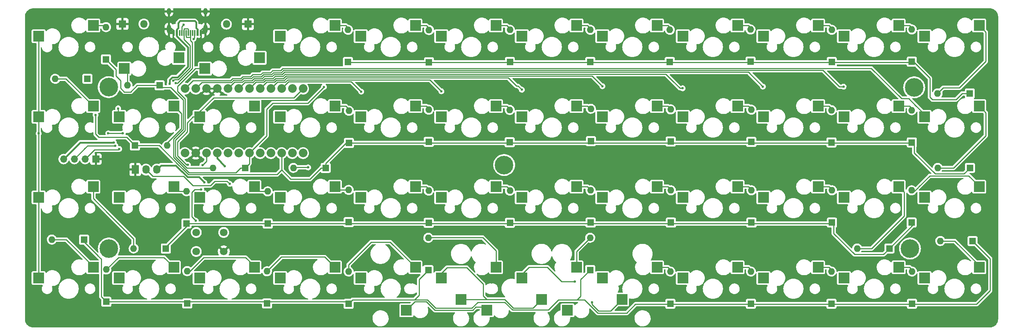
<source format=gbr>
%TF.GenerationSoftware,KiCad,Pcbnew,(6.0.6)*%
%TF.CreationDate,2023-05-08T18:03:42+05:30*%
%TF.ProjectId,Contra,436f6e74-7261-42e6-9b69-6361645f7063,rev?*%
%TF.SameCoordinates,Original*%
%TF.FileFunction,Copper,L2,Bot*%
%TF.FilePolarity,Positive*%
%FSLAX46Y46*%
G04 Gerber Fmt 4.6, Leading zero omitted, Abs format (unit mm)*
G04 Created by KiCad (PCBNEW (6.0.6)) date 2023-05-08 18:03:42*
%MOMM*%
%LPD*%
G01*
G04 APERTURE LIST*
%TA.AperFunction,SMDPad,CuDef*%
%ADD10R,2.550000X2.500000*%
%TD*%
%TA.AperFunction,ComponentPad*%
%ADD11C,0.700000*%
%TD*%
%TA.AperFunction,ComponentPad*%
%ADD12C,4.400000*%
%TD*%
%TA.AperFunction,ComponentPad*%
%ADD13R,1.730000X2.030000*%
%TD*%
%TA.AperFunction,ComponentPad*%
%ADD14O,1.730000X2.030000*%
%TD*%
%TA.AperFunction,ComponentPad*%
%ADD15C,2.032000*%
%TD*%
%TA.AperFunction,ComponentPad*%
%ADD16R,1.600000X1.600000*%
%TD*%
%TA.AperFunction,ComponentPad*%
%ADD17O,1.600000X1.600000*%
%TD*%
%TA.AperFunction,ComponentPad*%
%ADD18C,1.800000*%
%TD*%
%TA.AperFunction,ComponentPad*%
%ADD19R,1.700000X1.700000*%
%TD*%
%TA.AperFunction,ComponentPad*%
%ADD20O,1.700000X1.700000*%
%TD*%
%TA.AperFunction,SMDPad,CuDef*%
%ADD21R,0.600000X1.450000*%
%TD*%
%TA.AperFunction,SMDPad,CuDef*%
%ADD22R,0.300000X1.450000*%
%TD*%
%TA.AperFunction,ComponentPad*%
%ADD23O,1.000000X2.100000*%
%TD*%
%TA.AperFunction,ComponentPad*%
%ADD24O,1.000000X1.600000*%
%TD*%
%TA.AperFunction,ComponentPad*%
%ADD25R,1.800000X1.800000*%
%TD*%
%TA.AperFunction,ComponentPad*%
%ADD26O,1.800000X1.800000*%
%TD*%
%TA.AperFunction,ViaPad*%
%ADD27C,0.600000*%
%TD*%
%TA.AperFunction,Conductor*%
%ADD28C,0.250000*%
%TD*%
%TA.AperFunction,Conductor*%
%ADD29C,0.381000*%
%TD*%
G04 APERTURE END LIST*
D10*
%TO.P,MX1,1,COL*%
%TO.N,COL0*%
X31015000Y-35560000D03*
%TO.P,MX1,2,ROW*%
%TO.N,Net-(D1-Pad2)*%
X43942000Y-33020000D03*
%TD*%
%TO.P,MX4,1,COL*%
%TO.N,COL3*%
X88165000Y-35560000D03*
%TO.P,MX4,2,ROW*%
%TO.N,Net-(D4-Pad2)*%
X101092000Y-33020000D03*
%TD*%
%TO.P,MX5,1,COL*%
%TO.N,COL4*%
X107215000Y-35560000D03*
%TO.P,MX5,2,ROW*%
%TO.N,Net-(D5-Pad2)*%
X120142000Y-33020000D03*
%TD*%
%TO.P,MX6,1,COL*%
%TO.N,COL5*%
X126265000Y-35560000D03*
%TO.P,MX6,2,ROW*%
%TO.N,Net-(D6-Pad2)*%
X139192000Y-33020000D03*
%TD*%
%TO.P,MX7,1,COL*%
%TO.N,COL6*%
X145315000Y-35560000D03*
%TO.P,MX7,2,ROW*%
%TO.N,Net-(D7-Pad2)*%
X158242000Y-33020000D03*
%TD*%
%TO.P,MX8,1,COL*%
%TO.N,COL7*%
X164365000Y-35560000D03*
%TO.P,MX8,2,ROW*%
%TO.N,Net-(D8-Pad2)*%
X177292000Y-33020000D03*
%TD*%
%TO.P,MX9,1,COL*%
%TO.N,COL8*%
X183415000Y-35560000D03*
%TO.P,MX9,2,ROW*%
%TO.N,Net-(D9-Pad2)*%
X196342000Y-33020000D03*
%TD*%
%TO.P,MX10,1,COL*%
%TO.N,COL9*%
X202465000Y-35560000D03*
%TO.P,MX10,2,ROW*%
%TO.N,Net-(D10-Pad2)*%
X215392000Y-33020000D03*
%TD*%
%TO.P,MX11,1,COL*%
%TO.N,COL10*%
X221515000Y-35560000D03*
%TO.P,MX11,2,ROW*%
%TO.N,Net-(D11-Pad2)*%
X234442000Y-33020000D03*
%TD*%
%TO.P,MX12,1,COL*%
%TO.N,COL11*%
X240565000Y-35560000D03*
%TO.P,MX12,2,ROW*%
%TO.N,Net-(D12-Pad2)*%
X253492000Y-33020000D03*
%TD*%
%TO.P,MX13,1,COL*%
%TO.N,COL0*%
X31015000Y-54610000D03*
%TO.P,MX13,2,ROW*%
%TO.N,Net-(D13-Pad2)*%
X43942000Y-52070000D03*
%TD*%
%TO.P,MX14,1,COL*%
%TO.N,COL1*%
X50065000Y-54610000D03*
%TO.P,MX14,2,ROW*%
%TO.N,Net-(D14-Pad2)*%
X62992000Y-52070000D03*
%TD*%
%TO.P,MX15,1,COL*%
%TO.N,COL2*%
X69115000Y-54610000D03*
%TO.P,MX15,2,ROW*%
%TO.N,Net-(D15-Pad2)*%
X82042000Y-52070000D03*
%TD*%
%TO.P,MX16,1,COL*%
%TO.N,COL3*%
X88165000Y-54610000D03*
%TO.P,MX16,2,ROW*%
%TO.N,Net-(D16-Pad2)*%
X101092000Y-52070000D03*
%TD*%
%TO.P,MX17,1,COL*%
%TO.N,COL4*%
X107215000Y-54610000D03*
%TO.P,MX17,2,ROW*%
%TO.N,Net-(D17-Pad2)*%
X120142000Y-52070000D03*
%TD*%
%TO.P,MX18,1,COL*%
%TO.N,COL5*%
X126265000Y-54610000D03*
%TO.P,MX18,2,ROW*%
%TO.N,Net-(D18-Pad2)*%
X139192000Y-52070000D03*
%TD*%
%TO.P,MX19,1,COL*%
%TO.N,COL6*%
X145315000Y-54610000D03*
%TO.P,MX19,2,ROW*%
%TO.N,Net-(D19-Pad2)*%
X158242000Y-52070000D03*
%TD*%
%TO.P,MX20,1,COL*%
%TO.N,COL7*%
X164365000Y-54610000D03*
%TO.P,MX20,2,ROW*%
%TO.N,Net-(D20-Pad2)*%
X177292000Y-52070000D03*
%TD*%
%TO.P,MX21,1,COL*%
%TO.N,COL8*%
X183415000Y-54610000D03*
%TO.P,MX21,2,ROW*%
%TO.N,Net-(D21-Pad2)*%
X196342000Y-52070000D03*
%TD*%
%TO.P,MX22,1,COL*%
%TO.N,COL9*%
X202465000Y-54610000D03*
%TO.P,MX22,2,ROW*%
%TO.N,Net-(D22-Pad2)*%
X215392000Y-52070000D03*
%TD*%
%TO.P,MX23,1,COL*%
%TO.N,COL10*%
X221515000Y-54610000D03*
%TO.P,MX23,2,ROW*%
%TO.N,Net-(D23-Pad2)*%
X234442000Y-52070000D03*
%TD*%
%TO.P,MX24,1,COL*%
%TO.N,COL11*%
X240565000Y-54610000D03*
%TO.P,MX24,2,ROW*%
%TO.N,Net-(D24-Pad2)*%
X253492000Y-52070000D03*
%TD*%
%TO.P,MX25,1,COL*%
%TO.N,COL0*%
X31015000Y-73660000D03*
%TO.P,MX25,2,ROW*%
%TO.N,Net-(D25-Pad2)*%
X43942000Y-71120000D03*
%TD*%
%TO.P,MX26,1,COL*%
%TO.N,COL1*%
X50065000Y-73660000D03*
%TO.P,MX26,2,ROW*%
%TO.N,Net-(D26-Pad2)*%
X62992000Y-71120000D03*
%TD*%
%TO.P,MX27,1,COL*%
%TO.N,COL2*%
X69115000Y-73660000D03*
%TO.P,MX27,2,ROW*%
%TO.N,Net-(D27-Pad2)*%
X82042000Y-71120000D03*
%TD*%
%TO.P,MX28,1,COL*%
%TO.N,COL3*%
X88165000Y-73660000D03*
%TO.P,MX28,2,ROW*%
%TO.N,Net-(D28-Pad2)*%
X101092000Y-71120000D03*
%TD*%
%TO.P,MX29,1,COL*%
%TO.N,COL4*%
X107215000Y-73660000D03*
%TO.P,MX29,2,ROW*%
%TO.N,Net-(D29-Pad2)*%
X120142000Y-71120000D03*
%TD*%
%TO.P,MX30,1,COL*%
%TO.N,COL5*%
X126265000Y-73660000D03*
%TO.P,MX30,2,ROW*%
%TO.N,Net-(D30-Pad2)*%
X139192000Y-71120000D03*
%TD*%
%TO.P,MX31,1,COL*%
%TO.N,COL6*%
X145315000Y-73660000D03*
%TO.P,MX31,2,ROW*%
%TO.N,Net-(D31-Pad2)*%
X158242000Y-71120000D03*
%TD*%
%TO.P,MX32,1,COL*%
%TO.N,COL7*%
X164365000Y-73660000D03*
%TO.P,MX32,2,ROW*%
%TO.N,Net-(D32-Pad2)*%
X177292000Y-71120000D03*
%TD*%
%TO.P,MX33,1,COL*%
%TO.N,COL8*%
X183415000Y-73660000D03*
%TO.P,MX33,2,ROW*%
%TO.N,Net-(D33-Pad2)*%
X196342000Y-71120000D03*
%TD*%
%TO.P,MX34,1,COL*%
%TO.N,COL9*%
X202465000Y-73660000D03*
%TO.P,MX34,2,ROW*%
%TO.N,Net-(D34-Pad2)*%
X215392000Y-71120000D03*
%TD*%
%TO.P,MX35,1,COL*%
%TO.N,COL10*%
X221515000Y-73660000D03*
%TO.P,MX35,2,ROW*%
%TO.N,Net-(D35-Pad2)*%
X234442000Y-71120000D03*
%TD*%
%TO.P,MX36,1,COL*%
%TO.N,COL11*%
X240565000Y-73660000D03*
%TO.P,MX36,2,ROW*%
%TO.N,Net-(D36-Pad2)*%
X253492000Y-71120000D03*
%TD*%
%TO.P,MX37,1,COL*%
%TO.N,COL0*%
X31015000Y-92710000D03*
%TO.P,MX37,2,ROW*%
%TO.N,Net-(D37-Pad2)*%
X43942000Y-90170000D03*
%TD*%
%TO.P,MX38,1,COL*%
%TO.N,COL1*%
X50065000Y-92710000D03*
%TO.P,MX38,2,ROW*%
%TO.N,Net-(D38-Pad2)*%
X62992000Y-90170000D03*
%TD*%
%TO.P,MX39,1,COL*%
%TO.N,COL2*%
X69115000Y-92710000D03*
%TO.P,MX39,2,ROW*%
%TO.N,Net-(D39-Pad2)*%
X82042000Y-90170000D03*
%TD*%
%TO.P,MX40,1,COL*%
%TO.N,COL3*%
X88165000Y-92710000D03*
%TO.P,MX40,2,ROW*%
%TO.N,Net-(D40-Pad2)*%
X101092000Y-90170000D03*
%TD*%
%TO.P,MX41,1,COL*%
%TO.N,COL4*%
X107215000Y-92710000D03*
%TO.P,MX41,2,ROW*%
%TO.N,Net-(D41-Pad2)*%
X120142000Y-90170000D03*
%TD*%
%TO.P,MX42,1,COL*%
%TO.N,COL5*%
X126265000Y-92710000D03*
%TO.P,MX42,2,ROW*%
%TO.N,Net-(D42-Pad2)*%
X139192000Y-90170000D03*
%TD*%
%TO.P,MX43,1,COL*%
%TO.N,COL6*%
X145315000Y-92710000D03*
%TO.P,MX43,2,ROW*%
%TO.N,Net-(D43-Pad2)*%
X158242000Y-90170000D03*
%TD*%
%TO.P,MX44,1,COL*%
%TO.N,COL7*%
X164365000Y-92710000D03*
%TO.P,MX44,2,ROW*%
%TO.N,Net-(D44-Pad2)*%
X177292000Y-90170000D03*
%TD*%
%TO.P,MX45,1,COL*%
%TO.N,COL8*%
X183415000Y-92710000D03*
%TO.P,MX45,2,ROW*%
%TO.N,Net-(D45-Pad2)*%
X196342000Y-90170000D03*
%TD*%
%TO.P,MX46,1,COL*%
%TO.N,COL9*%
X202465000Y-92710000D03*
%TO.P,MX46,2,ROW*%
%TO.N,Net-(D46-Pad2)*%
X215392000Y-90170000D03*
%TD*%
%TO.P,MX47,1,COL*%
%TO.N,COL10*%
X221515000Y-92710000D03*
%TO.P,MX47,2,ROW*%
%TO.N,Net-(D47-Pad2)*%
X234442000Y-90170000D03*
%TD*%
%TO.P,MX48,1,COL*%
%TO.N,COL11*%
X240565000Y-92710000D03*
%TO.P,MX48,2,ROW*%
%TO.N,Net-(D48-Pad2)*%
X253492000Y-90170000D03*
%TD*%
%TO.P,MX49,1,COL*%
%TO.N,COL5*%
X149960000Y-97790000D03*
%TO.P,MX49,2,ROW*%
%TO.N,Net-(D42-Pad2)*%
X137033000Y-100330000D03*
%TD*%
D11*
%TO.P,REF\u002A\u002A,1*%
%TO.N,N/C*%
X237108200Y-87381200D03*
X238274926Y-86897926D03*
X238758200Y-85731200D03*
X235941474Y-84564474D03*
X237108200Y-84081200D03*
D12*
X237108200Y-85731200D03*
D11*
X235941474Y-86897926D03*
X235458200Y-85731200D03*
X238274926Y-84564474D03*
%TD*%
%TO.P,REF\u002A\u002A,1*%
%TO.N,N/C*%
X238118200Y-45981200D03*
X238118200Y-49281200D03*
X236951474Y-48797926D03*
X239768200Y-47631200D03*
X236468200Y-47631200D03*
X239284926Y-46464474D03*
D12*
X238118200Y-47631200D03*
D11*
X239284926Y-48797926D03*
X236951474Y-46464474D03*
%TD*%
%TO.P,REF\u002A\u002A,1*%
%TO.N,N/C*%
X139951474Y-64824474D03*
X142284926Y-67157926D03*
X142284926Y-64824474D03*
X141118200Y-64341200D03*
X139951474Y-67157926D03*
X141118200Y-67641200D03*
X142768200Y-65991200D03*
X139468200Y-65991200D03*
D12*
X141118200Y-65991200D03*
%TD*%
D11*
%TO.P,REF\u002A\u002A,1*%
%TO.N,N/C*%
X46421474Y-48767926D03*
X49238200Y-47601200D03*
X45938200Y-47601200D03*
D12*
X47588200Y-47601200D03*
D11*
X47588200Y-49251200D03*
X47588200Y-45951200D03*
X48754926Y-48767926D03*
X46421474Y-46434474D03*
X48754926Y-46434474D03*
%TD*%
%TO.P,REF\u002A\u002A,1*%
%TO.N,N/C*%
X46451474Y-84564474D03*
D12*
X47618200Y-85731200D03*
D11*
X45968200Y-85731200D03*
X48784926Y-84564474D03*
X49268200Y-85731200D03*
X48784926Y-86897926D03*
X47618200Y-84081200D03*
X46451474Y-86897926D03*
X47618200Y-87381200D03*
%TD*%
D10*
%TO.P,MX2,1,COL*%
%TO.N,COL1*%
X64214680Y-40660320D03*
%TO.P,MX2,2,ROW*%
%TO.N,Net-(D2-Pad2)*%
X51287680Y-43200320D03*
%TD*%
%TO.P,MX3,1,COL*%
%TO.N,COL2*%
X83274840Y-40660320D03*
%TO.P,MX3,2,ROW*%
%TO.N,Net-(D3-Pad2)*%
X70347840Y-43200320D03*
%TD*%
%TO.P,MX43,1,COL*%
%TO.N,COL6*%
X169015200Y-97786200D03*
%TO.P,MX43,2,ROW*%
%TO.N,Net-(D43-Pad2)*%
X156088200Y-100326200D03*
%TD*%
D13*
%TO.P,J3,1,Pin_1*%
%TO.N,GND*%
X53868200Y-67071200D03*
D14*
%TO.P,J3,2,Pin_2*%
%TO.N,PIN15*%
X56408200Y-67071200D03*
%TO.P,J3,3,Pin_3*%
%TO.N,+5V*%
X58948200Y-67071200D03*
%TD*%
D10*
%TO.P,MX42,1,COL*%
%TO.N,COL5*%
X130911200Y-97786200D03*
%TO.P,MX42,2,ROW*%
%TO.N,Net-(D42-Pad2)*%
X117984200Y-100326200D03*
%TD*%
D15*
%TO.P,U1,1,1*%
%TO.N,COL11*%
X65623440Y-47934880D03*
%TO.P,U1,2,0*%
%TO.N,COL10*%
X68163440Y-47934880D03*
%TO.P,U1,3,GND*%
%TO.N,GND*%
X70703440Y-47934880D03*
%TO.P,U1,4,GND*%
X73243440Y-47934880D03*
%TO.P,U1,5,2*%
%TO.N,COL9*%
X75783440Y-47934880D03*
%TO.P,U1,6,3*%
%TO.N,COL8*%
X78323440Y-47934880D03*
%TO.P,U1,7,4*%
%TO.N,COL7*%
X80863440Y-47934880D03*
%TO.P,U1,8,5*%
%TO.N,COL6*%
X83403440Y-47934880D03*
%TO.P,U1,9,6*%
%TO.N,COL5*%
X85943440Y-47934880D03*
%TO.P,U1,10,7*%
%TO.N,COL4*%
X88483440Y-47934880D03*
%TO.P,U1,11,8*%
%TO.N,COL3*%
X91023440Y-47934880D03*
%TO.P,U1,12,9*%
%TO.N,COL2*%
X93563440Y-47934880D03*
%TO.P,U1,13,10*%
%TO.N,ROW3*%
X93563440Y-63174880D03*
%TO.P,U1,14,16*%
%TO.N,ROW2*%
X91023440Y-63174880D03*
%TO.P,U1,15,14*%
%TO.N,ROW1*%
X88483440Y-63174880D03*
%TO.P,U1,16,15*%
%TO.N,PIN15*%
X85943440Y-63174880D03*
%TO.P,U1,17,18*%
%TO.N,PIN18*%
X83403440Y-63174880D03*
%TO.P,U1,18,19*%
%TO.N,ROW0*%
X80863440Y-63174880D03*
%TO.P,U1,19,20*%
%TO.N,COL1*%
X78323440Y-63174880D03*
%TO.P,U1,20,21*%
%TO.N,COL0*%
X75783440Y-63174880D03*
%TO.P,U1,21,5V*%
%TO.N,+5V*%
X73243440Y-63174880D03*
%TO.P,U1,22,RST*%
%TO.N,Net-(SW1-Pad1)*%
X70703440Y-63174880D03*
%TO.P,U1,23,GND*%
%TO.N,GND*%
X68163440Y-63174880D03*
%TO.P,U1,24,RAW*%
%TO.N,unconnected-(U1-Pad24)*%
X65623440Y-63174880D03*
%TD*%
D16*
%TO.P,D1,1,K*%
%TO.N,ROW0*%
X46958200Y-41016200D03*
D17*
%TO.P,D1,2,A*%
%TO.N,Net-(D1-Pad2)*%
X46958200Y-33396200D03*
%TD*%
D16*
%TO.P,D2,1,K*%
%TO.N,ROW0*%
X59653200Y-47151200D03*
D17*
%TO.P,D2,2,A*%
%TO.N,Net-(D2-Pad2)*%
X52033200Y-47151200D03*
%TD*%
D16*
%TO.P,D3,1,K*%
%TO.N,ROW0*%
X79851250Y-66675000D03*
D17*
%TO.P,D3,2,A*%
%TO.N,Net-(D3-Pad2)*%
X72231250Y-66675000D03*
%TD*%
D16*
%TO.P,D4,1,K*%
%TO.N,ROW0*%
X104198200Y-41646200D03*
D17*
%TO.P,D4,2,A*%
%TO.N,Net-(D4-Pad2)*%
X104198200Y-34026200D03*
%TD*%
D16*
%TO.P,D5,1,K*%
%TO.N,ROW0*%
X123348200Y-41706200D03*
D17*
%TO.P,D5,2,A*%
%TO.N,Net-(D5-Pad2)*%
X123348200Y-34086200D03*
%TD*%
D16*
%TO.P,D6,1,K*%
%TO.N,ROW0*%
X142488200Y-41646200D03*
D17*
%TO.P,D6,2,A*%
%TO.N,Net-(D6-Pad2)*%
X142488200Y-34026200D03*
%TD*%
D16*
%TO.P,D7,1,K*%
%TO.N,ROW0*%
X161508200Y-41646200D03*
D17*
%TO.P,D7,2,A*%
%TO.N,Net-(D7-Pad2)*%
X161508200Y-34026200D03*
%TD*%
D16*
%TO.P,D8,1,K*%
%TO.N,ROW0*%
X180318200Y-41646200D03*
D17*
%TO.P,D8,2,A*%
%TO.N,Net-(D8-Pad2)*%
X180318200Y-34026200D03*
%TD*%
D16*
%TO.P,D9,1,K*%
%TO.N,ROW0*%
X199398200Y-41576200D03*
D17*
%TO.P,D9,2,A*%
%TO.N,Net-(D9-Pad2)*%
X199398200Y-33956200D03*
%TD*%
D16*
%TO.P,D10,1,K*%
%TO.N,ROW0*%
X218608200Y-41646200D03*
D17*
%TO.P,D10,2,A*%
%TO.N,Net-(D10-Pad2)*%
X218608200Y-34026200D03*
%TD*%
D16*
%TO.P,D11,1,K*%
%TO.N,ROW0*%
X237558200Y-41576200D03*
D17*
%TO.P,D11,2,A*%
%TO.N,Net-(D11-Pad2)*%
X237558200Y-33956200D03*
%TD*%
D16*
%TO.P,D12,1,K*%
%TO.N,ROW0*%
X251279660Y-49075340D03*
D17*
%TO.P,D12,2,A*%
%TO.N,Net-(D12-Pad2)*%
X243659660Y-49075340D03*
%TD*%
D16*
%TO.P,D13,1,K*%
%TO.N,ROW1*%
X42563200Y-45621200D03*
D17*
%TO.P,D13,2,A*%
%TO.N,Net-(D13-Pad2)*%
X34943200Y-45621200D03*
%TD*%
D16*
%TO.P,D14,1,K*%
%TO.N,ROW1*%
X53813200Y-61391200D03*
D17*
%TO.P,D14,2,A*%
%TO.N,Net-(D14-Pad2)*%
X61433200Y-61391200D03*
%TD*%
D16*
%TO.P,D15,1,K*%
%TO.N,ROW1*%
X98901250Y-66675000D03*
D17*
%TO.P,D15,2,A*%
%TO.N,Net-(D15-Pad2)*%
X91281250Y-66675000D03*
%TD*%
D16*
%TO.P,D16,1,K*%
%TO.N,ROW1*%
X104398200Y-60786200D03*
D17*
%TO.P,D16,2,A*%
%TO.N,Net-(D16-Pad2)*%
X104398200Y-53166200D03*
%TD*%
D16*
%TO.P,D17,1,K*%
%TO.N,ROW1*%
X123278200Y-60526200D03*
D17*
%TO.P,D17,2,A*%
%TO.N,Net-(D17-Pad2)*%
X123278200Y-52906200D03*
%TD*%
D16*
%TO.P,D18,1,K*%
%TO.N,ROW1*%
X142428200Y-60586200D03*
D17*
%TO.P,D18,2,A*%
%TO.N,Net-(D18-Pad2)*%
X142428200Y-52966200D03*
%TD*%
D16*
%TO.P,D19,1,K*%
%TO.N,ROW1*%
X161638200Y-60326200D03*
D17*
%TO.P,D19,2,A*%
%TO.N,Net-(D19-Pad2)*%
X161638200Y-52706200D03*
%TD*%
D16*
%TO.P,D20,1,K*%
%TO.N,ROW1*%
X180518200Y-60456200D03*
D17*
%TO.P,D20,2,A*%
%TO.N,Net-(D20-Pad2)*%
X180518200Y-52836200D03*
%TD*%
D16*
%TO.P,D21,1,K*%
%TO.N,ROW1*%
X199598200Y-60526200D03*
D17*
%TO.P,D21,2,A*%
%TO.N,Net-(D21-Pad2)*%
X199598200Y-52906200D03*
%TD*%
D16*
%TO.P,D22,1,K*%
%TO.N,ROW1*%
X218548200Y-60656200D03*
D17*
%TO.P,D22,2,A*%
%TO.N,Net-(D22-Pad2)*%
X218548200Y-53036200D03*
%TD*%
D16*
%TO.P,D23,1,K*%
%TO.N,ROW1*%
X237558200Y-60656200D03*
D17*
%TO.P,D23,2,A*%
%TO.N,Net-(D23-Pad2)*%
X237558200Y-53036200D03*
%TD*%
D16*
%TO.P,D24,1,K*%
%TO.N,ROW1*%
X251301250Y-66675000D03*
D17*
%TO.P,D24,2,A*%
%TO.N,Net-(D24-Pad2)*%
X243681250Y-66675000D03*
%TD*%
D16*
%TO.P,D25,1,K*%
%TO.N,ROW2*%
X61118750Y-85725000D03*
D17*
%TO.P,D25,2,A*%
%TO.N,Net-(D25-Pad2)*%
X53498750Y-85725000D03*
%TD*%
D16*
%TO.P,D26,1,K*%
%TO.N,ROW2*%
X65988200Y-79806200D03*
D17*
%TO.P,D26,2,A*%
%TO.N,Net-(D26-Pad2)*%
X65988200Y-72186200D03*
%TD*%
D16*
%TO.P,D27,1,K*%
%TO.N,ROW2*%
X85188200Y-79851250D03*
D17*
%TO.P,D27,2,A*%
%TO.N,Net-(D27-Pad2)*%
X85188200Y-72231250D03*
%TD*%
D16*
%TO.P,D28,1,K*%
%TO.N,ROW2*%
X104348200Y-79496200D03*
D17*
%TO.P,D28,2,A*%
%TO.N,Net-(D28-Pad2)*%
X104348200Y-71876200D03*
%TD*%
D16*
%TO.P,D29,1,K*%
%TO.N,ROW2*%
X123278200Y-79666200D03*
D17*
%TO.P,D29,2,A*%
%TO.N,Net-(D29-Pad2)*%
X123278200Y-72046200D03*
%TD*%
D16*
%TO.P,D30,1,K*%
%TO.N,ROW2*%
X142488200Y-79666200D03*
D17*
%TO.P,D30,2,A*%
%TO.N,Net-(D30-Pad2)*%
X142488200Y-72046200D03*
%TD*%
D16*
%TO.P,D31,1,K*%
%TO.N,ROW2*%
X161568200Y-79606200D03*
D17*
%TO.P,D31,2,A*%
%TO.N,Net-(D31-Pad2)*%
X161568200Y-71986200D03*
%TD*%
D16*
%TO.P,D32,1,K*%
%TO.N,ROW2*%
X180578200Y-79606200D03*
D17*
%TO.P,D32,2,A*%
%TO.N,Net-(D32-Pad2)*%
X180578200Y-71986200D03*
%TD*%
D16*
%TO.P,D33,1,K*%
%TO.N,ROW2*%
X199628200Y-79606200D03*
D17*
%TO.P,D33,2,A*%
%TO.N,Net-(D33-Pad2)*%
X199628200Y-71986200D03*
%TD*%
D16*
%TO.P,D34,1,K*%
%TO.N,ROW2*%
X218678200Y-79606200D03*
D17*
%TO.P,D34,2,A*%
%TO.N,Net-(D34-Pad2)*%
X218678200Y-71986200D03*
%TD*%
D16*
%TO.P,D35,1,K*%
%TO.N,ROW2*%
X232251250Y-85725000D03*
D17*
%TO.P,D35,2,A*%
%TO.N,Net-(D35-Pad2)*%
X224631250Y-85725000D03*
%TD*%
D16*
%TO.P,D36,1,K*%
%TO.N,ROW2*%
X237498200Y-79606200D03*
D17*
%TO.P,D36,2,A*%
%TO.N,Net-(D36-Pad2)*%
X237498200Y-71986200D03*
%TD*%
D16*
%TO.P,D37,1,K*%
%TO.N,ROW3*%
X41751250Y-83611200D03*
D17*
%TO.P,D37,2,A*%
%TO.N,Net-(D37-Pad2)*%
X34131250Y-83611200D03*
%TD*%
D16*
%TO.P,D38,1,K*%
%TO.N,ROW3*%
X47018200Y-98316200D03*
D17*
%TO.P,D38,2,A*%
%TO.N,Net-(D38-Pad2)*%
X47018200Y-90696200D03*
%TD*%
D16*
%TO.P,D39,1,K*%
%TO.N,ROW3*%
X66168200Y-98686200D03*
D17*
%TO.P,D39,2,A*%
%TO.N,Net-(D39-Pad2)*%
X66168200Y-91066200D03*
%TD*%
D16*
%TO.P,D40,1,K*%
%TO.N,ROW3*%
X85018200Y-98736200D03*
D17*
%TO.P,D40,2,A*%
%TO.N,Net-(D40-Pad2)*%
X85018200Y-91116200D03*
%TD*%
D16*
%TO.P,D41,1,K*%
%TO.N,ROW3*%
X104328200Y-98786200D03*
D17*
%TO.P,D41,2,A*%
%TO.N,Net-(D41-Pad2)*%
X104328200Y-91166200D03*
%TD*%
D16*
%TO.P,D42,1,K*%
%TO.N,ROW3*%
X123198200Y-90821200D03*
D17*
%TO.P,D42,2,A*%
%TO.N,Net-(D42-Pad2)*%
X123198200Y-83201200D03*
%TD*%
D16*
%TO.P,D43,1,K*%
%TO.N,ROW3*%
X161478200Y-90801200D03*
D17*
%TO.P,D43,2,A*%
%TO.N,Net-(D43-Pad2)*%
X161478200Y-83181200D03*
%TD*%
D16*
%TO.P,D44,1,K*%
%TO.N,ROW3*%
X180438200Y-98786200D03*
D17*
%TO.P,D44,2,A*%
%TO.N,Net-(D44-Pad2)*%
X180438200Y-91166200D03*
%TD*%
D16*
%TO.P,D45,1,K*%
%TO.N,ROW3*%
X199488200Y-98786200D03*
D17*
%TO.P,D45,2,A*%
%TO.N,Net-(D45-Pad2)*%
X199488200Y-91166200D03*
%TD*%
D16*
%TO.P,D46,1,K*%
%TO.N,ROW3*%
X218538200Y-98786200D03*
D17*
%TO.P,D46,2,A*%
%TO.N,Net-(D46-Pad2)*%
X218538200Y-91166200D03*
%TD*%
D16*
%TO.P,D47,1,K*%
%TO.N,ROW3*%
X237588200Y-98786200D03*
D17*
%TO.P,D47,2,A*%
%TO.N,Net-(D47-Pad2)*%
X237588200Y-91166200D03*
%TD*%
D16*
%TO.P,D48,1,K*%
%TO.N,ROW3*%
X251933200Y-83951200D03*
D17*
%TO.P,D48,2,A*%
%TO.N,Net-(D48-Pad2)*%
X244313200Y-83951200D03*
%TD*%
D18*
%TO.P,SW1,1,1*%
%TO.N,Net-(SW1-Pad1)*%
X68298200Y-81921200D03*
%TO.P,SW1,2,2*%
%TO.N,GND*%
X74798200Y-86421200D03*
%TO.P,SW1,3*%
%TO.N,N/C*%
X68298200Y-86421200D03*
%TO.P,SW1,4*%
X74798200Y-81921200D03*
%TD*%
D19*
%TO.P,J1,1,Pin_1*%
%TO.N,GND*%
X44558200Y-64581200D03*
D20*
%TO.P,J1,2,Pin_2*%
%TO.N,data+*%
X42018200Y-64581200D03*
%TO.P,J1,3,Pin_3*%
%TO.N,data-*%
X39478200Y-64581200D03*
%TO.P,J1,4,Pin_4*%
%TO.N,+5V*%
X36938200Y-64581200D03*
%TD*%
D21*
%TO.P,USB-C,A1,GND*%
%TO.N,GND*%
X62901760Y-34779000D03*
%TO.P,USB-C,A4,VBUS*%
%TO.N,+5V*%
X63701760Y-34779000D03*
D22*
%TO.P,USB-C,A5,CC1*%
%TO.N,Net-(J2-PadA5)*%
X64901760Y-34779000D03*
%TO.P,USB-C,A6,D+*%
%TO.N,data+*%
X65901760Y-34779000D03*
%TO.P,USB-C,A7,D-*%
%TO.N,data-*%
X66401760Y-34779000D03*
%TO.P,USB-C,A8,SBU1*%
%TO.N,unconnected-(J2-PadA8)*%
X67401760Y-34779000D03*
D21*
%TO.P,USB-C,A9,VBUS*%
%TO.N,+5V*%
X68601760Y-34779000D03*
%TO.P,USB-C,A12,GND*%
%TO.N,GND*%
X69401760Y-34779000D03*
%TO.P,USB-C,B1,GND*%
X69401760Y-34779000D03*
%TO.P,USB-C,B4,VBUS*%
%TO.N,+5V*%
X68601760Y-34779000D03*
D22*
%TO.P,USB-C,B5,CC2*%
%TO.N,Net-(J2-PadB5)*%
X67901760Y-34779000D03*
%TO.P,USB-C,B6,D+*%
%TO.N,data+*%
X66901760Y-34779000D03*
%TO.P,USB-C,B7,D-*%
%TO.N,data-*%
X65401760Y-34779000D03*
%TO.P,USB-C,B8,SBU2*%
%TO.N,unconnected-(J2-PadB8)*%
X64401760Y-34779000D03*
D21*
%TO.P,USB-C,B9,VBUS*%
%TO.N,+5V*%
X63701760Y-34779000D03*
%TO.P,USB-C,B12,GND*%
%TO.N,GND*%
X62901760Y-34779000D03*
D23*
%TO.P,USB-C,S1,SHIELD*%
X61831760Y-33864000D03*
X70471760Y-33864000D03*
D24*
X70471760Y-29684000D03*
X61831760Y-29684000D03*
%TD*%
D25*
%TO.P,R3,1*%
%TO.N,GND*%
X50833200Y-32651200D03*
D26*
%TO.P,R3,2*%
%TO.N,Net-(J2-PadA5)*%
X55913200Y-32651200D03*
%TD*%
D25*
%TO.P,R4,1*%
%TO.N,GND*%
X80513200Y-32701200D03*
D26*
%TO.P,R4,2*%
%TO.N,Net-(J2-PadB5)*%
X75433200Y-32701200D03*
%TD*%
D27*
%TO.N,ROW0*%
X98496120Y-47541180D03*
%TO.N,ROW1*%
X44468200Y-54181200D03*
%TO.N,Net-(D15-Pad2)*%
X82038200Y-52101200D03*
X94749620Y-66570860D03*
%TO.N,Net-(D42-Pad2)*%
X139192000Y-90170000D03*
X137028200Y-100221200D03*
%TO.N,Net-(D43-Pad2)*%
X156238200Y-100101200D03*
X158242000Y-90170000D03*
%TO.N,COL0*%
X50948200Y-58511200D03*
X31015000Y-58524400D03*
X47488200Y-58511200D03*
%TO.N,COL1*%
X50048200Y-92711200D03*
X50058200Y-73741200D03*
X64188200Y-40681200D03*
X49823200Y-52606200D03*
%TO.N,COL2*%
X69148200Y-92801200D03*
X69079400Y-54610000D03*
X83298200Y-40791200D03*
X66298200Y-65961200D03*
X69118200Y-73651200D03*
%TO.N,COL3*%
X88338200Y-73801200D03*
X88068200Y-54641200D03*
X88188200Y-35541200D03*
X88128200Y-92761200D03*
%TO.N,COL4*%
X107338200Y-54651200D03*
X107268200Y-92811200D03*
X107198200Y-35771200D03*
X107198200Y-73801200D03*
X107338200Y-48651200D03*
%TO.N,COL5*%
X126218200Y-73731200D03*
X126278200Y-54911200D03*
X126348200Y-92881200D03*
X126278200Y-35641200D03*
X126278200Y-48571200D03*
%TO.N,COL6*%
X157848200Y-93521200D03*
X145228200Y-73801200D03*
X145298200Y-48201200D03*
X161898200Y-98471200D03*
X145298200Y-54521200D03*
X145318200Y-92741200D03*
X145358200Y-35641200D03*
%TO.N,COL7*%
X164378200Y-47361200D03*
X164378200Y-54721200D03*
X164638200Y-73731200D03*
X164438200Y-92881200D03*
X164268200Y-35651200D03*
%TO.N,COL8*%
X183588200Y-54781200D03*
X183348200Y-35651200D03*
X183388200Y-92811200D03*
X183348200Y-47861200D03*
X183258200Y-73731200D03*
%TO.N,COL9*%
X202338200Y-54521200D03*
X202528200Y-35751200D03*
X202538200Y-92741200D03*
X202598200Y-73661200D03*
X202338200Y-47461200D03*
%TO.N,COL10*%
X221408200Y-35651200D03*
X221408200Y-47481200D03*
X221548200Y-74061200D03*
X221488200Y-54721200D03*
X221678200Y-92811200D03*
%TO.N,COL11*%
X240488200Y-92791200D03*
X240688200Y-54831200D03*
X240488200Y-73711200D03*
X240788200Y-35851200D03*
%TO.N,Net-(SW1-Pad1)*%
X69758200Y-66001200D03*
X69498200Y-71741200D03*
X68163200Y-79166200D03*
%TO.N,GND*%
X252201680Y-63939420D03*
X210253580Y-61813440D03*
X89658200Y-66221200D03*
X84714080Y-67190620D03*
X158173420Y-49138840D03*
X85838200Y-69771200D03*
%TO.N,+5V*%
X48798200Y-60651200D03*
X70205600Y-70129400D03*
X75031600Y-66243200D03*
X62008200Y-46801200D03*
%TO.N,PIN15*%
X76225400Y-70459600D03*
%TO.N,data-*%
X49168200Y-61431200D03*
X62883200Y-46076200D03*
%TO.N,data+*%
X63478200Y-46641200D03*
X50088200Y-62191200D03*
%TO.N,Net-(J2-PadB5)*%
X67648200Y-36181200D03*
%TO.N,Net-(J2-PadA5)*%
X65338200Y-32821200D03*
%TD*%
D28*
%TO.N,ROW0*%
X60127000Y-47625000D02*
X59653200Y-47151200D01*
X65228200Y-57581200D02*
X65228200Y-50597800D01*
X78801250Y-66675000D02*
X77665050Y-67811200D01*
X50418200Y-47831200D02*
X51298200Y-48711200D01*
X84938200Y-52811200D02*
X86375360Y-51374040D01*
X94663260Y-51374040D02*
X98496120Y-47541180D01*
X80863440Y-63174880D02*
X82204441Y-61833879D01*
X49301575Y-43427825D02*
X49301575Y-44934575D01*
X47625000Y-41751250D02*
X49301575Y-43427825D01*
X82204441Y-61833879D02*
X82204441Y-61828799D01*
X104775000Y-41751250D02*
X238125000Y-41751250D01*
X86375360Y-51374040D02*
X94663260Y-51374040D01*
X62923490Y-59885910D02*
X65228200Y-57581200D01*
X82204441Y-61828799D02*
X82505120Y-61528120D01*
X52788200Y-48711200D02*
X54348200Y-47151200D01*
X62923490Y-64146490D02*
X62923490Y-59885910D01*
X241808000Y-49921160D02*
X242394740Y-50507900D01*
X80863440Y-63174880D02*
X80863440Y-65662810D01*
X84938200Y-59095040D02*
X84938200Y-52811200D01*
X77665050Y-67811200D02*
X66588200Y-67811200D01*
X82505120Y-61528120D02*
X84938200Y-59095040D01*
X79851250Y-66675000D02*
X78801250Y-66675000D01*
X65228200Y-50597800D02*
X62255400Y-47625000D01*
X238125000Y-41751250D02*
X241808000Y-45434250D01*
X249434060Y-49075340D02*
X251279660Y-49075340D01*
X50418200Y-46051200D02*
X50418200Y-47831200D01*
X241808000Y-45434250D02*
X241808000Y-49921160D01*
X54348200Y-47151200D02*
X59653200Y-47151200D01*
X242394740Y-50507900D02*
X248001500Y-50507900D01*
X62255400Y-47625000D02*
X60127000Y-47625000D01*
X80863440Y-65662810D02*
X79851250Y-66675000D01*
X49301575Y-44934575D02*
X50418200Y-46051200D01*
X66588200Y-67811200D02*
X62923490Y-64146490D01*
X248001500Y-50507900D02*
X249434060Y-49075340D01*
X51298200Y-48711200D02*
X52788200Y-48711200D01*
%TO.N,Net-(D1-Pad2)*%
X46513750Y-33020000D02*
X43942000Y-33020000D01*
%TO.N,Net-(D2-Pad2)*%
X52033200Y-43945840D02*
X51287680Y-43200320D01*
X52033200Y-47151200D02*
X52033200Y-43945840D01*
%TO.N,Net-(D3-Pad2)*%
X68084700Y-43200320D02*
X70347840Y-43200320D01*
X63385700Y-60968700D02*
X63385700Y-60063700D01*
X67271010Y-44014010D02*
X68084700Y-43200320D01*
X63906400Y-48615600D02*
X65678200Y-50387400D01*
X63385700Y-62458700D02*
X63385700Y-63968700D01*
X63385700Y-60063700D02*
X64628200Y-58821200D01*
X65678200Y-57771200D02*
X65678200Y-50601200D01*
X63385700Y-62458700D02*
X63385700Y-60968700D01*
X66092000Y-66675000D02*
X72231250Y-66675000D01*
X67271010Y-44014010D02*
X63906400Y-47378620D01*
X65318200Y-65901200D02*
X66092000Y-66675000D01*
X65678200Y-50387400D02*
X65678200Y-50601200D01*
X64628200Y-58821200D02*
X65678200Y-57771200D01*
X63385700Y-63968700D02*
X65318200Y-65901200D01*
X63906400Y-47378620D02*
X63906400Y-48615600D01*
%TO.N,Net-(D4-Pad2)*%
X103663750Y-33020000D02*
X104775000Y-34131250D01*
X103663750Y-33020000D02*
X101092000Y-33020000D01*
%TO.N,Net-(D5-Pad2)*%
X122713750Y-33020000D02*
X120142000Y-33020000D01*
X122713750Y-33020000D02*
X123825000Y-34131250D01*
%TO.N,Net-(D6-Pad2)*%
X141771575Y-33027825D02*
X142875000Y-34131250D01*
X141771575Y-33027825D02*
X139199825Y-33027825D01*
X139199825Y-33027825D02*
X139192000Y-33020000D01*
%TO.N,Net-(D7-Pad2)*%
X160813750Y-33020000D02*
X158242000Y-33020000D01*
X160813750Y-33020000D02*
X161925000Y-34131250D01*
%TO.N,Net-(D8-Pad2)*%
X179863750Y-33020000D02*
X177292000Y-33020000D01*
X179863750Y-33020000D02*
X180975000Y-34131250D01*
%TO.N,Net-(D9-Pad2)*%
X198913750Y-33020000D02*
X200025000Y-34131250D01*
X198913750Y-33020000D02*
X196342000Y-33020000D01*
%TO.N,Net-(D10-Pad2)*%
X217963750Y-33020000D02*
X219075000Y-34131250D01*
X217963750Y-33020000D02*
X215392000Y-33020000D01*
%TO.N,Net-(D11-Pad2)*%
X237013750Y-33020000D02*
X234442000Y-33020000D01*
X237013750Y-33020000D02*
X238125000Y-34131250D01*
%TO.N,Net-(D12-Pad2)*%
X246229940Y-47749460D02*
X248819940Y-47749460D01*
X244985540Y-47749460D02*
X246229940Y-47749460D01*
X255058200Y-41511200D02*
X255058200Y-34586200D01*
X243659660Y-49075340D02*
X244985540Y-47749460D01*
X248819940Y-47749460D02*
X255058200Y-41511200D01*
X255058200Y-34586200D02*
X253492000Y-33020000D01*
%TO.N,ROW1*%
X88483440Y-67156440D02*
X90669000Y-69342000D01*
X51873200Y-59451200D02*
X45218200Y-59451200D01*
X98901250Y-66675000D02*
X98901250Y-65625000D01*
X66398200Y-68261200D02*
X87378680Y-68261200D01*
X105825000Y-60801250D02*
X123825000Y-60801250D01*
X90669000Y-69342000D02*
X95184250Y-69342000D01*
X124875000Y-60801250D02*
X142875000Y-60801250D01*
X142875000Y-60801250D02*
X143925000Y-60801250D01*
X98901250Y-66675000D02*
X97851250Y-66675000D01*
X123825000Y-60801250D02*
X124875000Y-60801250D01*
X143925000Y-60801250D02*
X161925000Y-60801250D01*
X65118200Y-66981200D02*
X64253200Y-66116200D01*
X103725000Y-60801250D02*
X104775000Y-60801250D01*
X88483440Y-63174880D02*
X88483440Y-67156440D01*
X182025000Y-60801250D02*
X200025000Y-60801250D01*
X44468200Y-58701200D02*
X44468200Y-54181200D01*
X97851250Y-66675000D02*
X95184250Y-69342000D01*
X53813200Y-61391200D02*
X59528200Y-61391200D01*
X243078000Y-68072000D02*
X249904250Y-68072000D01*
X238125000Y-60801250D02*
X238125000Y-63119000D01*
X104775000Y-60801250D02*
X105825000Y-60801250D01*
X180975000Y-60801250D02*
X182025000Y-60801250D01*
X98901250Y-65625000D02*
X103725000Y-60801250D01*
X200025000Y-60801250D02*
X219075000Y-60801250D01*
X45218200Y-59451200D02*
X44468200Y-58701200D01*
X53813200Y-61391200D02*
X51873200Y-59451200D01*
X87378680Y-68261200D02*
X88483440Y-67156440D01*
X249904250Y-68072000D02*
X251301250Y-66675000D01*
X238125000Y-63119000D02*
X243078000Y-68072000D01*
X59528200Y-61391200D02*
X64253200Y-66116200D01*
X219075000Y-60801250D02*
X238125000Y-60801250D01*
X161925000Y-60801250D02*
X180975000Y-60801250D01*
X65118200Y-66981200D02*
X66398200Y-68261200D01*
%TO.N,Net-(D13-Pad2)*%
X37493200Y-45621200D02*
X34943200Y-45621200D01*
X43942000Y-52070000D02*
X37493200Y-45621200D01*
%TO.N,Net-(D14-Pad2)*%
X64768200Y-57391200D02*
X62483200Y-59676200D01*
X61433200Y-61391200D02*
X61433200Y-60726200D01*
X62483200Y-59676200D02*
X60798200Y-61361200D01*
X60798200Y-61361200D02*
X60798200Y-61411200D01*
X61433200Y-60726200D02*
X62483200Y-59676200D01*
X64768200Y-53846200D02*
X64768200Y-57391200D01*
X62992000Y-52070000D02*
X64768200Y-53846200D01*
%TO.N,Net-(D15-Pad2)*%
X94749620Y-66570860D02*
X91385390Y-66570860D01*
X91385390Y-66570860D02*
X91281250Y-66675000D01*
%TO.N,Net-(D16-Pad2)*%
X103663750Y-52070000D02*
X101092000Y-52070000D01*
X103663750Y-52070000D02*
X104775000Y-53181250D01*
%TO.N,Net-(D17-Pad2)*%
X122713750Y-52070000D02*
X120142000Y-52070000D01*
X122713750Y-52070000D02*
X123825000Y-53181250D01*
%TO.N,Net-(D18-Pad2)*%
X141763750Y-52070000D02*
X142875000Y-53181250D01*
X141763750Y-52070000D02*
X139192000Y-52070000D01*
%TO.N,Net-(D19-Pad2)*%
X160813750Y-52070000D02*
X161925000Y-53181250D01*
X160813750Y-52070000D02*
X158242000Y-52070000D01*
%TO.N,Net-(D20-Pad2)*%
X179863750Y-52070000D02*
X180975000Y-53181250D01*
X179863750Y-52070000D02*
X177292000Y-52070000D01*
%TO.N,Net-(D21-Pad2)*%
X198913750Y-52070000D02*
X196342000Y-52070000D01*
X198913750Y-52070000D02*
X200025000Y-53181250D01*
%TO.N,Net-(D22-Pad2)*%
X217963750Y-52070000D02*
X215392000Y-52070000D01*
X217963750Y-52070000D02*
X219075000Y-53181250D01*
%TO.N,Net-(D23-Pad2)*%
X237013750Y-52070000D02*
X238125000Y-53181250D01*
X237013750Y-52070000D02*
X234442000Y-52070000D01*
%TO.N,Net-(D24-Pad2)*%
X243681250Y-66675000D02*
X247454400Y-66675000D01*
X255048200Y-53626200D02*
X253492000Y-52070000D01*
X255048200Y-59081200D02*
X255048200Y-53626200D01*
X247454400Y-66675000D02*
X255048200Y-59081200D01*
%TO.N,ROW2*%
X85725000Y-79851250D02*
X86775000Y-79851250D01*
X61118750Y-85725000D02*
X61118750Y-85407500D01*
X182025000Y-79851250D02*
X200025000Y-79851250D01*
X104775000Y-79851250D02*
X105825000Y-79851250D01*
X201075000Y-79851250D02*
X219075000Y-79851250D01*
X219075000Y-79851250D02*
X219075000Y-82169000D01*
X61118750Y-85407500D02*
X66675000Y-79851250D01*
X219075000Y-82169000D02*
X224028000Y-87122000D01*
X161925000Y-79851250D02*
X180975000Y-79851250D01*
X180975000Y-79851250D02*
X182025000Y-79851250D01*
X124875000Y-79851250D02*
X142875000Y-79851250D01*
X224028000Y-87122000D02*
X230854250Y-87122000D01*
X105825000Y-79851250D02*
X123825000Y-79851250D01*
X67725000Y-79851250D02*
X85725000Y-79851250D01*
X238125000Y-79851250D02*
X232251250Y-85725000D01*
X86775000Y-79851250D02*
X104775000Y-79851250D01*
X142875000Y-79851250D02*
X161925000Y-79851250D01*
X200025000Y-79851250D02*
X201075000Y-79851250D01*
X230854250Y-87122000D02*
X232251250Y-85725000D01*
X66675000Y-79851250D02*
X67725000Y-79851250D01*
X123825000Y-79851250D02*
X124875000Y-79851250D01*
%TO.N,Net-(D25-Pad2)*%
X53498750Y-83470750D02*
X53498750Y-85725000D01*
X43942000Y-71120000D02*
X43942000Y-73914000D01*
X47488700Y-77460700D02*
X53498750Y-83470750D01*
X43942000Y-73914000D02*
X47488700Y-77460700D01*
%TO.N,Net-(D26-Pad2)*%
X64103250Y-72231250D02*
X62992000Y-71120000D01*
X66675000Y-72231250D02*
X64103250Y-72231250D01*
%TO.N,Net-(D27-Pad2)*%
X83153250Y-72231250D02*
X82042000Y-71120000D01*
X85188200Y-72231250D02*
X83153250Y-72231250D01*
%TO.N,Net-(D28-Pad2)*%
X104348200Y-71876200D02*
X101848200Y-71876200D01*
X101848200Y-71876200D02*
X101092000Y-71120000D01*
%TO.N,Net-(D29-Pad2)*%
X122713750Y-71120000D02*
X123825000Y-72231250D01*
X122713750Y-71120000D02*
X120142000Y-71120000D01*
%TO.N,Net-(D30-Pad2)*%
X141763750Y-71120000D02*
X139192000Y-71120000D01*
X141763750Y-71120000D02*
X142875000Y-72231250D01*
%TO.N,Net-(D31-Pad2)*%
X160813750Y-71120000D02*
X158242000Y-71120000D01*
X160813750Y-71120000D02*
X161925000Y-72231250D01*
%TO.N,Net-(D32-Pad2)*%
X179863750Y-71120000D02*
X180975000Y-72231250D01*
X179863750Y-71120000D02*
X177292000Y-71120000D01*
%TO.N,Net-(D33-Pad2)*%
X198913750Y-71120000D02*
X196342000Y-71120000D01*
X198913750Y-71120000D02*
X200025000Y-72231250D01*
%TO.N,Net-(D34-Pad2)*%
X217963750Y-71120000D02*
X219075000Y-72231250D01*
X217963750Y-71120000D02*
X215392000Y-71120000D01*
%TO.N,Net-(D35-Pad2)*%
X228064400Y-85725000D02*
X235738200Y-78051200D01*
X224631250Y-85725000D02*
X228064400Y-85725000D01*
X235738200Y-78051200D02*
X235738200Y-72416200D01*
X235738200Y-72416200D02*
X234442000Y-71120000D01*
%TO.N,Net-(D36-Pad2)*%
X239216625Y-71139625D02*
X241805050Y-68551200D01*
X239216625Y-71139625D02*
X238924999Y-71431251D01*
X238924999Y-71431251D02*
X238125000Y-72231250D01*
X253492000Y-71015000D02*
X253492000Y-71120000D01*
X241805050Y-68551200D02*
X251028200Y-68551200D01*
X251028200Y-68551200D02*
X253492000Y-71015000D01*
%TO.N,ROW3*%
X118338200Y-97861200D02*
X119918200Y-97861200D01*
X105253200Y-97861200D02*
X118338200Y-97861200D01*
X119918200Y-97861200D02*
X120988200Y-96791200D01*
X159228200Y-93051200D02*
X159228200Y-97011200D01*
X45053200Y-87456200D02*
X41751250Y-84154250D01*
X251933200Y-83951200D02*
X256108200Y-88126200D01*
X159228200Y-97011200D02*
X158348200Y-97891200D01*
X45838200Y-97136200D02*
X47018200Y-98316200D01*
X163248200Y-100961200D02*
X160178200Y-97891200D01*
X120988200Y-96791200D02*
X120988200Y-93031200D01*
X45838200Y-91161200D02*
X45838200Y-97136200D01*
X47018200Y-98316200D02*
X103858200Y-98316200D01*
X44923200Y-87326200D02*
X45838200Y-88241200D01*
X103858200Y-98316200D02*
X104328200Y-98786200D01*
X160178200Y-97891200D02*
X158348200Y-97891200D01*
X133508200Y-99821200D02*
X134888200Y-98441200D01*
X252868150Y-98901250D02*
X172188250Y-98901250D01*
X256108200Y-95661200D02*
X252868150Y-98901250D01*
X124898200Y-99821200D02*
X133508200Y-99821200D01*
X153998200Y-97891200D02*
X158348200Y-97891200D01*
X104328200Y-98786200D02*
X105253200Y-97861200D01*
X120988200Y-93031200D02*
X123198200Y-90821200D01*
X143108200Y-100261200D02*
X151628200Y-100261200D01*
X41751250Y-84154250D02*
X41751250Y-83611200D01*
X134888200Y-98441200D02*
X141288200Y-98441200D01*
X141288200Y-98441200D02*
X143108200Y-100261200D01*
X45838200Y-88241200D02*
X45838200Y-91161200D01*
X122938200Y-97861200D02*
X124898200Y-99821200D01*
X161478200Y-90801200D02*
X159228200Y-93051200D01*
X172188250Y-98901250D02*
X170128300Y-100961200D01*
X44923200Y-87326200D02*
X45053200Y-87456200D01*
X118338200Y-97861200D02*
X122938200Y-97861200D01*
X170128300Y-100961200D02*
X163248200Y-100961200D01*
X256108200Y-88126200D02*
X256108200Y-95661200D01*
X151628200Y-100261200D02*
X153998200Y-97891200D01*
%TO.N,Net-(D37-Pad2)*%
X43942000Y-89995000D02*
X37558200Y-83611200D01*
X37558200Y-83611200D02*
X34131250Y-83611200D01*
X43942000Y-90170000D02*
X43942000Y-89995000D01*
%TO.N,Net-(D38-Pad2)*%
X60663200Y-87841200D02*
X62992000Y-90170000D01*
X51658200Y-87841200D02*
X49873200Y-87841200D01*
X49873200Y-87841200D02*
X47018200Y-90696200D01*
X51658200Y-87841200D02*
X60663200Y-87841200D01*
%TO.N,Net-(D39-Pad2)*%
X66675000Y-91281250D02*
X70085050Y-87871200D01*
X82042000Y-89935000D02*
X82042000Y-90170000D01*
X70085050Y-87871200D02*
X79978200Y-87871200D01*
X79978200Y-87871200D02*
X82042000Y-89935000D01*
%TO.N,Net-(D40-Pad2)*%
X88393200Y-87741200D02*
X98663200Y-87741200D01*
X98663200Y-87741200D02*
X101092000Y-90170000D01*
X85018200Y-91116200D02*
X88393200Y-87741200D01*
%TO.N,Net-(D41-Pad2)*%
X104328200Y-89551200D02*
X109688200Y-84191200D01*
X109688200Y-84191200D02*
X114163200Y-84191200D01*
X114163200Y-84191200D02*
X120142000Y-90170000D01*
X104328200Y-91166200D02*
X104328200Y-89551200D01*
%TO.N,Net-(D42-Pad2)*%
X122748200Y-98311200D02*
X124718200Y-100281200D01*
X133698200Y-100281200D02*
X134418200Y-99561200D01*
X134418200Y-99561200D02*
X136264200Y-99561200D01*
X136078200Y-83151200D02*
X123248200Y-83151200D01*
X139192000Y-86265000D02*
X136078200Y-83151200D01*
X136264200Y-99561200D02*
X137033000Y-100330000D01*
X124718200Y-100281200D02*
X133698200Y-100281200D01*
X119999200Y-98311200D02*
X122748200Y-98311200D01*
X117984200Y-100326200D02*
X119999200Y-98311200D01*
X123248200Y-83151200D02*
X123198200Y-83201200D01*
X139192000Y-90170000D02*
X139192000Y-86265000D01*
%TO.N,Net-(D43-Pad2)*%
X158242000Y-86417400D02*
X161478200Y-83181200D01*
X158242000Y-90170000D02*
X158242000Y-86417400D01*
%TO.N,Net-(D44-Pad2)*%
X179863750Y-90170000D02*
X177292000Y-90170000D01*
X179863750Y-90170000D02*
X180975000Y-91281250D01*
%TO.N,Net-(D45-Pad2)*%
X198913750Y-90170000D02*
X200025000Y-91281250D01*
X198913750Y-90170000D02*
X196342000Y-90170000D01*
%TO.N,Net-(D46-Pad2)*%
X217971575Y-90177825D02*
X215399825Y-90177825D01*
X217971575Y-90177825D02*
X219075000Y-91281250D01*
X215399825Y-90177825D02*
X215392000Y-90170000D01*
%TO.N,Net-(D47-Pad2)*%
X237013750Y-90170000D02*
X234442000Y-90170000D01*
X237013750Y-90170000D02*
X238125000Y-91281250D01*
%TO.N,Net-(D48-Pad2)*%
X253492000Y-90170000D02*
X253492000Y-89745000D01*
X253492000Y-89745000D02*
X247698200Y-83951200D01*
X247698200Y-83951200D02*
X244313200Y-83951200D01*
%TO.N,COL0*%
X50948200Y-58511200D02*
X47488200Y-58511200D01*
X31015000Y-58524400D02*
X31015000Y-92710000D01*
X31015000Y-35560000D02*
X31015000Y-58524400D01*
%TO.N,COL1*%
X49823200Y-52606200D02*
X49823200Y-54368200D01*
%TO.N,COL2*%
X69079400Y-53410000D02*
X69079400Y-54610000D01*
X72415840Y-50073560D02*
X69079400Y-53410000D01*
X67539400Y-54610000D02*
X69079400Y-54610000D01*
X93563440Y-47934880D02*
X91424760Y-50073560D01*
X66018200Y-65961200D02*
X63850520Y-63793520D01*
X66298200Y-65961200D02*
X66018200Y-65961200D01*
X66148200Y-58191200D02*
X66148200Y-56001200D01*
X91424760Y-50073560D02*
X72415840Y-50073560D01*
X66148200Y-56001200D02*
X67539400Y-54610000D01*
X63850520Y-63793520D02*
X63850520Y-60488880D01*
X63850520Y-60488880D02*
X66148200Y-58191200D01*
%TO.N,COL4*%
X88483440Y-47934880D02*
X90133970Y-46284350D01*
X104934350Y-46284350D02*
X107301200Y-48651200D01*
X107301200Y-48651200D02*
X107338200Y-48651200D01*
X90133970Y-46284350D02*
X104934350Y-46284350D01*
%TO.N,COL5*%
X132248200Y-90221200D02*
X136158200Y-94131200D01*
X141273200Y-97786200D02*
X143288200Y-99801200D01*
X136158200Y-94131200D02*
X136158200Y-96951200D01*
X89908420Y-45834340D02*
X123534340Y-45834340D01*
X147948800Y-99801200D02*
X149960000Y-97790000D01*
X143288200Y-99801200D02*
X147948800Y-99801200D01*
X87469415Y-46408905D02*
X89333855Y-46408905D01*
X130911200Y-97786200D02*
X136993200Y-97786200D01*
X126348200Y-92881200D02*
X126348200Y-91541200D01*
X125529420Y-47822420D02*
X126278200Y-48571200D01*
X125522420Y-47822420D02*
X125529420Y-47822420D01*
X126348200Y-91541200D02*
X127668200Y-90221200D01*
X89333855Y-46408905D02*
X89908420Y-45834340D01*
X136158200Y-96951200D02*
X136993200Y-97786200D01*
X123534340Y-45834340D02*
X125522420Y-47822420D01*
X85943440Y-47934880D02*
X87469415Y-46408905D01*
X127668200Y-90221200D02*
X132248200Y-90221200D01*
X136993200Y-97786200D02*
X141273200Y-97786200D01*
%TO.N,COL6*%
X83403440Y-47934880D02*
X84917985Y-46420335D01*
X163458200Y-100491200D02*
X161898200Y-98931200D01*
X84917985Y-46420335D02*
X86821575Y-46420335D01*
X161898200Y-98931200D02*
X161898200Y-98471200D01*
X87283015Y-45958895D02*
X89147455Y-45958895D01*
X144066960Y-47316960D02*
X144413960Y-47316960D01*
X166310200Y-100491200D02*
X169015200Y-97786200D01*
X145315000Y-91864400D02*
X147008200Y-90171200D01*
X151368200Y-90171200D02*
X154718200Y-93521200D01*
X165568200Y-100491200D02*
X163458200Y-100491200D01*
X89147455Y-45958895D02*
X89722020Y-45384330D01*
X145315000Y-92710000D02*
X145315000Y-91864400D01*
X89722020Y-45384330D02*
X142134330Y-45384330D01*
X147008200Y-90171200D02*
X151368200Y-90171200D01*
X86821575Y-46420335D02*
X87283015Y-45958895D01*
X154718200Y-93521200D02*
X157848200Y-93521200D01*
X144413960Y-47316960D02*
X145298200Y-48201200D01*
X142134330Y-45384330D02*
X144066960Y-47316960D01*
X165568200Y-100491200D02*
X166310200Y-100491200D01*
%TO.N,COL7*%
X84731585Y-45970325D02*
X86635175Y-45970325D01*
X84278330Y-46423580D02*
X84731585Y-45970325D01*
X80863440Y-47934880D02*
X82374740Y-46423580D01*
X82374740Y-46423580D02*
X84278330Y-46423580D01*
X88961055Y-45508885D02*
X89535620Y-44934320D01*
X89535620Y-44934320D02*
X161951320Y-44934320D01*
X87096615Y-45508885D02*
X88961055Y-45508885D01*
X161951320Y-44934320D02*
X164378200Y-47361200D01*
X86635175Y-45970325D02*
X87096615Y-45508885D01*
%TO.N,COL8*%
X89349219Y-44484311D02*
X89917249Y-44484311D01*
X181078000Y-46228000D02*
X181239860Y-46389860D01*
X79801720Y-46456600D02*
X81705310Y-46456600D01*
X179334310Y-44484310D02*
X89917250Y-44484310D01*
X86910215Y-45058875D02*
X88774655Y-45058875D01*
X180449700Y-45599700D02*
X182711200Y-47861200D01*
X180449700Y-45599700D02*
X179334310Y-44484310D01*
X181239860Y-46389860D02*
X180449700Y-45599700D01*
X84545185Y-45520315D02*
X86448775Y-45520315D01*
X86448775Y-45520315D02*
X86910215Y-45058875D01*
X78323440Y-47934880D02*
X79801720Y-46456600D01*
X89917249Y-44484311D02*
X89917250Y-44484310D01*
X84091930Y-45973570D02*
X84545185Y-45520315D01*
X88774655Y-45058875D02*
X89349219Y-44484311D01*
X82188340Y-45973570D02*
X84091930Y-45973570D01*
X81705310Y-46456600D02*
X82188340Y-45973570D01*
X182711200Y-47861200D02*
X183348200Y-47861200D01*
%TO.N,COL9*%
X86723815Y-44608865D02*
X88588255Y-44608865D01*
X83905530Y-45523560D02*
X84358785Y-45070305D01*
X81518910Y-46006590D02*
X82001940Y-45523560D01*
X86262375Y-45070305D02*
X86723815Y-44608865D01*
X75783440Y-47934880D02*
X77306875Y-46411445D01*
X79210465Y-46411445D02*
X79615320Y-46006590D01*
X84358785Y-45070305D02*
X86262375Y-45070305D01*
X88588255Y-44608865D02*
X89162820Y-44034300D01*
X198911300Y-44034300D02*
X202338200Y-47461200D01*
X89162820Y-44034300D02*
X198911300Y-44034300D01*
X79615320Y-46006590D02*
X81518910Y-46006590D01*
X82001940Y-45523560D02*
X83905530Y-45523560D01*
X77306875Y-46411445D02*
X79210465Y-46411445D01*
%TO.N,COL10*%
X69645530Y-46452790D02*
X76629120Y-46452790D01*
X88976420Y-43584290D02*
X89275490Y-43584290D01*
X86537415Y-44158855D02*
X88401855Y-44158855D01*
X84172385Y-44620295D02*
X86075975Y-44620295D01*
X76629120Y-46452790D02*
X77120475Y-45961435D01*
X77120475Y-45961435D02*
X79024065Y-45961435D01*
X83719130Y-45073550D02*
X84172385Y-44620295D01*
X218384700Y-45434700D02*
X216534290Y-43584290D01*
X79024065Y-45961435D02*
X79428920Y-45556580D01*
X81815540Y-45073550D02*
X83719130Y-45073550D01*
X88401855Y-44158855D02*
X88976420Y-43584290D01*
X218384700Y-45434700D02*
X220431200Y-47481200D01*
X220431200Y-47481200D02*
X221408200Y-47481200D01*
X69645530Y-46452790D02*
X68163440Y-47934880D01*
X79428920Y-45556580D02*
X81332510Y-45556580D01*
X216534290Y-43584290D02*
X89275490Y-43584290D01*
X86075975Y-44620295D02*
X86537415Y-44158855D01*
X81332510Y-45556580D02*
X81815540Y-45073550D01*
%TO.N,COL11*%
X65623440Y-47934880D02*
X67555540Y-46002780D01*
X238393200Y-51846200D02*
X240565000Y-54018000D01*
X78837665Y-45511425D02*
X79242520Y-45106570D01*
X79242520Y-45106570D02*
X81146110Y-45106570D01*
X240565000Y-54018000D02*
X240565000Y-54610000D01*
X81629140Y-44623540D02*
X83532730Y-44623540D01*
X83532730Y-44623540D02*
X83985985Y-44170285D01*
X235126840Y-50301200D02*
X236848200Y-50301200D01*
X85889575Y-44170285D02*
X86351015Y-43708845D01*
X88790020Y-43134280D02*
X227959920Y-43134280D01*
X88215455Y-43708845D02*
X88790020Y-43134280D01*
X81146110Y-45106570D02*
X81629140Y-44623540D01*
X76442720Y-46002780D02*
X76934075Y-45511425D01*
X227959920Y-43134280D02*
X235126840Y-50301200D01*
X67555540Y-46002780D02*
X76442720Y-46002780D01*
X76934075Y-45511425D02*
X78837665Y-45511425D01*
X238393200Y-51846200D02*
X236848200Y-50301200D01*
X86351015Y-43708845D02*
X88215455Y-43708845D01*
X83985985Y-44170285D02*
X85889575Y-44170285D01*
%TO.N,Net-(SW1-Pad1)*%
X70703440Y-63174880D02*
X70703440Y-65055960D01*
X67228200Y-78231200D02*
X68163200Y-79166200D01*
X67968200Y-71741200D02*
X67228200Y-72481200D01*
X67228200Y-72481200D02*
X67228200Y-78231200D01*
X69498200Y-71741200D02*
X67968200Y-71741200D01*
X70703440Y-65055960D02*
X69758200Y-66001200D01*
D29*
%TO.N,GND*%
X61831760Y-33864000D02*
X61986760Y-33864000D01*
X70471760Y-33864000D02*
X70316760Y-33864000D01*
X61986760Y-33864000D02*
X62901760Y-34779000D01*
X70316760Y-33864000D02*
X69401760Y-34779000D01*
X70703440Y-47934880D02*
X73243440Y-47934880D01*
%TO.N,+5V*%
X63701760Y-35524760D02*
X66328200Y-38151200D01*
X68236080Y-33573320D02*
X68236080Y-32243320D01*
X66328200Y-38151200D02*
X66328200Y-42751200D01*
X48798200Y-60651200D02*
X40868200Y-60651200D01*
X68935600Y-68859400D02*
X66256400Y-68859400D01*
X40868200Y-60651200D02*
X36938200Y-64581200D01*
X73243440Y-64455040D02*
X75031600Y-66243200D01*
X73243440Y-63174880D02*
X73243440Y-64455040D01*
X63701760Y-33952942D02*
X63701760Y-34779000D01*
X63478200Y-66081200D02*
X59938200Y-66081200D01*
X66328200Y-42751200D02*
X63838200Y-45241200D01*
X62008200Y-45871200D02*
X62008200Y-46801200D01*
X62638200Y-45241200D02*
X62008200Y-45871200D01*
X63838200Y-45241200D02*
X62638200Y-45241200D01*
X68601760Y-33939000D02*
X68236080Y-33573320D01*
X63701760Y-34779000D02*
X63701760Y-35524760D01*
X68236080Y-32243320D02*
X67933960Y-31941200D01*
X64478200Y-31941200D02*
X64035851Y-32383549D01*
X59938200Y-66081200D02*
X58948200Y-67071200D01*
X64035851Y-32383549D02*
X64035851Y-33618851D01*
X67933960Y-31941200D02*
X64478200Y-31941200D01*
X68601760Y-34779000D02*
X68601760Y-33939000D01*
X70205600Y-70129400D02*
X68935600Y-68859400D01*
X64035851Y-33618851D02*
X63701760Y-33952942D01*
X66256400Y-68859400D02*
X63478200Y-66081200D01*
D28*
%TO.N,PIN15*%
X72720200Y-69799200D02*
X71704200Y-70815200D01*
X71704200Y-70815200D02*
X67482200Y-70815200D01*
X75565000Y-69799200D02*
X72720200Y-69799200D01*
X67482200Y-70815200D02*
X65348200Y-68681200D01*
X58018200Y-68681200D02*
X56408200Y-67071200D01*
X76225400Y-70459600D02*
X75565000Y-69799200D01*
X65348200Y-68681200D02*
X58018200Y-68681200D01*
%TO.N,data-*%
X65401760Y-36294760D02*
X65401760Y-34779000D01*
X63158200Y-45801200D02*
X64038200Y-45801200D01*
X66848200Y-37741200D02*
X65401760Y-36294760D01*
X42628200Y-61431200D02*
X42063200Y-61996200D01*
X65476761Y-33728999D02*
X66246079Y-33728999D01*
X65401760Y-33804000D02*
X65476761Y-33728999D01*
X65401760Y-34779000D02*
X65401760Y-33804000D01*
X66848200Y-42991200D02*
X66848200Y-37741200D01*
X42063200Y-61996200D02*
X39478200Y-64581200D01*
X66401760Y-33884680D02*
X66401760Y-34779000D01*
X66246079Y-33728999D02*
X66401760Y-33884680D01*
X64038200Y-45801200D02*
X66848200Y-42991200D01*
X49168200Y-61431200D02*
X42628200Y-61431200D01*
X62883200Y-46076200D02*
X63158200Y-45801200D01*
%TO.N,data+*%
X66901760Y-35770120D02*
X66901760Y-35534760D01*
X66901760Y-36574760D02*
X66901760Y-35534760D01*
X63868200Y-46641200D02*
X67318200Y-43191200D01*
X67318200Y-36991200D02*
X66901760Y-36574760D01*
X42018200Y-64581200D02*
X44228200Y-62371200D01*
X66842879Y-35829001D02*
X66901760Y-35770120D01*
X66901760Y-35534760D02*
X66901760Y-34779000D01*
X65901760Y-35739002D02*
X65991759Y-35829001D01*
X63478200Y-46641200D02*
X63868200Y-46641200D01*
X49908200Y-62371200D02*
X50088200Y-62191200D01*
X65901760Y-34779000D02*
X65901760Y-35518280D01*
X65991759Y-35829001D02*
X66842879Y-35829001D01*
X67318200Y-43191200D02*
X67318200Y-36991200D01*
X44228200Y-62371200D02*
X49908200Y-62371200D01*
X65901760Y-35518280D02*
X65901760Y-35739002D01*
%TO.N,Net-(J2-PadB5)*%
X67876761Y-35769761D02*
X67876761Y-35952639D01*
X67901760Y-35334000D02*
X67876761Y-35358999D01*
X67876761Y-35358999D02*
X67876761Y-35769761D01*
X67876761Y-35952639D02*
X67648200Y-36181200D01*
X67901760Y-34779000D02*
X67901760Y-35334000D01*
%TO.N,Net-(J2-PadA5)*%
X64901760Y-33257640D02*
X65338200Y-32821200D01*
X64901760Y-34779000D02*
X64901760Y-33257640D01*
%TD*%
%TA.AperFunction,Conductor*%
%TO.N,GND*%
G36*
X60805789Y-28976502D02*
G01*
X60852282Y-29030158D01*
X60862386Y-29100432D01*
X60857770Y-29120598D01*
X60842880Y-29167538D01*
X60840330Y-29179532D01*
X60824153Y-29323761D01*
X60823760Y-29330785D01*
X60823760Y-29411885D01*
X60828235Y-29427124D01*
X60829625Y-29428329D01*
X60837308Y-29430000D01*
X62821645Y-29430000D01*
X62836884Y-29425525D01*
X62838089Y-29424135D01*
X62839760Y-29416452D01*
X62839760Y-29337343D01*
X62839459Y-29331195D01*
X62825948Y-29193397D01*
X62823565Y-29181362D01*
X62804712Y-29118918D01*
X62804171Y-29047924D01*
X62842099Y-28987907D01*
X62906453Y-28957923D01*
X62925334Y-28956500D01*
X69377668Y-28956500D01*
X69445789Y-28976502D01*
X69492282Y-29030158D01*
X69502386Y-29100432D01*
X69497770Y-29120598D01*
X69482880Y-29167538D01*
X69480330Y-29179532D01*
X69464153Y-29323761D01*
X69463760Y-29330785D01*
X69463760Y-29411885D01*
X69468235Y-29427124D01*
X69469625Y-29428329D01*
X69477308Y-29430000D01*
X71461645Y-29430000D01*
X71476884Y-29425525D01*
X71478089Y-29424135D01*
X71479760Y-29416452D01*
X71479760Y-29337343D01*
X71479459Y-29331195D01*
X71465948Y-29193397D01*
X71463565Y-29181362D01*
X71444712Y-29118918D01*
X71444171Y-29047924D01*
X71482099Y-28987907D01*
X71546453Y-28957923D01*
X71565334Y-28956500D01*
X255944439Y-28956500D01*
X255964149Y-28958051D01*
X255984379Y-28961255D01*
X255994172Y-28959704D01*
X256000210Y-28959704D01*
X256019661Y-28958813D01*
X256237162Y-28973066D01*
X256253503Y-28975217D01*
X256259964Y-28976502D01*
X256493861Y-29023024D01*
X256509779Y-29027288D01*
X256741849Y-29106063D01*
X256757075Y-29112370D01*
X256976870Y-29220756D01*
X256991144Y-29228997D01*
X257194910Y-29365145D01*
X257207985Y-29375177D01*
X257249843Y-29411885D01*
X257392242Y-29536762D01*
X257403896Y-29548416D01*
X257565479Y-29732660D01*
X257575513Y-29745735D01*
X257582126Y-29755632D01*
X257706976Y-29942475D01*
X257711673Y-29949505D01*
X257719914Y-29963779D01*
X257828308Y-30183571D01*
X257834615Y-30198797D01*
X257913392Y-30430851D01*
X257917659Y-30446772D01*
X257965475Y-30687138D01*
X257967626Y-30703477D01*
X257981865Y-30920640D01*
X257980921Y-30941224D01*
X257980921Y-30946463D01*
X257979370Y-30956258D01*
X257980922Y-30966054D01*
X257982573Y-30976478D01*
X257984125Y-30996192D01*
X257984125Y-102353808D01*
X257982573Y-102373522D01*
X257979370Y-102393742D01*
X257980921Y-102403537D01*
X257980921Y-102409585D01*
X257981812Y-102429026D01*
X257967552Y-102646518D01*
X257965400Y-102662858D01*
X257917587Y-102903206D01*
X257913322Y-102919121D01*
X257860494Y-103074740D01*
X257834548Y-103151170D01*
X257828241Y-103166397D01*
X257719847Y-103386187D01*
X257711606Y-103400460D01*
X257575453Y-103604220D01*
X257565419Y-103617295D01*
X257403843Y-103801531D01*
X257392189Y-103813185D01*
X257332015Y-103865955D01*
X257213813Y-103969613D01*
X257207940Y-103974763D01*
X257194864Y-103984796D01*
X256991109Y-104120936D01*
X256976836Y-104129177D01*
X256757044Y-104237562D01*
X256741817Y-104243869D01*
X256509759Y-104322639D01*
X256493840Y-104326904D01*
X256375961Y-104350350D01*
X256253493Y-104374709D01*
X256237152Y-104376860D01*
X256019326Y-104391134D01*
X256001033Y-104390296D01*
X255994172Y-104390296D01*
X255984379Y-104388745D01*
X255974586Y-104390296D01*
X255964149Y-104391949D01*
X255944439Y-104393500D01*
X29805561Y-104393500D01*
X29785851Y-104391949D01*
X29775414Y-104390296D01*
X29765621Y-104388745D01*
X29755828Y-104390296D01*
X29749790Y-104390296D01*
X29730339Y-104391187D01*
X29512838Y-104376934D01*
X29496497Y-104374783D01*
X29373654Y-104350350D01*
X29256139Y-104326976D01*
X29240221Y-104322712D01*
X29008151Y-104243937D01*
X28992925Y-104237630D01*
X28773130Y-104129244D01*
X28758856Y-104121003D01*
X28656973Y-104052929D01*
X28555089Y-103984854D01*
X28542014Y-103974822D01*
X28531705Y-103965781D01*
X28429019Y-103875731D01*
X28357758Y-103813238D01*
X28346104Y-103801584D01*
X28184521Y-103617340D01*
X28174487Y-103604265D01*
X28085752Y-103471469D01*
X28038326Y-103400493D01*
X28030086Y-103386221D01*
X27997794Y-103320741D01*
X27921692Y-103166429D01*
X27915385Y-103151203D01*
X27836608Y-102919149D01*
X27832341Y-102903228D01*
X27784525Y-102662862D01*
X27782374Y-102646523D01*
X27768135Y-102429360D01*
X27769079Y-102408776D01*
X27769079Y-102403537D01*
X27770630Y-102393742D01*
X27767427Y-102373522D01*
X27765875Y-102353808D01*
X27765875Y-102274546D01*
X109978095Y-102274546D01*
X110004359Y-102549828D01*
X110070087Y-102818435D01*
X110071802Y-102822670D01*
X110071803Y-102822672D01*
X110107703Y-102911304D01*
X110173901Y-103074740D01*
X110275540Y-103248326D01*
X110310280Y-103307657D01*
X110313627Y-103313374D01*
X110486338Y-103529339D01*
X110688416Y-103718109D01*
X110915627Y-103875731D01*
X110927346Y-103881561D01*
X111159125Y-103996870D01*
X111159128Y-103996871D01*
X111163212Y-103998903D01*
X111425985Y-104085044D01*
X111430476Y-104085824D01*
X111430477Y-104085824D01*
X111694659Y-104131694D01*
X111694667Y-104131695D01*
X111698440Y-104132350D01*
X111702277Y-104132541D01*
X111784247Y-104136622D01*
X111784255Y-104136622D01*
X111785818Y-104136700D01*
X111958447Y-104136700D01*
X111960715Y-104136535D01*
X111960727Y-104136535D01*
X112094251Y-104126846D01*
X112164007Y-104121785D01*
X112168462Y-104120801D01*
X112168465Y-104120801D01*
X112429579Y-104063152D01*
X112429582Y-104063151D01*
X112434035Y-104062168D01*
X112692630Y-103964196D01*
X112841401Y-103881561D01*
X112930380Y-103832137D01*
X112930381Y-103832137D01*
X112934373Y-103829919D01*
X113075901Y-103721909D01*
X113150575Y-103664920D01*
X113150579Y-103664916D01*
X113154200Y-103662153D01*
X113198008Y-103617340D01*
X113344320Y-103467669D01*
X113347506Y-103464410D01*
X113510243Y-103240833D01*
X113639000Y-102996106D01*
X113731081Y-102735355D01*
X113784556Y-102464043D01*
X113788056Y-102393742D01*
X113798078Y-102192423D01*
X113798078Y-102192417D01*
X113798305Y-102187854D01*
X113772041Y-101912572D01*
X113770136Y-101904783D01*
X113707399Y-101648404D01*
X113706313Y-101643965D01*
X113693004Y-101611105D01*
X113604212Y-101391889D01*
X113604212Y-101391888D01*
X113602499Y-101387660D01*
X113462773Y-101149026D01*
X113290062Y-100933061D01*
X113087984Y-100744291D01*
X112860773Y-100586669D01*
X112682952Y-100498204D01*
X112617275Y-100465530D01*
X112617272Y-100465529D01*
X112613188Y-100463497D01*
X112350415Y-100377356D01*
X112294837Y-100367706D01*
X112081741Y-100330706D01*
X112081733Y-100330705D01*
X112077960Y-100330050D01*
X112066985Y-100329504D01*
X111992153Y-100325778D01*
X111992145Y-100325778D01*
X111990582Y-100325700D01*
X111817953Y-100325700D01*
X111815685Y-100325865D01*
X111815673Y-100325865D01*
X111682149Y-100335554D01*
X111612393Y-100340615D01*
X111607938Y-100341599D01*
X111607935Y-100341599D01*
X111346821Y-100399248D01*
X111346818Y-100399249D01*
X111342365Y-100400232D01*
X111083770Y-100498204D01*
X111079784Y-100500418D01*
X111079782Y-100500419D01*
X110866675Y-100618790D01*
X110842027Y-100632481D01*
X110838395Y-100635253D01*
X110625825Y-100797480D01*
X110625821Y-100797484D01*
X110622200Y-100800247D01*
X110428894Y-100997990D01*
X110266157Y-101221567D01*
X110137400Y-101466294D01*
X110045319Y-101727045D01*
X110028580Y-101811972D01*
X110000223Y-101955847D01*
X109991844Y-101998357D01*
X109991617Y-102002910D01*
X109991617Y-102002913D01*
X109981234Y-102211500D01*
X109978095Y-102274546D01*
X27765875Y-102274546D01*
X27765875Y-93996158D01*
X29358500Y-93996158D01*
X29359170Y-94000706D01*
X29359170Y-94000713D01*
X29367861Y-94059751D01*
X29369538Y-94071144D01*
X29373853Y-94079932D01*
X29373853Y-94079933D01*
X29416530Y-94166854D01*
X29425513Y-94185151D01*
X29432883Y-94192508D01*
X29489362Y-94248888D01*
X29515399Y-94274880D01*
X29524755Y-94279453D01*
X29524756Y-94279454D01*
X29561635Y-94297480D01*
X29629503Y-94330655D01*
X29660815Y-94335223D01*
X29699316Y-94340840D01*
X29699320Y-94340840D01*
X29703842Y-94341500D01*
X31880078Y-94341500D01*
X31948199Y-94361502D01*
X31994692Y-94415158D01*
X32004796Y-94485432D01*
X31984660Y-94537776D01*
X31917596Y-94637577D01*
X31917593Y-94637583D01*
X31914470Y-94642230D01*
X31824315Y-94847608D01*
X31771955Y-95065705D01*
X31759044Y-95289627D01*
X31785990Y-95512297D01*
X31851941Y-95726676D01*
X31954814Y-95925988D01*
X31958227Y-95930436D01*
X32022783Y-96014568D01*
X32091355Y-96103933D01*
X32154046Y-96160977D01*
X32253103Y-96251112D01*
X32253106Y-96251114D01*
X32257250Y-96254885D01*
X32262001Y-96257866D01*
X32262002Y-96257866D01*
X32442499Y-96371092D01*
X32442503Y-96371094D01*
X32447255Y-96374075D01*
X32655364Y-96457734D01*
X32874998Y-96503218D01*
X32879611Y-96503484D01*
X32930094Y-96506395D01*
X32930098Y-96506395D01*
X32931917Y-96506500D01*
X33076910Y-96506500D01*
X33079696Y-96506251D01*
X33079704Y-96506251D01*
X33166763Y-96498481D01*
X33243406Y-96491641D01*
X33248822Y-96490159D01*
X33248824Y-96490159D01*
X33363184Y-96458873D01*
X33459751Y-96432455D01*
X33464809Y-96430043D01*
X33464813Y-96430041D01*
X33577757Y-96376169D01*
X33662196Y-96335894D01*
X33844342Y-96205009D01*
X34000431Y-96043937D01*
X34061250Y-95953429D01*
X34122404Y-95862423D01*
X34122407Y-95862417D01*
X34125530Y-95857770D01*
X34215685Y-95652392D01*
X34268045Y-95434295D01*
X34276386Y-95289627D01*
X34278671Y-95250000D01*
X35719503Y-95250000D01*
X35719773Y-95254119D01*
X35731691Y-95435952D01*
X35739868Y-95560717D01*
X35740672Y-95564757D01*
X35740672Y-95564760D01*
X35799055Y-95858268D01*
X35800616Y-95866118D01*
X35801942Y-95870024D01*
X35801943Y-95870028D01*
X35881344Y-96103933D01*
X35900708Y-96160977D01*
X35902529Y-96164670D01*
X35902530Y-96164672D01*
X36036556Y-96436449D01*
X36038429Y-96440248D01*
X36211425Y-96699155D01*
X36214149Y-96702261D01*
X36413402Y-96929466D01*
X36416734Y-96933266D01*
X36650845Y-97138575D01*
X36909752Y-97311571D01*
X36913451Y-97313395D01*
X36913456Y-97313398D01*
X37181317Y-97445492D01*
X37189023Y-97449292D01*
X37192921Y-97450615D01*
X37192923Y-97450616D01*
X37479972Y-97548057D01*
X37479976Y-97548058D01*
X37483882Y-97549384D01*
X37487926Y-97550188D01*
X37487932Y-97550190D01*
X37785240Y-97609328D01*
X37785243Y-97609328D01*
X37789283Y-97610132D01*
X37793394Y-97610401D01*
X37793398Y-97610402D01*
X38020184Y-97625266D01*
X38020193Y-97625266D01*
X38022233Y-97625400D01*
X38177767Y-97625400D01*
X38179807Y-97625266D01*
X38179816Y-97625266D01*
X38406602Y-97610402D01*
X38406606Y-97610401D01*
X38410717Y-97610132D01*
X38414757Y-97609328D01*
X38414760Y-97609328D01*
X38712068Y-97550190D01*
X38712074Y-97550188D01*
X38716118Y-97549384D01*
X38720024Y-97548058D01*
X38720028Y-97548057D01*
X39007077Y-97450616D01*
X39007079Y-97450615D01*
X39010977Y-97449292D01*
X39018683Y-97445492D01*
X39286544Y-97313398D01*
X39286549Y-97313395D01*
X39290248Y-97311571D01*
X39549155Y-97138575D01*
X39783266Y-96933266D01*
X39786599Y-96929466D01*
X39985851Y-96702261D01*
X39988575Y-96699155D01*
X40161571Y-96440249D01*
X40163446Y-96436448D01*
X40297470Y-96164672D01*
X40297471Y-96164670D01*
X40299292Y-96160977D01*
X40318656Y-96103933D01*
X40398057Y-95870028D01*
X40398058Y-95870024D01*
X40399384Y-95866118D01*
X40400946Y-95858268D01*
X40459328Y-95564760D01*
X40459328Y-95564757D01*
X40460132Y-95560717D01*
X40468310Y-95435952D01*
X40477900Y-95289627D01*
X41919044Y-95289627D01*
X41945990Y-95512297D01*
X42011941Y-95726676D01*
X42114814Y-95925988D01*
X42118227Y-95930436D01*
X42182783Y-96014568D01*
X42251355Y-96103933D01*
X42314046Y-96160977D01*
X42413103Y-96251112D01*
X42413106Y-96251114D01*
X42417250Y-96254885D01*
X42422001Y-96257866D01*
X42422002Y-96257866D01*
X42602499Y-96371092D01*
X42602503Y-96371094D01*
X42607255Y-96374075D01*
X42815364Y-96457734D01*
X43034998Y-96503218D01*
X43039611Y-96503484D01*
X43090094Y-96506395D01*
X43090098Y-96506395D01*
X43091917Y-96506500D01*
X43236910Y-96506500D01*
X43239696Y-96506251D01*
X43239704Y-96506251D01*
X43326763Y-96498481D01*
X43403406Y-96491641D01*
X43408822Y-96490159D01*
X43408824Y-96490159D01*
X43523184Y-96458873D01*
X43619751Y-96432455D01*
X43624809Y-96430043D01*
X43624813Y-96430041D01*
X43737757Y-96376169D01*
X43822196Y-96335894D01*
X44004342Y-96205009D01*
X44160431Y-96043937D01*
X44221250Y-95953429D01*
X44282404Y-95862423D01*
X44282407Y-95862417D01*
X44285530Y-95857770D01*
X44375685Y-95652392D01*
X44428045Y-95434295D01*
X44436386Y-95289627D01*
X44440633Y-95215980D01*
X44440633Y-95215977D01*
X44440956Y-95210373D01*
X44414010Y-94987703D01*
X44348059Y-94773324D01*
X44254127Y-94591335D01*
X44247758Y-94578995D01*
X44247758Y-94578994D01*
X44245186Y-94574012D01*
X44108645Y-94396067D01*
X44002668Y-94299636D01*
X43946897Y-94248888D01*
X43946894Y-94248886D01*
X43942750Y-94245115D01*
X43937998Y-94242134D01*
X43757501Y-94128908D01*
X43757497Y-94128906D01*
X43752745Y-94125925D01*
X43544636Y-94042266D01*
X43325002Y-93996782D01*
X43320389Y-93996516D01*
X43269906Y-93993605D01*
X43269902Y-93993605D01*
X43268083Y-93993500D01*
X43123090Y-93993500D01*
X43120304Y-93993749D01*
X43120296Y-93993749D01*
X43042268Y-94000713D01*
X42956594Y-94008359D01*
X42951178Y-94009841D01*
X42951176Y-94009841D01*
X42885896Y-94027700D01*
X42740249Y-94067545D01*
X42735191Y-94069957D01*
X42735187Y-94069959D01*
X42647384Y-94111839D01*
X42537804Y-94164106D01*
X42355658Y-94294991D01*
X42199569Y-94456063D01*
X42163846Y-94509225D01*
X42077596Y-94637577D01*
X42077593Y-94637583D01*
X42074470Y-94642230D01*
X41984315Y-94847608D01*
X41931955Y-95065705D01*
X41919044Y-95289627D01*
X40477900Y-95289627D01*
X40480227Y-95254119D01*
X40480497Y-95250000D01*
X40463306Y-94987703D01*
X40460402Y-94943398D01*
X40460401Y-94943394D01*
X40460132Y-94939283D01*
X40442982Y-94853065D01*
X40400190Y-94637932D01*
X40400188Y-94637926D01*
X40399384Y-94633882D01*
X40393451Y-94616402D01*
X40300616Y-94342923D01*
X40300615Y-94342921D01*
X40299292Y-94339023D01*
X40295862Y-94332067D01*
X40163398Y-94063456D01*
X40163395Y-94063451D01*
X40161571Y-94059752D01*
X39988575Y-93800845D01*
X39783266Y-93566734D01*
X39549155Y-93361425D01*
X39290248Y-93188429D01*
X39286549Y-93186605D01*
X39286544Y-93186602D01*
X39014672Y-93052530D01*
X39014670Y-93052529D01*
X39010977Y-93050708D01*
X38999783Y-93046908D01*
X38720028Y-92951943D01*
X38720024Y-92951942D01*
X38716118Y-92950616D01*
X38712074Y-92949812D01*
X38712068Y-92949810D01*
X38414760Y-92890672D01*
X38414757Y-92890672D01*
X38410717Y-92889868D01*
X38406606Y-92889599D01*
X38406602Y-92889598D01*
X38179816Y-92874734D01*
X38179807Y-92874734D01*
X38177767Y-92874600D01*
X38022233Y-92874600D01*
X38020193Y-92874734D01*
X38020184Y-92874734D01*
X37793398Y-92889598D01*
X37793394Y-92889599D01*
X37789283Y-92889868D01*
X37785243Y-92890672D01*
X37785240Y-92890672D01*
X37487932Y-92949810D01*
X37487926Y-92949812D01*
X37483882Y-92950616D01*
X37479976Y-92951942D01*
X37479972Y-92951943D01*
X37200217Y-93046908D01*
X37189023Y-93050708D01*
X37185330Y-93052529D01*
X37185328Y-93052530D01*
X36913456Y-93186602D01*
X36913451Y-93186605D01*
X36909752Y-93188429D01*
X36650845Y-93361425D01*
X36416734Y-93566734D01*
X36211425Y-93800845D01*
X36038429Y-94059751D01*
X36036605Y-94063450D01*
X36036602Y-94063455D01*
X35904138Y-94332067D01*
X35900708Y-94339023D01*
X35899385Y-94342921D01*
X35899384Y-94342923D01*
X35806550Y-94616402D01*
X35800616Y-94633882D01*
X35799812Y-94637926D01*
X35799810Y-94637932D01*
X35757018Y-94853065D01*
X35739868Y-94939283D01*
X35739599Y-94943394D01*
X35739598Y-94943398D01*
X35736694Y-94987703D01*
X35719503Y-95250000D01*
X34278671Y-95250000D01*
X34280633Y-95215980D01*
X34280633Y-95215977D01*
X34280956Y-95210373D01*
X34254010Y-94987703D01*
X34188059Y-94773324D01*
X34185484Y-94768335D01*
X34184167Y-94765108D01*
X34176948Y-94694480D01*
X34209059Y-94631160D01*
X34270306Y-94595253D01*
X34300827Y-94591500D01*
X34359365Y-94591500D01*
X34361633Y-94591335D01*
X34361645Y-94591335D01*
X34493185Y-94581790D01*
X34562333Y-94576773D01*
X34566788Y-94575789D01*
X34566791Y-94575789D01*
X34824501Y-94518892D01*
X34824505Y-94518891D01*
X34828961Y-94517907D01*
X35002225Y-94452263D01*
X35080028Y-94422786D01*
X35080031Y-94422785D01*
X35084298Y-94421168D01*
X35303097Y-94299636D01*
X35319003Y-94290801D01*
X35319004Y-94290800D01*
X35322996Y-94288583D01*
X35431268Y-94205953D01*
X35536430Y-94125697D01*
X35536434Y-94125693D01*
X35540055Y-94122930D01*
X35567521Y-94094834D01*
X35652391Y-94008015D01*
X35730926Y-93927677D01*
X35785392Y-93852848D01*
X35888927Y-93710607D01*
X35888931Y-93710601D01*
X35891613Y-93706916D01*
X35968795Y-93560218D01*
X36016623Y-93469313D01*
X36016623Y-93469312D01*
X36018749Y-93465272D01*
X36109669Y-93207805D01*
X36133676Y-93086004D01*
X36161590Y-92944383D01*
X36161591Y-92944377D01*
X36162471Y-92939911D01*
X36163711Y-92915005D01*
X36175820Y-92671769D01*
X36175820Y-92671763D01*
X36176047Y-92667200D01*
X36150114Y-92395385D01*
X36139287Y-92351136D01*
X36092821Y-92161251D01*
X36085214Y-92130162D01*
X36051488Y-92046896D01*
X35984423Y-91881318D01*
X35984420Y-91881313D01*
X35982708Y-91877085D01*
X35980404Y-91873150D01*
X35980401Y-91873144D01*
X35847047Y-91645394D01*
X35847046Y-91645392D01*
X35844741Y-91641456D01*
X35701453Y-91462283D01*
X35677058Y-91431778D01*
X35677056Y-91431776D01*
X35674206Y-91428212D01*
X35474673Y-91241819D01*
X35464276Y-91234606D01*
X35288267Y-91112505D01*
X35250323Y-91086182D01*
X35089755Y-91006300D01*
X35009944Y-90966594D01*
X35009941Y-90966593D01*
X35005857Y-90964561D01*
X34746394Y-90879505D01*
X34741902Y-90878725D01*
X34481151Y-90833451D01*
X34481143Y-90833450D01*
X34477370Y-90832795D01*
X34466341Y-90832246D01*
X34392668Y-90828578D01*
X34392660Y-90828578D01*
X34391097Y-90828500D01*
X34220635Y-90828500D01*
X34218367Y-90828665D01*
X34218355Y-90828665D01*
X34086815Y-90838210D01*
X34017667Y-90843227D01*
X34013212Y-90844211D01*
X34013209Y-90844211D01*
X33755499Y-90901108D01*
X33755495Y-90901109D01*
X33751039Y-90902093D01*
X33665323Y-90934568D01*
X33499972Y-90997214D01*
X33499969Y-90997215D01*
X33495702Y-90998832D01*
X33418714Y-91041595D01*
X33276675Y-91120491D01*
X33257004Y-91131417D01*
X33238534Y-91145513D01*
X33043570Y-91294303D01*
X33043566Y-91294307D01*
X33039945Y-91297070D01*
X33036760Y-91300328D01*
X33036759Y-91300329D01*
X32992063Y-91346051D01*
X32884428Y-91456158D01*
X32881232Y-91459427D01*
X32819310Y-91494157D01*
X32748441Y-91489896D01*
X32691126Y-91447997D01*
X32666474Y-91389698D01*
X32661888Y-91358541D01*
X32661887Y-91358539D01*
X32660462Y-91348856D01*
X32656147Y-91340067D01*
X32609077Y-91244197D01*
X32609076Y-91244196D01*
X32604487Y-91234849D01*
X32553402Y-91183853D01*
X32521972Y-91152478D01*
X32514601Y-91145120D01*
X32504029Y-91139952D01*
X32455437Y-91116200D01*
X32400497Y-91089345D01*
X32364908Y-91084153D01*
X32330684Y-91079160D01*
X32330680Y-91079160D01*
X32326158Y-91078500D01*
X31647500Y-91078500D01*
X31579379Y-91058498D01*
X31532886Y-91004842D01*
X31521500Y-90952500D01*
X31521500Y-83580139D01*
X32945095Y-83580139D01*
X32959297Y-83796819D01*
X33012747Y-84007283D01*
X33103657Y-84204481D01*
X33228981Y-84381810D01*
X33291539Y-84442752D01*
X33373243Y-84522344D01*
X33384522Y-84533332D01*
X33389318Y-84536537D01*
X33389321Y-84536539D01*
X33493163Y-84605923D01*
X33565072Y-84653971D01*
X33570375Y-84656249D01*
X33570378Y-84656251D01*
X33722970Y-84721810D01*
X33764582Y-84739688D01*
X33791638Y-84745810D01*
X33970736Y-84786336D01*
X33970741Y-84786337D01*
X33976373Y-84787611D01*
X33982144Y-84787838D01*
X33982146Y-84787838D01*
X34048539Y-84790446D01*
X34193350Y-84796136D01*
X34300809Y-84780555D01*
X34402533Y-84765806D01*
X34402538Y-84765805D01*
X34408247Y-84764977D01*
X34413711Y-84763122D01*
X34413716Y-84763121D01*
X34608400Y-84697034D01*
X34613868Y-84695178D01*
X34803326Y-84589077D01*
X34970276Y-84450226D01*
X35109127Y-84283276D01*
X35165770Y-84182133D01*
X35216506Y-84132472D01*
X35275704Y-84117700D01*
X37296211Y-84117700D01*
X37364332Y-84137702D01*
X37385306Y-84154605D01*
X41428017Y-88197317D01*
X41462043Y-88259629D01*
X41456978Y-88330445D01*
X41414431Y-88387280D01*
X41347911Y-88412091D01*
X41299674Y-88406143D01*
X41177870Y-88366214D01*
X41100727Y-88340925D01*
X41100722Y-88340924D01*
X41096394Y-88339505D01*
X41091902Y-88338725D01*
X40831151Y-88293451D01*
X40831143Y-88293450D01*
X40827370Y-88292795D01*
X40816341Y-88292246D01*
X40742668Y-88288578D01*
X40742660Y-88288578D01*
X40741097Y-88288500D01*
X40570635Y-88288500D01*
X40568367Y-88288665D01*
X40568355Y-88288665D01*
X40440160Y-88297967D01*
X40367667Y-88303227D01*
X40363212Y-88304211D01*
X40363209Y-88304211D01*
X40105499Y-88361108D01*
X40105495Y-88361109D01*
X40101039Y-88362093D01*
X40032160Y-88388189D01*
X39849972Y-88457214D01*
X39849969Y-88457215D01*
X39845702Y-88458832D01*
X39607004Y-88591417D01*
X39603372Y-88594189D01*
X39393570Y-88754303D01*
X39393566Y-88754307D01*
X39389945Y-88757070D01*
X39386760Y-88760328D01*
X39386759Y-88760329D01*
X39339321Y-88808856D01*
X39199074Y-88952323D01*
X39196389Y-88956012D01*
X39041073Y-89169393D01*
X39041069Y-89169399D01*
X39038387Y-89173084D01*
X39036262Y-89177123D01*
X38936573Y-89366600D01*
X38911251Y-89414728D01*
X38909733Y-89419027D01*
X38909732Y-89419029D01*
X38905923Y-89429815D01*
X38820331Y-89672195D01*
X38808194Y-89733774D01*
X38768853Y-89933372D01*
X38767529Y-89940089D01*
X38767302Y-89944642D01*
X38767302Y-89944645D01*
X38758137Y-90128761D01*
X38753953Y-90212800D01*
X38779886Y-90484615D01*
X38780970Y-90489045D01*
X38780971Y-90489051D01*
X38802432Y-90576752D01*
X38844786Y-90749838D01*
X38846501Y-90754073D01*
X38846502Y-90754075D01*
X38944983Y-90997214D01*
X38947292Y-91002915D01*
X38949596Y-91006850D01*
X38949599Y-91006856D01*
X39079261Y-91228300D01*
X39085259Y-91238544D01*
X39184982Y-91363242D01*
X39248924Y-91443197D01*
X39255794Y-91451788D01*
X39455327Y-91638181D01*
X39459068Y-91640776D01*
X39459069Y-91640777D01*
X39486031Y-91659481D01*
X39679677Y-91793818D01*
X39774188Y-91840837D01*
X39920056Y-91913406D01*
X39920059Y-91913407D01*
X39924143Y-91915439D01*
X40183606Y-92000495D01*
X40188097Y-92001275D01*
X40188098Y-92001275D01*
X40448849Y-92046549D01*
X40448857Y-92046550D01*
X40452630Y-92047205D01*
X40456467Y-92047396D01*
X40537332Y-92051422D01*
X40537340Y-92051422D01*
X40538903Y-92051500D01*
X40709365Y-92051500D01*
X40711633Y-92051335D01*
X40711645Y-92051335D01*
X40846648Y-92041539D01*
X40912333Y-92036773D01*
X40916788Y-92035789D01*
X40916791Y-92035789D01*
X41174501Y-91978892D01*
X41174505Y-91978891D01*
X41178961Y-91977907D01*
X41331072Y-91920277D01*
X41430028Y-91882786D01*
X41430031Y-91882785D01*
X41434298Y-91881168D01*
X41637382Y-91768365D01*
X41669003Y-91750801D01*
X41669004Y-91750800D01*
X41672996Y-91748583D01*
X41773702Y-91671727D01*
X41886430Y-91585697D01*
X41886434Y-91585693D01*
X41890055Y-91582930D01*
X42072235Y-91396567D01*
X42134156Y-91361838D01*
X42205025Y-91366099D01*
X42262340Y-91407998D01*
X42286992Y-91466297D01*
X42293849Y-91512875D01*
X42296538Y-91531144D01*
X42300853Y-91539932D01*
X42300853Y-91539933D01*
X42332237Y-91603853D01*
X42352513Y-91645151D01*
X42359883Y-91652508D01*
X42416956Y-91709481D01*
X42442399Y-91734880D01*
X42451755Y-91739453D01*
X42451756Y-91739454D01*
X42470432Y-91748583D01*
X42556503Y-91790655D01*
X42589284Y-91795437D01*
X42626316Y-91800840D01*
X42626320Y-91800840D01*
X42630842Y-91801500D01*
X45205700Y-91801500D01*
X45273821Y-91821502D01*
X45320314Y-91875158D01*
X45331700Y-91927500D01*
X45331700Y-97065357D01*
X45330352Y-97077421D01*
X45330842Y-97077460D01*
X45330122Y-97086406D01*
X45328141Y-97095162D01*
X45328697Y-97104122D01*
X45331458Y-97148632D01*
X45331700Y-97156433D01*
X45331700Y-97172566D01*
X45332336Y-97177007D01*
X45332336Y-97177009D01*
X45333176Y-97182877D01*
X45334205Y-97192926D01*
X45335312Y-97210768D01*
X45337124Y-97239968D01*
X45340174Y-97248415D01*
X45340816Y-97251517D01*
X45344901Y-97267902D01*
X45345788Y-97270935D01*
X45347060Y-97279819D01*
X45350774Y-97287986D01*
X45350774Y-97287988D01*
X45366572Y-97322733D01*
X45370385Y-97332102D01*
X45381834Y-97363816D01*
X45386388Y-97376432D01*
X45391679Y-97383675D01*
X45393145Y-97386432D01*
X45401706Y-97401082D01*
X45403396Y-97403724D01*
X45407110Y-97411893D01*
X45412969Y-97418693D01*
X45412971Y-97418696D01*
X45437882Y-97447607D01*
X45444160Y-97455512D01*
X45452151Y-97466450D01*
X45463069Y-97477368D01*
X45469427Y-97484215D01*
X45501816Y-97521804D01*
X45509351Y-97526688D01*
X45515767Y-97532285D01*
X45527392Y-97541691D01*
X45799795Y-97814094D01*
X45833821Y-97876406D01*
X45836700Y-97903189D01*
X45836700Y-99152358D01*
X45837370Y-99156906D01*
X45837370Y-99156913D01*
X45846312Y-99217659D01*
X45847738Y-99227344D01*
X45852053Y-99236132D01*
X45852053Y-99236133D01*
X45882561Y-99298269D01*
X45903713Y-99341351D01*
X45933201Y-99370787D01*
X45980196Y-99417700D01*
X45993599Y-99431080D01*
X46002955Y-99435653D01*
X46002956Y-99435654D01*
X46039835Y-99453680D01*
X46107703Y-99486855D01*
X46140484Y-99491637D01*
X46177516Y-99497040D01*
X46177520Y-99497040D01*
X46182042Y-99497700D01*
X47854358Y-99497700D01*
X47858906Y-99497030D01*
X47858913Y-99497030D01*
X47919659Y-99488088D01*
X47919661Y-99488087D01*
X47929344Y-99486662D01*
X47938133Y-99482347D01*
X48034003Y-99435277D01*
X48034004Y-99435276D01*
X48043351Y-99430687D01*
X48119418Y-99354487D01*
X48125722Y-99348172D01*
X48133080Y-99340801D01*
X48145839Y-99314700D01*
X48171916Y-99261351D01*
X48188855Y-99226697D01*
X48197014Y-99170768D01*
X48199040Y-99156884D01*
X48199040Y-99156880D01*
X48199700Y-99152358D01*
X48199700Y-98948700D01*
X48219702Y-98880579D01*
X48273358Y-98834086D01*
X48325700Y-98822700D01*
X64860700Y-98822700D01*
X64928821Y-98842702D01*
X64975314Y-98896358D01*
X64986700Y-98948700D01*
X64986700Y-99522358D01*
X64987370Y-99526906D01*
X64987370Y-99526913D01*
X64996312Y-99587659D01*
X64997738Y-99597344D01*
X65002053Y-99606132D01*
X65002053Y-99606133D01*
X65042081Y-99687659D01*
X65053713Y-99711351D01*
X65143599Y-99801080D01*
X65257703Y-99856855D01*
X65290484Y-99861637D01*
X65327516Y-99867040D01*
X65327520Y-99867040D01*
X65332042Y-99867700D01*
X67004358Y-99867700D01*
X67008906Y-99867030D01*
X67008913Y-99867030D01*
X67069659Y-99858088D01*
X67069661Y-99858087D01*
X67079344Y-99856662D01*
X67088133Y-99852347D01*
X67184003Y-99805277D01*
X67184004Y-99805276D01*
X67193351Y-99800687D01*
X67283080Y-99710801D01*
X67297627Y-99681042D01*
X67310119Y-99655485D01*
X67338855Y-99596697D01*
X67348643Y-99529606D01*
X67349040Y-99526884D01*
X67349040Y-99526880D01*
X67349700Y-99522358D01*
X67349700Y-98948700D01*
X67369702Y-98880579D01*
X67423358Y-98834086D01*
X67475700Y-98822700D01*
X83710700Y-98822700D01*
X83778821Y-98842702D01*
X83825314Y-98896358D01*
X83836700Y-98948700D01*
X83836700Y-99572358D01*
X83837370Y-99576906D01*
X83837370Y-99576913D01*
X83846312Y-99637659D01*
X83847738Y-99647344D01*
X83852053Y-99656132D01*
X83852053Y-99656133D01*
X83896354Y-99746362D01*
X83903713Y-99761351D01*
X83993599Y-99851080D01*
X84002955Y-99855653D01*
X84002956Y-99855654D01*
X84005413Y-99856855D01*
X84107703Y-99906855D01*
X84140484Y-99911637D01*
X84177516Y-99917040D01*
X84177520Y-99917040D01*
X84182042Y-99917700D01*
X85854358Y-99917700D01*
X85858906Y-99917030D01*
X85858913Y-99917030D01*
X85919659Y-99908088D01*
X85919661Y-99908087D01*
X85929344Y-99906662D01*
X85938133Y-99902347D01*
X86034003Y-99855277D01*
X86034004Y-99855276D01*
X86043351Y-99850687D01*
X86133080Y-99760801D01*
X86188855Y-99646697D01*
X86197468Y-99587659D01*
X86199040Y-99576884D01*
X86199040Y-99576880D01*
X86199700Y-99572358D01*
X86199700Y-98948700D01*
X86219702Y-98880579D01*
X86273358Y-98834086D01*
X86325700Y-98822700D01*
X103020700Y-98822700D01*
X103088821Y-98842702D01*
X103135314Y-98896358D01*
X103146700Y-98948700D01*
X103146700Y-99622358D01*
X103147370Y-99626906D01*
X103147370Y-99626913D01*
X103156312Y-99687659D01*
X103157738Y-99697344D01*
X103162053Y-99706132D01*
X103162053Y-99706133D01*
X103205058Y-99793722D01*
X103213713Y-99811351D01*
X103303599Y-99901080D01*
X103312955Y-99905653D01*
X103312956Y-99905654D01*
X103315413Y-99906855D01*
X103417703Y-99956855D01*
X103450484Y-99961637D01*
X103487516Y-99967040D01*
X103487520Y-99967040D01*
X103492042Y-99967700D01*
X105164358Y-99967700D01*
X105168906Y-99967030D01*
X105168913Y-99967030D01*
X105229659Y-99958088D01*
X105229661Y-99958087D01*
X105239344Y-99956662D01*
X105318700Y-99917700D01*
X105344003Y-99905277D01*
X105344004Y-99905276D01*
X105353351Y-99900687D01*
X105443080Y-99810801D01*
X105451429Y-99793722D01*
X105472094Y-99751444D01*
X105498855Y-99696697D01*
X105507468Y-99637659D01*
X105509040Y-99626884D01*
X105509040Y-99626880D01*
X105509700Y-99622358D01*
X105509700Y-98493700D01*
X105529702Y-98425579D01*
X105583358Y-98379086D01*
X105635700Y-98367700D01*
X118922211Y-98367700D01*
X118990332Y-98387702D01*
X119036825Y-98441358D01*
X119046929Y-98511632D01*
X119017435Y-98576212D01*
X119011306Y-98582795D01*
X118936306Y-98657795D01*
X118873994Y-98691821D01*
X118847211Y-98694700D01*
X116673042Y-98694700D01*
X116668494Y-98695370D01*
X116668487Y-98695370D01*
X116607741Y-98704312D01*
X116607739Y-98704313D01*
X116598056Y-98705738D01*
X116589268Y-98710053D01*
X116589267Y-98710053D01*
X116493397Y-98757123D01*
X116493396Y-98757124D01*
X116484049Y-98761713D01*
X116476692Y-98769083D01*
X116423169Y-98822700D01*
X116394320Y-98851599D01*
X116389747Y-98860955D01*
X116389746Y-98860956D01*
X116384752Y-98871173D01*
X116338545Y-98965703D01*
X116327700Y-99040042D01*
X116327700Y-101612358D01*
X116328370Y-101616906D01*
X116328370Y-101616913D01*
X116332912Y-101647765D01*
X116338738Y-101687344D01*
X116343053Y-101696132D01*
X116343053Y-101696133D01*
X116366030Y-101742930D01*
X116394713Y-101801351D01*
X116484599Y-101891080D01*
X116493955Y-101895653D01*
X116493956Y-101895654D01*
X116517170Y-101907001D01*
X116598703Y-101946855D01*
X116631484Y-101951637D01*
X116668516Y-101957040D01*
X116668520Y-101957040D01*
X116673042Y-101957700D01*
X119295358Y-101957700D01*
X119299906Y-101957030D01*
X119299913Y-101957030D01*
X119360659Y-101948088D01*
X119360661Y-101948087D01*
X119370344Y-101946662D01*
X119430512Y-101917121D01*
X119475003Y-101895277D01*
X119475004Y-101895276D01*
X119484351Y-101890687D01*
X119574080Y-101800801D01*
X119629855Y-101686697D01*
X119639669Y-101619423D01*
X119669295Y-101554904D01*
X119729100Y-101516644D01*
X119800096Y-101516790D01*
X119862752Y-101558919D01*
X119899136Y-101604416D01*
X119899146Y-101604427D01*
X119901994Y-101607988D01*
X120101527Y-101794381D01*
X120325877Y-101950018D01*
X120430680Y-102002157D01*
X120566256Y-102069606D01*
X120566259Y-102069607D01*
X120570343Y-102071639D01*
X120829806Y-102156695D01*
X120834297Y-102157475D01*
X120834298Y-102157475D01*
X121095049Y-102202749D01*
X121095057Y-102202750D01*
X121098830Y-102203405D01*
X121102667Y-102203596D01*
X121183532Y-102207622D01*
X121183540Y-102207622D01*
X121185103Y-102207700D01*
X121355565Y-102207700D01*
X121357833Y-102207535D01*
X121357845Y-102207535D01*
X121506161Y-102196773D01*
X121558533Y-102192973D01*
X121562988Y-102191989D01*
X121562991Y-102191989D01*
X121820701Y-102135092D01*
X121820705Y-102135091D01*
X121825161Y-102134107D01*
X121985378Y-102073406D01*
X122076228Y-102038986D01*
X122076231Y-102038985D01*
X122080498Y-102037368D01*
X122290142Y-101920921D01*
X122315203Y-101907001D01*
X122315204Y-101907000D01*
X122319196Y-101904783D01*
X122374354Y-101862688D01*
X122532630Y-101741897D01*
X122532634Y-101741893D01*
X122536255Y-101739130D01*
X122543688Y-101731527D01*
X122664454Y-101607988D01*
X122727126Y-101543877D01*
X122782574Y-101467700D01*
X122885127Y-101326807D01*
X122885131Y-101326801D01*
X122887813Y-101323116D01*
X123014949Y-101081472D01*
X123105869Y-100824005D01*
X123130765Y-100697694D01*
X123157790Y-100560583D01*
X123157791Y-100560577D01*
X123158671Y-100556111D01*
X123158898Y-100551555D01*
X123172020Y-100287969D01*
X123172020Y-100287963D01*
X123172247Y-100283400D01*
X123146314Y-100011585D01*
X123139736Y-99984700D01*
X123095029Y-99802003D01*
X123081414Y-99746362D01*
X123051886Y-99673460D01*
X123044852Y-99602814D01*
X123077128Y-99539579D01*
X123138469Y-99503832D01*
X123209398Y-99506923D01*
X123257765Y-99537064D01*
X124309953Y-100589252D01*
X124317534Y-100598739D01*
X124317908Y-100598421D01*
X124323723Y-100605254D01*
X124328515Y-100612848D01*
X124358187Y-100639053D01*
X124368684Y-100648324D01*
X124374371Y-100653670D01*
X124385765Y-100665064D01*
X124394087Y-100671301D01*
X124401925Y-100677682D01*
X124430532Y-100702947D01*
X124430535Y-100702949D01*
X124437261Y-100708889D01*
X124445389Y-100712705D01*
X124448035Y-100714443D01*
X124462525Y-100723150D01*
X124465284Y-100724660D01*
X124472466Y-100730043D01*
X124516622Y-100746596D01*
X124525908Y-100750509D01*
X124568591Y-100770549D01*
X124577464Y-100771931D01*
X124580491Y-100772856D01*
X124596835Y-100777144D01*
X124599917Y-100777822D01*
X124608318Y-100780971D01*
X124617264Y-100781636D01*
X124617265Y-100781636D01*
X124655324Y-100784464D01*
X124665373Y-100785618D01*
X124678744Y-100787700D01*
X124694186Y-100787700D01*
X124703524Y-100788046D01*
X124753004Y-100791723D01*
X124761778Y-100789850D01*
X124770259Y-100789272D01*
X124785150Y-100787700D01*
X129387604Y-100787700D01*
X129455725Y-100807702D01*
X129502218Y-100861358D01*
X129512322Y-100931632D01*
X129483496Y-100994749D01*
X129483834Y-100995035D01*
X129480880Y-100998530D01*
X129477694Y-101001790D01*
X129314957Y-101225367D01*
X129186200Y-101470094D01*
X129094119Y-101730845D01*
X129078129Y-101811972D01*
X129049772Y-101955847D01*
X129040644Y-102002157D01*
X129040417Y-102006710D01*
X129040417Y-102006713D01*
X129027312Y-102269977D01*
X129026895Y-102278346D01*
X129053159Y-102553628D01*
X129054243Y-102558058D01*
X129054244Y-102558064D01*
X129089850Y-102703570D01*
X129118887Y-102822235D01*
X129120602Y-102826470D01*
X129120603Y-102826472D01*
X129154972Y-102911324D01*
X129222701Y-103078540D01*
X129322115Y-103248326D01*
X129356855Y-103307657D01*
X129362427Y-103317174D01*
X129535138Y-103533139D01*
X129737216Y-103721909D01*
X129964427Y-103879531D01*
X130091618Y-103942807D01*
X130207925Y-104000670D01*
X130207928Y-104000671D01*
X130212012Y-104002703D01*
X130474785Y-104088844D01*
X130479276Y-104089624D01*
X130479277Y-104089624D01*
X130743459Y-104135494D01*
X130743467Y-104135495D01*
X130747240Y-104136150D01*
X130756721Y-104136622D01*
X130833047Y-104140422D01*
X130833055Y-104140422D01*
X130834618Y-104140500D01*
X131007247Y-104140500D01*
X131009515Y-104140335D01*
X131009527Y-104140335D01*
X131143051Y-104130646D01*
X131212807Y-104125585D01*
X131217262Y-104124601D01*
X131217265Y-104124601D01*
X131478379Y-104066952D01*
X131478382Y-104066951D01*
X131482835Y-104065968D01*
X131741430Y-103967996D01*
X131748272Y-103964196D01*
X131979180Y-103835937D01*
X131979181Y-103835937D01*
X131983173Y-103833719D01*
X132037524Y-103792240D01*
X132199375Y-103668720D01*
X132199379Y-103668716D01*
X132203000Y-103665953D01*
X132396306Y-103468210D01*
X132559043Y-103244633D01*
X132687800Y-102999906D01*
X132779881Y-102739155D01*
X132833356Y-102467843D01*
X132835272Y-102429360D01*
X132846878Y-102196223D01*
X132846878Y-102196217D01*
X132847105Y-102191654D01*
X132820841Y-101916372D01*
X132818936Y-101908583D01*
X132756199Y-101652204D01*
X132755113Y-101647765D01*
X132741804Y-101614905D01*
X132653012Y-101395689D01*
X132653012Y-101395688D01*
X132651299Y-101391460D01*
X132511573Y-101152826D01*
X132508534Y-101149026D01*
X132383274Y-100992394D01*
X132356350Y-100926701D01*
X132369216Y-100856880D01*
X132417788Y-100805099D01*
X132481677Y-100787700D01*
X133627357Y-100787700D01*
X133639421Y-100789048D01*
X133639460Y-100788558D01*
X133648406Y-100789278D01*
X133657162Y-100791259D01*
X133710632Y-100787942D01*
X133718433Y-100787700D01*
X133734566Y-100787700D01*
X133739007Y-100787064D01*
X133739009Y-100787064D01*
X133744877Y-100786224D01*
X133754926Y-100785195D01*
X133793006Y-100782832D01*
X133801968Y-100782276D01*
X133810415Y-100779226D01*
X133813517Y-100778584D01*
X133829902Y-100774499D01*
X133832935Y-100773612D01*
X133841819Y-100772340D01*
X133849986Y-100768626D01*
X133849988Y-100768626D01*
X133882760Y-100753725D01*
X133884734Y-100752828D01*
X133894102Y-100749015D01*
X133929992Y-100736059D01*
X133929993Y-100736058D01*
X133938432Y-100733012D01*
X133945675Y-100727721D01*
X133948432Y-100726255D01*
X133963082Y-100717694D01*
X133965724Y-100716004D01*
X133973893Y-100712290D01*
X133980693Y-100706431D01*
X133980696Y-100706429D01*
X134009607Y-100681518D01*
X134017512Y-100675240D01*
X134028450Y-100667249D01*
X134039368Y-100656331D01*
X134046215Y-100649973D01*
X134077002Y-100623445D01*
X134083804Y-100617584D01*
X134088688Y-100610049D01*
X134094285Y-100603633D01*
X134103691Y-100592008D01*
X134591094Y-100104605D01*
X134653406Y-100070579D01*
X134680189Y-100067700D01*
X135250500Y-100067700D01*
X135318621Y-100087702D01*
X135365114Y-100141358D01*
X135376500Y-100193700D01*
X135376500Y-100264103D01*
X135356498Y-100332224D01*
X135302842Y-100378717D01*
X135277664Y-100387140D01*
X135222821Y-100399248D01*
X135222818Y-100399249D01*
X135218365Y-100400232D01*
X134959770Y-100498204D01*
X134955784Y-100500418D01*
X134955782Y-100500419D01*
X134742675Y-100618790D01*
X134718027Y-100632481D01*
X134714395Y-100635253D01*
X134501825Y-100797480D01*
X134501821Y-100797484D01*
X134498200Y-100800247D01*
X134304894Y-100997990D01*
X134142157Y-101221567D01*
X134013400Y-101466294D01*
X133921319Y-101727045D01*
X133904580Y-101811972D01*
X133876223Y-101955847D01*
X133867844Y-101998357D01*
X133867617Y-102002910D01*
X133867617Y-102002913D01*
X133857234Y-102211500D01*
X133854095Y-102274546D01*
X133880359Y-102549828D01*
X133946087Y-102818435D01*
X133947802Y-102822670D01*
X133947803Y-102822672D01*
X133983703Y-102911304D01*
X134049901Y-103074740D01*
X134151540Y-103248326D01*
X134186280Y-103307657D01*
X134189627Y-103313374D01*
X134362338Y-103529339D01*
X134564416Y-103718109D01*
X134791627Y-103875731D01*
X134803346Y-103881561D01*
X135035125Y-103996870D01*
X135035128Y-103996871D01*
X135039212Y-103998903D01*
X135301985Y-104085044D01*
X135306476Y-104085824D01*
X135306477Y-104085824D01*
X135570659Y-104131694D01*
X135570667Y-104131695D01*
X135574440Y-104132350D01*
X135578277Y-104132541D01*
X135660247Y-104136622D01*
X135660255Y-104136622D01*
X135661818Y-104136700D01*
X135834447Y-104136700D01*
X135836715Y-104136535D01*
X135836727Y-104136535D01*
X135970251Y-104126846D01*
X136040007Y-104121785D01*
X136044462Y-104120801D01*
X136044465Y-104120801D01*
X136305579Y-104063152D01*
X136305582Y-104063151D01*
X136310035Y-104062168D01*
X136568630Y-103964196D01*
X136717401Y-103881561D01*
X136806380Y-103832137D01*
X136806381Y-103832137D01*
X136810373Y-103829919D01*
X136951901Y-103721909D01*
X137026575Y-103664920D01*
X137026579Y-103664916D01*
X137030200Y-103662153D01*
X137074008Y-103617340D01*
X137220320Y-103467669D01*
X137223506Y-103464410D01*
X137386243Y-103240833D01*
X137515000Y-102996106D01*
X137607081Y-102735355D01*
X137660556Y-102464043D01*
X137664056Y-102393742D01*
X137674078Y-102192423D01*
X137674078Y-102192417D01*
X137674305Y-102187854D01*
X137665872Y-102099466D01*
X137679313Y-102029755D01*
X137728310Y-101978376D01*
X137791302Y-101961500D01*
X138344158Y-101961500D01*
X138348706Y-101960830D01*
X138348713Y-101960830D01*
X138409459Y-101951888D01*
X138409461Y-101951887D01*
X138419144Y-101950462D01*
X138427933Y-101946147D01*
X138523803Y-101899077D01*
X138523804Y-101899076D01*
X138533151Y-101894487D01*
X138622880Y-101804601D01*
X138629397Y-101791270D01*
X138658599Y-101731527D01*
X138678655Y-101690497D01*
X138688469Y-101623223D01*
X138718095Y-101558704D01*
X138777900Y-101520444D01*
X138848896Y-101520590D01*
X138911552Y-101562719D01*
X138947936Y-101608216D01*
X138947946Y-101608227D01*
X138950794Y-101611788D01*
X139150327Y-101798181D01*
X139154068Y-101800776D01*
X139154069Y-101800777D01*
X139159581Y-101804601D01*
X139374677Y-101953818D01*
X139473361Y-102002913D01*
X139615056Y-102073406D01*
X139615059Y-102073407D01*
X139619143Y-102075439D01*
X139878606Y-102160495D01*
X139883097Y-102161275D01*
X139883098Y-102161275D01*
X140143849Y-102206549D01*
X140143857Y-102206550D01*
X140147630Y-102207205D01*
X140151467Y-102207396D01*
X140232332Y-102211422D01*
X140232340Y-102211422D01*
X140233903Y-102211500D01*
X140404365Y-102211500D01*
X140406633Y-102211335D01*
X140406645Y-102211335D01*
X140538185Y-102201790D01*
X140607333Y-102196773D01*
X140611788Y-102195789D01*
X140611791Y-102195789D01*
X140869501Y-102138892D01*
X140869505Y-102138891D01*
X140873961Y-102137907D01*
X141001629Y-102089538D01*
X141125028Y-102042786D01*
X141125031Y-102042785D01*
X141129298Y-102041168D01*
X141307209Y-101942347D01*
X141364003Y-101910801D01*
X141364004Y-101910800D01*
X141367996Y-101908583D01*
X141508505Y-101801351D01*
X141581430Y-101745697D01*
X141581434Y-101745693D01*
X141585055Y-101742930D01*
X141592488Y-101735327D01*
X141716746Y-101608216D01*
X141775926Y-101547677D01*
X141833963Y-101467942D01*
X141933927Y-101330607D01*
X141933931Y-101330601D01*
X141936613Y-101326916D01*
X142063749Y-101085272D01*
X142154669Y-100827805D01*
X142180314Y-100697694D01*
X142206590Y-100564383D01*
X142206591Y-100564377D01*
X142207471Y-100559911D01*
X142207887Y-100551555D01*
X142216262Y-100383330D01*
X142239626Y-100316288D01*
X142295527Y-100272521D01*
X142366217Y-100265923D01*
X142431201Y-100300500D01*
X142699953Y-100569252D01*
X142707534Y-100578739D01*
X142707908Y-100578421D01*
X142713723Y-100585254D01*
X142718515Y-100592848D01*
X142747889Y-100618790D01*
X142758684Y-100628324D01*
X142764371Y-100633670D01*
X142775765Y-100645064D01*
X142784087Y-100651301D01*
X142791925Y-100657682D01*
X142820532Y-100682947D01*
X142820535Y-100682949D01*
X142827261Y-100688889D01*
X142835389Y-100692705D01*
X142838035Y-100694443D01*
X142852525Y-100703150D01*
X142855284Y-100704660D01*
X142862466Y-100710043D01*
X142906622Y-100726596D01*
X142915908Y-100730509D01*
X142958591Y-100750549D01*
X142967464Y-100751931D01*
X142970491Y-100752856D01*
X142986835Y-100757144D01*
X142989917Y-100757822D01*
X142998318Y-100760971D01*
X143007264Y-100761636D01*
X143007265Y-100761636D01*
X143045324Y-100764464D01*
X143055373Y-100765618D01*
X143068744Y-100767700D01*
X143084186Y-100767700D01*
X143093524Y-100768046D01*
X143143004Y-100771723D01*
X143151778Y-100769850D01*
X143160259Y-100769272D01*
X143175150Y-100767700D01*
X148458640Y-100767700D01*
X148526761Y-100787702D01*
X148573254Y-100841358D01*
X148583358Y-100911632D01*
X148553864Y-100976212D01*
X148548741Y-100981778D01*
X148536086Y-100994723D01*
X148536075Y-100994736D01*
X148532894Y-100997990D01*
X148370157Y-101221567D01*
X148241400Y-101466294D01*
X148149319Y-101727045D01*
X148132580Y-101811972D01*
X148104223Y-101955847D01*
X148095844Y-101998357D01*
X148095617Y-102002910D01*
X148095617Y-102002913D01*
X148085234Y-102211500D01*
X148082095Y-102274546D01*
X148108359Y-102549828D01*
X148174087Y-102818435D01*
X148175802Y-102822670D01*
X148175803Y-102822672D01*
X148211703Y-102911304D01*
X148277901Y-103074740D01*
X148379540Y-103248326D01*
X148414280Y-103307657D01*
X148417627Y-103313374D01*
X148590338Y-103529339D01*
X148792416Y-103718109D01*
X149019627Y-103875731D01*
X149031346Y-103881561D01*
X149263125Y-103996870D01*
X149263128Y-103996871D01*
X149267212Y-103998903D01*
X149529985Y-104085044D01*
X149534476Y-104085824D01*
X149534477Y-104085824D01*
X149798659Y-104131694D01*
X149798667Y-104131695D01*
X149802440Y-104132350D01*
X149806277Y-104132541D01*
X149888247Y-104136622D01*
X149888255Y-104136622D01*
X149889818Y-104136700D01*
X150062447Y-104136700D01*
X150064715Y-104136535D01*
X150064727Y-104136535D01*
X150198251Y-104126846D01*
X150268007Y-104121785D01*
X150272462Y-104120801D01*
X150272465Y-104120801D01*
X150533579Y-104063152D01*
X150533582Y-104063151D01*
X150538035Y-104062168D01*
X150796630Y-103964196D01*
X150945401Y-103881561D01*
X151034380Y-103832137D01*
X151034381Y-103832137D01*
X151038373Y-103829919D01*
X151179901Y-103721909D01*
X151254575Y-103664920D01*
X151254579Y-103664916D01*
X151258200Y-103662153D01*
X151302008Y-103617340D01*
X151448320Y-103467669D01*
X151451506Y-103464410D01*
X151614243Y-103240833D01*
X151743000Y-102996106D01*
X151835081Y-102735355D01*
X151888556Y-102464043D01*
X151892056Y-102393742D01*
X151902078Y-102192423D01*
X151902078Y-102192417D01*
X151902305Y-102187854D01*
X151876041Y-101912572D01*
X151874136Y-101904783D01*
X151811399Y-101648404D01*
X151810313Y-101643965D01*
X151797004Y-101611105D01*
X151708212Y-101391889D01*
X151708212Y-101391888D01*
X151706499Y-101387660D01*
X151566773Y-101149026D01*
X151425518Y-100972395D01*
X151398594Y-100906701D01*
X151411460Y-100836880D01*
X151460032Y-100785099D01*
X151523921Y-100767700D01*
X151557357Y-100767700D01*
X151569421Y-100769048D01*
X151569460Y-100768558D01*
X151578406Y-100769278D01*
X151587162Y-100771259D01*
X151640632Y-100767942D01*
X151648433Y-100767700D01*
X151664566Y-100767700D01*
X151669007Y-100767064D01*
X151669009Y-100767064D01*
X151674877Y-100766224D01*
X151684926Y-100765195D01*
X151723006Y-100762832D01*
X151731968Y-100762276D01*
X151740415Y-100759226D01*
X151743517Y-100758584D01*
X151759902Y-100754499D01*
X151762935Y-100753612D01*
X151771819Y-100752340D01*
X151779986Y-100748626D01*
X151779988Y-100748626D01*
X151808555Y-100735637D01*
X151814734Y-100732828D01*
X151824102Y-100729015D01*
X151859992Y-100716059D01*
X151859993Y-100716058D01*
X151868432Y-100713012D01*
X151875675Y-100707721D01*
X151878432Y-100706255D01*
X151893082Y-100697694D01*
X151895724Y-100696004D01*
X151903893Y-100692290D01*
X151910693Y-100686431D01*
X151910696Y-100686429D01*
X151939607Y-100661518D01*
X151947512Y-100655240D01*
X151958450Y-100647249D01*
X151969368Y-100636331D01*
X151976215Y-100629973D01*
X152007002Y-100603445D01*
X152013804Y-100597584D01*
X152018688Y-100590049D01*
X152024285Y-100583633D01*
X152033691Y-100572008D01*
X154171094Y-98434605D01*
X154233406Y-98400579D01*
X154260189Y-98397700D01*
X158277357Y-98397700D01*
X158289421Y-98399048D01*
X158289460Y-98398558D01*
X158298406Y-98399278D01*
X158307162Y-98401259D01*
X158360632Y-98397942D01*
X158368433Y-98397700D01*
X158500843Y-98397700D01*
X158568964Y-98417702D01*
X158615457Y-98471358D01*
X158625561Y-98541632D01*
X158596067Y-98606212D01*
X158562025Y-98633849D01*
X158452473Y-98694700D01*
X158357204Y-98747617D01*
X158353572Y-98750389D01*
X158143770Y-98910503D01*
X158143766Y-98910507D01*
X158140145Y-98913270D01*
X157957965Y-99099633D01*
X157896044Y-99134362D01*
X157825175Y-99130101D01*
X157767860Y-99088202D01*
X157743208Y-99029903D01*
X157735088Y-98974742D01*
X157735088Y-98974741D01*
X157733662Y-98965056D01*
X157725141Y-98947700D01*
X157682277Y-98860397D01*
X157682276Y-98860396D01*
X157677687Y-98851049D01*
X157587801Y-98761320D01*
X157566728Y-98751019D01*
X157482919Y-98710053D01*
X157473697Y-98705545D01*
X157440916Y-98700763D01*
X157403884Y-98695360D01*
X157403880Y-98695360D01*
X157399358Y-98694700D01*
X154777042Y-98694700D01*
X154772494Y-98695370D01*
X154772487Y-98695370D01*
X154711741Y-98704312D01*
X154711739Y-98704313D01*
X154702056Y-98705738D01*
X154693268Y-98710053D01*
X154693267Y-98710053D01*
X154597397Y-98757123D01*
X154597396Y-98757124D01*
X154588049Y-98761713D01*
X154580692Y-98769083D01*
X154527169Y-98822700D01*
X154498320Y-98851599D01*
X154493747Y-98860955D01*
X154493746Y-98860956D01*
X154488752Y-98871173D01*
X154442545Y-98965703D01*
X154431700Y-99040042D01*
X154431700Y-100266490D01*
X154411698Y-100334611D01*
X154358042Y-100381104D01*
X154332864Y-100389527D01*
X154271621Y-100403048D01*
X154271618Y-100403049D01*
X154267165Y-100404032D01*
X154008570Y-100502004D01*
X154004584Y-100504218D01*
X154004582Y-100504219D01*
X153789936Y-100623445D01*
X153766827Y-100636281D01*
X153733267Y-100661893D01*
X153550625Y-100801280D01*
X153550621Y-100801284D01*
X153547000Y-100804047D01*
X153353694Y-101001790D01*
X153190957Y-101225367D01*
X153062200Y-101470094D01*
X152970119Y-101730845D01*
X152954129Y-101811972D01*
X152925772Y-101955847D01*
X152916644Y-102002157D01*
X152916417Y-102006710D01*
X152916417Y-102006713D01*
X152903312Y-102269977D01*
X152902895Y-102278346D01*
X152929159Y-102553628D01*
X152930243Y-102558058D01*
X152930244Y-102558064D01*
X152965850Y-102703570D01*
X152994887Y-102822235D01*
X152996602Y-102826470D01*
X152996603Y-102826472D01*
X153030972Y-102911324D01*
X153098701Y-103078540D01*
X153198115Y-103248326D01*
X153232855Y-103307657D01*
X153238427Y-103317174D01*
X153411138Y-103533139D01*
X153613216Y-103721909D01*
X153840427Y-103879531D01*
X153967618Y-103942807D01*
X154083925Y-104000670D01*
X154083928Y-104000671D01*
X154088012Y-104002703D01*
X154350785Y-104088844D01*
X154355276Y-104089624D01*
X154355277Y-104089624D01*
X154619459Y-104135494D01*
X154619467Y-104135495D01*
X154623240Y-104136150D01*
X154632721Y-104136622D01*
X154709047Y-104140422D01*
X154709055Y-104140422D01*
X154710618Y-104140500D01*
X154883247Y-104140500D01*
X154885515Y-104140335D01*
X154885527Y-104140335D01*
X155019051Y-104130646D01*
X155088807Y-104125585D01*
X155093262Y-104124601D01*
X155093265Y-104124601D01*
X155354379Y-104066952D01*
X155354382Y-104066951D01*
X155358835Y-104065968D01*
X155617430Y-103967996D01*
X155624272Y-103964196D01*
X155855180Y-103835937D01*
X155855181Y-103835937D01*
X155859173Y-103833719D01*
X155913524Y-103792240D01*
X156075375Y-103668720D01*
X156075379Y-103668716D01*
X156079000Y-103665953D01*
X156272306Y-103468210D01*
X156435043Y-103244633D01*
X156563800Y-102999906D01*
X156655881Y-102739155D01*
X156709356Y-102467843D01*
X156711272Y-102429360D01*
X156718979Y-102274546D01*
X171958095Y-102274546D01*
X171984359Y-102549828D01*
X172050087Y-102818435D01*
X172051802Y-102822670D01*
X172051803Y-102822672D01*
X172087703Y-102911304D01*
X172153901Y-103074740D01*
X172255540Y-103248326D01*
X172290280Y-103307657D01*
X172293627Y-103313374D01*
X172466338Y-103529339D01*
X172668416Y-103718109D01*
X172895627Y-103875731D01*
X172907346Y-103881561D01*
X173139125Y-103996870D01*
X173139128Y-103996871D01*
X173143212Y-103998903D01*
X173405985Y-104085044D01*
X173410476Y-104085824D01*
X173410477Y-104085824D01*
X173674659Y-104131694D01*
X173674667Y-104131695D01*
X173678440Y-104132350D01*
X173682277Y-104132541D01*
X173764247Y-104136622D01*
X173764255Y-104136622D01*
X173765818Y-104136700D01*
X173938447Y-104136700D01*
X173940715Y-104136535D01*
X173940727Y-104136535D01*
X174074251Y-104126846D01*
X174144007Y-104121785D01*
X174148462Y-104120801D01*
X174148465Y-104120801D01*
X174409579Y-104063152D01*
X174409582Y-104063151D01*
X174414035Y-104062168D01*
X174672630Y-103964196D01*
X174821401Y-103881561D01*
X174910380Y-103832137D01*
X174910381Y-103832137D01*
X174914373Y-103829919D01*
X175055901Y-103721909D01*
X175130575Y-103664920D01*
X175130579Y-103664916D01*
X175134200Y-103662153D01*
X175178008Y-103617340D01*
X175324320Y-103467669D01*
X175327506Y-103464410D01*
X175490243Y-103240833D01*
X175619000Y-102996106D01*
X175711081Y-102735355D01*
X175764556Y-102464043D01*
X175768056Y-102393742D01*
X175778078Y-102192423D01*
X175778078Y-102192417D01*
X175778305Y-102187854D01*
X175752041Y-101912572D01*
X175750136Y-101904783D01*
X175687399Y-101648404D01*
X175686313Y-101643965D01*
X175673004Y-101611105D01*
X175584212Y-101391889D01*
X175584212Y-101391888D01*
X175582499Y-101387660D01*
X175442773Y-101149026D01*
X175270062Y-100933061D01*
X175067984Y-100744291D01*
X174840773Y-100586669D01*
X174662952Y-100498204D01*
X174597275Y-100465530D01*
X174597272Y-100465529D01*
X174593188Y-100463497D01*
X174330415Y-100377356D01*
X174274837Y-100367706D01*
X174061741Y-100330706D01*
X174061733Y-100330705D01*
X174057960Y-100330050D01*
X174046985Y-100329504D01*
X173972153Y-100325778D01*
X173972145Y-100325778D01*
X173970582Y-100325700D01*
X173797953Y-100325700D01*
X173795685Y-100325865D01*
X173795673Y-100325865D01*
X173662149Y-100335554D01*
X173592393Y-100340615D01*
X173587938Y-100341599D01*
X173587935Y-100341599D01*
X173326821Y-100399248D01*
X173326818Y-100399249D01*
X173322365Y-100400232D01*
X173063770Y-100498204D01*
X173059784Y-100500418D01*
X173059782Y-100500419D01*
X172846675Y-100618790D01*
X172822027Y-100632481D01*
X172818395Y-100635253D01*
X172605825Y-100797480D01*
X172605821Y-100797484D01*
X172602200Y-100800247D01*
X172408894Y-100997990D01*
X172246157Y-101221567D01*
X172117400Y-101466294D01*
X172025319Y-101727045D01*
X172008580Y-101811972D01*
X171980223Y-101955847D01*
X171971844Y-101998357D01*
X171971617Y-102002910D01*
X171971617Y-102002913D01*
X171961234Y-102211500D01*
X171958095Y-102274546D01*
X156718979Y-102274546D01*
X156722878Y-102196223D01*
X156722878Y-102196217D01*
X156723105Y-102191654D01*
X156713947Y-102095667D01*
X156727388Y-102025955D01*
X156776386Y-101974576D01*
X156839377Y-101957700D01*
X157399358Y-101957700D01*
X157403906Y-101957030D01*
X157403913Y-101957030D01*
X157464659Y-101948088D01*
X157464661Y-101948087D01*
X157474344Y-101946662D01*
X157534512Y-101917121D01*
X157579003Y-101895277D01*
X157579004Y-101895276D01*
X157588351Y-101890687D01*
X157678080Y-101800801D01*
X157733855Y-101686697D01*
X157743669Y-101619423D01*
X157773295Y-101554904D01*
X157833100Y-101516644D01*
X157904096Y-101516790D01*
X157966752Y-101558919D01*
X158003136Y-101604416D01*
X158003146Y-101604427D01*
X158005994Y-101607988D01*
X158205527Y-101794381D01*
X158429877Y-101950018D01*
X158534680Y-102002157D01*
X158670256Y-102069606D01*
X158670259Y-102069607D01*
X158674343Y-102071639D01*
X158933806Y-102156695D01*
X158938297Y-102157475D01*
X158938298Y-102157475D01*
X159199049Y-102202749D01*
X159199057Y-102202750D01*
X159202830Y-102203405D01*
X159206667Y-102203596D01*
X159287532Y-102207622D01*
X159287540Y-102207622D01*
X159289103Y-102207700D01*
X159459565Y-102207700D01*
X159461833Y-102207535D01*
X159461845Y-102207535D01*
X159610161Y-102196773D01*
X159662533Y-102192973D01*
X159666988Y-102191989D01*
X159666991Y-102191989D01*
X159924701Y-102135092D01*
X159924705Y-102135091D01*
X159929161Y-102134107D01*
X160089378Y-102073406D01*
X160180228Y-102038986D01*
X160180231Y-102038985D01*
X160184498Y-102037368D01*
X160394142Y-101920921D01*
X160419203Y-101907001D01*
X160419204Y-101907000D01*
X160423196Y-101904783D01*
X160478354Y-101862688D01*
X160636630Y-101741897D01*
X160636634Y-101741893D01*
X160640255Y-101739130D01*
X160647688Y-101731527D01*
X160768454Y-101607988D01*
X160831126Y-101543877D01*
X160886574Y-101467700D01*
X160989127Y-101326807D01*
X160989131Y-101326801D01*
X160991813Y-101323116D01*
X161118949Y-101081472D01*
X161209869Y-100824005D01*
X161234765Y-100697694D01*
X161261790Y-100560583D01*
X161261791Y-100560577D01*
X161262671Y-100556111D01*
X161262898Y-100551555D01*
X161276020Y-100287969D01*
X161276020Y-100287963D01*
X161276247Y-100283400D01*
X161250314Y-100011585D01*
X161249229Y-100007149D01*
X161248467Y-100002646D01*
X161250182Y-100002356D01*
X161253081Y-99938758D01*
X161294144Y-99880841D01*
X161360001Y-99854319D01*
X161429742Y-99867613D01*
X161461330Y-99890629D01*
X162839953Y-101269252D01*
X162847534Y-101278739D01*
X162847908Y-101278421D01*
X162853723Y-101285254D01*
X162858515Y-101292848D01*
X162892787Y-101323116D01*
X162898684Y-101328324D01*
X162904371Y-101333670D01*
X162915765Y-101345064D01*
X162924087Y-101351301D01*
X162931925Y-101357682D01*
X162960532Y-101382947D01*
X162960535Y-101382949D01*
X162967261Y-101388889D01*
X162975389Y-101392705D01*
X162978035Y-101394443D01*
X162992525Y-101403150D01*
X162995284Y-101404660D01*
X163002466Y-101410043D01*
X163046622Y-101426596D01*
X163055908Y-101430509D01*
X163098591Y-101450549D01*
X163107464Y-101451931D01*
X163110491Y-101452856D01*
X163126835Y-101457144D01*
X163129917Y-101457822D01*
X163138318Y-101460971D01*
X163147264Y-101461636D01*
X163147265Y-101461636D01*
X163185324Y-101464464D01*
X163195373Y-101465618D01*
X163208744Y-101467700D01*
X163224186Y-101467700D01*
X163233524Y-101468046D01*
X163283004Y-101471723D01*
X163291778Y-101469850D01*
X163300259Y-101469272D01*
X163315150Y-101467700D01*
X170057457Y-101467700D01*
X170069521Y-101469048D01*
X170069560Y-101468558D01*
X170078506Y-101469278D01*
X170087262Y-101471259D01*
X170140732Y-101467942D01*
X170148533Y-101467700D01*
X170164666Y-101467700D01*
X170169107Y-101467064D01*
X170169109Y-101467064D01*
X170174977Y-101466224D01*
X170185026Y-101465195D01*
X170223106Y-101462832D01*
X170232068Y-101462276D01*
X170240515Y-101459226D01*
X170243617Y-101458584D01*
X170260002Y-101454499D01*
X170263035Y-101453612D01*
X170271919Y-101452340D01*
X170280086Y-101448626D01*
X170280088Y-101448626D01*
X170314833Y-101432828D01*
X170324202Y-101429015D01*
X170360092Y-101416059D01*
X170360093Y-101416058D01*
X170368532Y-101413012D01*
X170375775Y-101407721D01*
X170378532Y-101406255D01*
X170393182Y-101397694D01*
X170395824Y-101396004D01*
X170403993Y-101392290D01*
X170410793Y-101386431D01*
X170410796Y-101386429D01*
X170439707Y-101361518D01*
X170447612Y-101355240D01*
X170458550Y-101347249D01*
X170469468Y-101336331D01*
X170476315Y-101329973D01*
X170507102Y-101303445D01*
X170513904Y-101297584D01*
X170518788Y-101290049D01*
X170524385Y-101283633D01*
X170533791Y-101272008D01*
X172361144Y-99444655D01*
X172423456Y-99410629D01*
X172450239Y-99407750D01*
X179130700Y-99407750D01*
X179198821Y-99427752D01*
X179245314Y-99481408D01*
X179256700Y-99533750D01*
X179256700Y-99622358D01*
X179257370Y-99626906D01*
X179257370Y-99626913D01*
X179266312Y-99687659D01*
X179267738Y-99697344D01*
X179272053Y-99706132D01*
X179272053Y-99706133D01*
X179315058Y-99793722D01*
X179323713Y-99811351D01*
X179413599Y-99901080D01*
X179422955Y-99905653D01*
X179422956Y-99905654D01*
X179425413Y-99906855D01*
X179527703Y-99956855D01*
X179560484Y-99961637D01*
X179597516Y-99967040D01*
X179597520Y-99967040D01*
X179602042Y-99967700D01*
X181274358Y-99967700D01*
X181278906Y-99967030D01*
X181278913Y-99967030D01*
X181339659Y-99958088D01*
X181339661Y-99958087D01*
X181349344Y-99956662D01*
X181428700Y-99917700D01*
X181454003Y-99905277D01*
X181454004Y-99905276D01*
X181463351Y-99900687D01*
X181553080Y-99810801D01*
X181561429Y-99793722D01*
X181582094Y-99751444D01*
X181608855Y-99696697D01*
X181617468Y-99637659D01*
X181619040Y-99626884D01*
X181619040Y-99626880D01*
X181619700Y-99622358D01*
X181619700Y-99533750D01*
X181639702Y-99465629D01*
X181693358Y-99419136D01*
X181745700Y-99407750D01*
X198180700Y-99407750D01*
X198248821Y-99427752D01*
X198295314Y-99481408D01*
X198306700Y-99533750D01*
X198306700Y-99622358D01*
X198307370Y-99626906D01*
X198307370Y-99626913D01*
X198316312Y-99687659D01*
X198317738Y-99697344D01*
X198322053Y-99706132D01*
X198322053Y-99706133D01*
X198365058Y-99793722D01*
X198373713Y-99811351D01*
X198463599Y-99901080D01*
X198472955Y-99905653D01*
X198472956Y-99905654D01*
X198475413Y-99906855D01*
X198577703Y-99956855D01*
X198610484Y-99961637D01*
X198647516Y-99967040D01*
X198647520Y-99967040D01*
X198652042Y-99967700D01*
X200324358Y-99967700D01*
X200328906Y-99967030D01*
X200328913Y-99967030D01*
X200389659Y-99958088D01*
X200389661Y-99958087D01*
X200399344Y-99956662D01*
X200478700Y-99917700D01*
X200504003Y-99905277D01*
X200504004Y-99905276D01*
X200513351Y-99900687D01*
X200603080Y-99810801D01*
X200611429Y-99793722D01*
X200632094Y-99751444D01*
X200658855Y-99696697D01*
X200667468Y-99637659D01*
X200669040Y-99626884D01*
X200669040Y-99626880D01*
X200669700Y-99622358D01*
X200669700Y-99533750D01*
X200689702Y-99465629D01*
X200743358Y-99419136D01*
X200795700Y-99407750D01*
X217230700Y-99407750D01*
X217298821Y-99427752D01*
X217345314Y-99481408D01*
X217356700Y-99533750D01*
X217356700Y-99622358D01*
X217357370Y-99626906D01*
X217357370Y-99626913D01*
X217366312Y-99687659D01*
X217367738Y-99697344D01*
X217372053Y-99706132D01*
X217372053Y-99706133D01*
X217415058Y-99793722D01*
X217423713Y-99811351D01*
X217513599Y-99901080D01*
X217522955Y-99905653D01*
X217522956Y-99905654D01*
X217525413Y-99906855D01*
X217627703Y-99956855D01*
X217660484Y-99961637D01*
X217697516Y-99967040D01*
X217697520Y-99967040D01*
X217702042Y-99967700D01*
X219374358Y-99967700D01*
X219378906Y-99967030D01*
X219378913Y-99967030D01*
X219439659Y-99958088D01*
X219439661Y-99958087D01*
X219449344Y-99956662D01*
X219528700Y-99917700D01*
X219554003Y-99905277D01*
X219554004Y-99905276D01*
X219563351Y-99900687D01*
X219653080Y-99810801D01*
X219661429Y-99793722D01*
X219682094Y-99751444D01*
X219708855Y-99696697D01*
X219717468Y-99637659D01*
X219719040Y-99626884D01*
X219719040Y-99626880D01*
X219719700Y-99622358D01*
X219719700Y-99533750D01*
X219739702Y-99465629D01*
X219793358Y-99419136D01*
X219845700Y-99407750D01*
X236280700Y-99407750D01*
X236348821Y-99427752D01*
X236395314Y-99481408D01*
X236406700Y-99533750D01*
X236406700Y-99622358D01*
X236407370Y-99626906D01*
X236407370Y-99626913D01*
X236416312Y-99687659D01*
X236417738Y-99697344D01*
X236422053Y-99706132D01*
X236422053Y-99706133D01*
X236465058Y-99793722D01*
X236473713Y-99811351D01*
X236563599Y-99901080D01*
X236572955Y-99905653D01*
X236572956Y-99905654D01*
X236575413Y-99906855D01*
X236677703Y-99956855D01*
X236710484Y-99961637D01*
X236747516Y-99967040D01*
X236747520Y-99967040D01*
X236752042Y-99967700D01*
X238424358Y-99967700D01*
X238428906Y-99967030D01*
X238428913Y-99967030D01*
X238489659Y-99958088D01*
X238489661Y-99958087D01*
X238499344Y-99956662D01*
X238578700Y-99917700D01*
X238604003Y-99905277D01*
X238604004Y-99905276D01*
X238613351Y-99900687D01*
X238703080Y-99810801D01*
X238711429Y-99793722D01*
X238732094Y-99751444D01*
X238758855Y-99696697D01*
X238767468Y-99637659D01*
X238769040Y-99626884D01*
X238769040Y-99626880D01*
X238769700Y-99622358D01*
X238769700Y-99533750D01*
X238789702Y-99465629D01*
X238843358Y-99419136D01*
X238895700Y-99407750D01*
X252797307Y-99407750D01*
X252809371Y-99409098D01*
X252809410Y-99408608D01*
X252818356Y-99409328D01*
X252827112Y-99411309D01*
X252880582Y-99407992D01*
X252888383Y-99407750D01*
X252904516Y-99407750D01*
X252908957Y-99407114D01*
X252908959Y-99407114D01*
X252914827Y-99406274D01*
X252924876Y-99405245D01*
X252962956Y-99402882D01*
X252971918Y-99402326D01*
X252980365Y-99399276D01*
X252983467Y-99398634D01*
X252999852Y-99394549D01*
X253002885Y-99393662D01*
X253011769Y-99392390D01*
X253019936Y-99388676D01*
X253019938Y-99388676D01*
X253054683Y-99372878D01*
X253064052Y-99369065D01*
X253099942Y-99356109D01*
X253099943Y-99356108D01*
X253108382Y-99353062D01*
X253115625Y-99347771D01*
X253118382Y-99346305D01*
X253133032Y-99337744D01*
X253135674Y-99336054D01*
X253143843Y-99332340D01*
X253150643Y-99326481D01*
X253150646Y-99326479D01*
X253179557Y-99301568D01*
X253187462Y-99295290D01*
X253198400Y-99287299D01*
X253209318Y-99276381D01*
X253216165Y-99270023D01*
X253219743Y-99266940D01*
X253253754Y-99237634D01*
X253258638Y-99230099D01*
X253264235Y-99223683D01*
X253273641Y-99212058D01*
X256416252Y-96069447D01*
X256425739Y-96061866D01*
X256425421Y-96061492D01*
X256432254Y-96055677D01*
X256439848Y-96050885D01*
X256475324Y-96010715D01*
X256480670Y-96005029D01*
X256492064Y-95993635D01*
X256498305Y-95985308D01*
X256504682Y-95977475D01*
X256529947Y-95948868D01*
X256529949Y-95948865D01*
X256535889Y-95942139D01*
X256539705Y-95934011D01*
X256541443Y-95931365D01*
X256550150Y-95916875D01*
X256551660Y-95914116D01*
X256557043Y-95906934D01*
X256573596Y-95862778D01*
X256577509Y-95853492D01*
X256597549Y-95810809D01*
X256598931Y-95801936D01*
X256599856Y-95798909D01*
X256604144Y-95782565D01*
X256604822Y-95779483D01*
X256607971Y-95771082D01*
X256611464Y-95724075D01*
X256612618Y-95714027D01*
X256613950Y-95705470D01*
X256614700Y-95700656D01*
X256614700Y-95685214D01*
X256615046Y-95675876D01*
X256618058Y-95635344D01*
X256618723Y-95626396D01*
X256616850Y-95617622D01*
X256616272Y-95609141D01*
X256614700Y-95594250D01*
X256614700Y-88197049D01*
X256616048Y-88184981D01*
X256615559Y-88184942D01*
X256616279Y-88175995D01*
X256618260Y-88167239D01*
X256614942Y-88113758D01*
X256614700Y-88105957D01*
X256614700Y-88089834D01*
X256613225Y-88079533D01*
X256612195Y-88069479D01*
X256609832Y-88031394D01*
X256609276Y-88022432D01*
X256606226Y-88013985D01*
X256605584Y-88010883D01*
X256601499Y-87994498D01*
X256600612Y-87991465D01*
X256599340Y-87982581D01*
X256579828Y-87939666D01*
X256576015Y-87930298D01*
X256563059Y-87894408D01*
X256563058Y-87894407D01*
X256560012Y-87885968D01*
X256554721Y-87878725D01*
X256553255Y-87875968D01*
X256544694Y-87861318D01*
X256543004Y-87858676D01*
X256539290Y-87850507D01*
X256533431Y-87843707D01*
X256533429Y-87843704D01*
X256508518Y-87814793D01*
X256502240Y-87806888D01*
X256494249Y-87795950D01*
X256483331Y-87785032D01*
X256476973Y-87778185D01*
X256450445Y-87747398D01*
X256444584Y-87740596D01*
X256437049Y-87735712D01*
X256430633Y-87730115D01*
X256419008Y-87720709D01*
X253151605Y-84453306D01*
X253117579Y-84390994D01*
X253114700Y-84364211D01*
X253114700Y-83115042D01*
X253113485Y-83106782D01*
X253105088Y-83049741D01*
X253105087Y-83049739D01*
X253103662Y-83040056D01*
X253069296Y-82970061D01*
X253052277Y-82935397D01*
X253052276Y-82935396D01*
X253047687Y-82926049D01*
X252957801Y-82836320D01*
X252843697Y-82780545D01*
X252805976Y-82775042D01*
X252773884Y-82770360D01*
X252773880Y-82770360D01*
X252769358Y-82769700D01*
X251097042Y-82769700D01*
X251092494Y-82770370D01*
X251092487Y-82770370D01*
X251031741Y-82779312D01*
X251031739Y-82779313D01*
X251022056Y-82780738D01*
X251013268Y-82785053D01*
X251013267Y-82785053D01*
X250917397Y-82832123D01*
X250917396Y-82832124D01*
X250908049Y-82836713D01*
X250818320Y-82926599D01*
X250813747Y-82935955D01*
X250813746Y-82935956D01*
X250807381Y-82948977D01*
X250762545Y-83040703D01*
X250761133Y-83050383D01*
X250752365Y-83110487D01*
X250751700Y-83115042D01*
X250751700Y-84787358D01*
X250762738Y-84862344D01*
X250767053Y-84871132D01*
X250767053Y-84871133D01*
X250798766Y-84935723D01*
X250818713Y-84976351D01*
X250908599Y-85066080D01*
X250917955Y-85070653D01*
X250917956Y-85070654D01*
X250944975Y-85083861D01*
X251022703Y-85121855D01*
X251053419Y-85126336D01*
X251092516Y-85132040D01*
X251092520Y-85132040D01*
X251097042Y-85132700D01*
X252346211Y-85132700D01*
X252414332Y-85152702D01*
X252435306Y-85169605D01*
X255564795Y-88299094D01*
X255598821Y-88361406D01*
X255601700Y-88388189D01*
X255601700Y-95399211D01*
X255581698Y-95467332D01*
X255564795Y-95488306D01*
X252695256Y-98357845D01*
X252632944Y-98391871D01*
X252606161Y-98394750D01*
X238895700Y-98394750D01*
X238827579Y-98374748D01*
X238781086Y-98321092D01*
X238769700Y-98268750D01*
X238769700Y-97950042D01*
X238764179Y-97912530D01*
X238760088Y-97884741D01*
X238760087Y-97884739D01*
X238758662Y-97875056D01*
X238738959Y-97834926D01*
X238707277Y-97770397D01*
X238707276Y-97770396D01*
X238702687Y-97761049D01*
X238612801Y-97671320D01*
X238498697Y-97615545D01*
X238465916Y-97610763D01*
X238428884Y-97605360D01*
X238428880Y-97605360D01*
X238424358Y-97604700D01*
X236752042Y-97604700D01*
X236747494Y-97605370D01*
X236747487Y-97605370D01*
X236686741Y-97614312D01*
X236686739Y-97614313D01*
X236677056Y-97615738D01*
X236668268Y-97620053D01*
X236668267Y-97620053D01*
X236572397Y-97667123D01*
X236572396Y-97667124D01*
X236563049Y-97671713D01*
X236473320Y-97761599D01*
X236468747Y-97770955D01*
X236468746Y-97770956D01*
X236458729Y-97791449D01*
X236417545Y-97875703D01*
X236416133Y-97885383D01*
X236407365Y-97945487D01*
X236406700Y-97950042D01*
X236406700Y-98268750D01*
X236386698Y-98336871D01*
X236333042Y-98383364D01*
X236280700Y-98394750D01*
X219845700Y-98394750D01*
X219777579Y-98374748D01*
X219731086Y-98321092D01*
X219719700Y-98268750D01*
X219719700Y-97950042D01*
X219714179Y-97912530D01*
X219710088Y-97884741D01*
X219710087Y-97884739D01*
X219708662Y-97875056D01*
X219688959Y-97834926D01*
X219657277Y-97770397D01*
X219657276Y-97770396D01*
X219652687Y-97761049D01*
X219562801Y-97671320D01*
X219448697Y-97615545D01*
X219415916Y-97610763D01*
X219378884Y-97605360D01*
X219378880Y-97605360D01*
X219374358Y-97604700D01*
X217702042Y-97604700D01*
X217697494Y-97605370D01*
X217697487Y-97605370D01*
X217636741Y-97614312D01*
X217636739Y-97614313D01*
X217627056Y-97615738D01*
X217618268Y-97620053D01*
X217618267Y-97620053D01*
X217522397Y-97667123D01*
X217522396Y-97667124D01*
X217513049Y-97671713D01*
X217423320Y-97761599D01*
X217418747Y-97770955D01*
X217418746Y-97770956D01*
X217408729Y-97791449D01*
X217367545Y-97875703D01*
X217366133Y-97885383D01*
X217357365Y-97945487D01*
X217356700Y-97950042D01*
X217356700Y-98268750D01*
X217336698Y-98336871D01*
X217283042Y-98383364D01*
X217230700Y-98394750D01*
X200795700Y-98394750D01*
X200727579Y-98374748D01*
X200681086Y-98321092D01*
X200669700Y-98268750D01*
X200669700Y-97950042D01*
X200664179Y-97912530D01*
X200660088Y-97884741D01*
X200660087Y-97884739D01*
X200658662Y-97875056D01*
X200638959Y-97834926D01*
X200607277Y-97770397D01*
X200607276Y-97770396D01*
X200602687Y-97761049D01*
X200512801Y-97671320D01*
X200398697Y-97615545D01*
X200365916Y-97610763D01*
X200328884Y-97605360D01*
X200328880Y-97605360D01*
X200324358Y-97604700D01*
X198652042Y-97604700D01*
X198647494Y-97605370D01*
X198647487Y-97605370D01*
X198586741Y-97614312D01*
X198586739Y-97614313D01*
X198577056Y-97615738D01*
X198568268Y-97620053D01*
X198568267Y-97620053D01*
X198472397Y-97667123D01*
X198472396Y-97667124D01*
X198463049Y-97671713D01*
X198373320Y-97761599D01*
X198368747Y-97770955D01*
X198368746Y-97770956D01*
X198358729Y-97791449D01*
X198317545Y-97875703D01*
X198316133Y-97885383D01*
X198307365Y-97945487D01*
X198306700Y-97950042D01*
X198306700Y-98268750D01*
X198286698Y-98336871D01*
X198233042Y-98383364D01*
X198180700Y-98394750D01*
X181745700Y-98394750D01*
X181677579Y-98374748D01*
X181631086Y-98321092D01*
X181619700Y-98268750D01*
X181619700Y-97950042D01*
X181614179Y-97912530D01*
X181610088Y-97884741D01*
X181610087Y-97884739D01*
X181608662Y-97875056D01*
X181588959Y-97834926D01*
X181557277Y-97770397D01*
X181557276Y-97770396D01*
X181552687Y-97761049D01*
X181462801Y-97671320D01*
X181348697Y-97615545D01*
X181315916Y-97610763D01*
X181278884Y-97605360D01*
X181278880Y-97605360D01*
X181274358Y-97604700D01*
X179602042Y-97604700D01*
X179597494Y-97605370D01*
X179597487Y-97605370D01*
X179536741Y-97614312D01*
X179536739Y-97614313D01*
X179527056Y-97615738D01*
X179518268Y-97620053D01*
X179518267Y-97620053D01*
X179422397Y-97667123D01*
X179422396Y-97667124D01*
X179413049Y-97671713D01*
X179323320Y-97761599D01*
X179318747Y-97770955D01*
X179318746Y-97770956D01*
X179308729Y-97791449D01*
X179267545Y-97875703D01*
X179266133Y-97885383D01*
X179257365Y-97945487D01*
X179256700Y-97950042D01*
X179256700Y-98268750D01*
X179236698Y-98336871D01*
X179183042Y-98383364D01*
X179130700Y-98394750D01*
X172259093Y-98394750D01*
X172247029Y-98393402D01*
X172246990Y-98393892D01*
X172238044Y-98393172D01*
X172229288Y-98391191D01*
X172176379Y-98394473D01*
X172175818Y-98394508D01*
X172168017Y-98394750D01*
X172151884Y-98394750D01*
X172147443Y-98395386D01*
X172147441Y-98395386D01*
X172141573Y-98396226D01*
X172131524Y-98397255D01*
X172096095Y-98399453D01*
X172084482Y-98400174D01*
X172076035Y-98403224D01*
X172072933Y-98403866D01*
X172056556Y-98407949D01*
X172053518Y-98408837D01*
X172044631Y-98410110D01*
X172010609Y-98425579D01*
X172001719Y-98429621D01*
X171992357Y-98433432D01*
X171948017Y-98449439D01*
X171940768Y-98454735D01*
X171937988Y-98456213D01*
X171923388Y-98464745D01*
X171920734Y-98466442D01*
X171912557Y-98470160D01*
X171905755Y-98476021D01*
X171876854Y-98500924D01*
X171868933Y-98507213D01*
X171861932Y-98512327D01*
X171861920Y-98512337D01*
X171858000Y-98515201D01*
X171847082Y-98526119D01*
X171840235Y-98532477D01*
X171802646Y-98564866D01*
X171797762Y-98572401D01*
X171792165Y-98578817D01*
X171782759Y-98590442D01*
X169955406Y-100417795D01*
X169893094Y-100451821D01*
X169866311Y-100454700D01*
X167367189Y-100454700D01*
X167299068Y-100434698D01*
X167252575Y-100381042D01*
X167242471Y-100310768D01*
X167271965Y-100246188D01*
X167278094Y-100239605D01*
X168063094Y-99454605D01*
X168125406Y-99420579D01*
X168152189Y-99417700D01*
X170326358Y-99417700D01*
X170330906Y-99417030D01*
X170330913Y-99417030D01*
X170391659Y-99408088D01*
X170391661Y-99408087D01*
X170401344Y-99406662D01*
X170410133Y-99402347D01*
X170506003Y-99355277D01*
X170506004Y-99355276D01*
X170515351Y-99350687D01*
X170591207Y-99274698D01*
X170597722Y-99268172D01*
X170605080Y-99260801D01*
X170614739Y-99241042D01*
X170655861Y-99156913D01*
X170660855Y-99146697D01*
X170669389Y-99088202D01*
X170671040Y-99076884D01*
X170671040Y-99076880D01*
X170671700Y-99072358D01*
X170671700Y-97669855D01*
X170691702Y-97601734D01*
X170745358Y-97555241D01*
X170815632Y-97545137D01*
X170830133Y-97548111D01*
X170833882Y-97549384D01*
X170837929Y-97550189D01*
X171135240Y-97609328D01*
X171135243Y-97609328D01*
X171139283Y-97610132D01*
X171143394Y-97610401D01*
X171143398Y-97610402D01*
X171370184Y-97625266D01*
X171370193Y-97625266D01*
X171372233Y-97625400D01*
X171527767Y-97625400D01*
X171529807Y-97625266D01*
X171529816Y-97625266D01*
X171756602Y-97610402D01*
X171756606Y-97610401D01*
X171760717Y-97610132D01*
X171764757Y-97609328D01*
X171764760Y-97609328D01*
X172062068Y-97550190D01*
X172062074Y-97550188D01*
X172066118Y-97549384D01*
X172070024Y-97548058D01*
X172070028Y-97548057D01*
X172357077Y-97450616D01*
X172357079Y-97450615D01*
X172360977Y-97449292D01*
X172368683Y-97445492D01*
X172636544Y-97313398D01*
X172636549Y-97313395D01*
X172640248Y-97311571D01*
X172899155Y-97138575D01*
X173133266Y-96933266D01*
X173136599Y-96929466D01*
X173335851Y-96702261D01*
X173338575Y-96699155D01*
X173511571Y-96440249D01*
X173513446Y-96436448D01*
X173647470Y-96164672D01*
X173647471Y-96164670D01*
X173649292Y-96160977D01*
X173668656Y-96103933D01*
X173748057Y-95870028D01*
X173748058Y-95870024D01*
X173749384Y-95866118D01*
X173750946Y-95858268D01*
X173809328Y-95564760D01*
X173809328Y-95564757D01*
X173810132Y-95560717D01*
X173818310Y-95435952D01*
X173827900Y-95289627D01*
X175269044Y-95289627D01*
X175295990Y-95512297D01*
X175361941Y-95726676D01*
X175464814Y-95925988D01*
X175468227Y-95930436D01*
X175532783Y-96014568D01*
X175601355Y-96103933D01*
X175664046Y-96160977D01*
X175763103Y-96251112D01*
X175763106Y-96251114D01*
X175767250Y-96254885D01*
X175772001Y-96257866D01*
X175772002Y-96257866D01*
X175952499Y-96371092D01*
X175952503Y-96371094D01*
X175957255Y-96374075D01*
X176165364Y-96457734D01*
X176384998Y-96503218D01*
X176389611Y-96503484D01*
X176440094Y-96506395D01*
X176440098Y-96506395D01*
X176441917Y-96506500D01*
X176586910Y-96506500D01*
X176589696Y-96506251D01*
X176589704Y-96506251D01*
X176676763Y-96498481D01*
X176753406Y-96491641D01*
X176758822Y-96490159D01*
X176758824Y-96490159D01*
X176873184Y-96458873D01*
X176969751Y-96432455D01*
X176974809Y-96430043D01*
X176974813Y-96430041D01*
X177087757Y-96376169D01*
X177172196Y-96335894D01*
X177354342Y-96205009D01*
X177510431Y-96043937D01*
X177571250Y-95953429D01*
X177632404Y-95862423D01*
X177632407Y-95862417D01*
X177635530Y-95857770D01*
X177725685Y-95652392D01*
X177778045Y-95434295D01*
X177786386Y-95289627D01*
X177790633Y-95215980D01*
X177790633Y-95215977D01*
X177790956Y-95210373D01*
X177764010Y-94987703D01*
X177698059Y-94773324D01*
X177604127Y-94591335D01*
X177597758Y-94578995D01*
X177597758Y-94578994D01*
X177595186Y-94574012D01*
X177458645Y-94396067D01*
X177352668Y-94299636D01*
X177296897Y-94248888D01*
X177296894Y-94248886D01*
X177292750Y-94245115D01*
X177287998Y-94242134D01*
X177107501Y-94128908D01*
X177107497Y-94128906D01*
X177102745Y-94125925D01*
X176894636Y-94042266D01*
X176675002Y-93996782D01*
X176670389Y-93996516D01*
X176619906Y-93993605D01*
X176619902Y-93993605D01*
X176618083Y-93993500D01*
X176473090Y-93993500D01*
X176470304Y-93993749D01*
X176470296Y-93993749D01*
X176392268Y-94000713D01*
X176306594Y-94008359D01*
X176301178Y-94009841D01*
X176301176Y-94009841D01*
X176235896Y-94027700D01*
X176090249Y-94067545D01*
X176085191Y-94069957D01*
X176085187Y-94069959D01*
X175997384Y-94111839D01*
X175887804Y-94164106D01*
X175705658Y-94294991D01*
X175549569Y-94456063D01*
X175513846Y-94509225D01*
X175427596Y-94637577D01*
X175427593Y-94637583D01*
X175424470Y-94642230D01*
X175334315Y-94847608D01*
X175281955Y-95065705D01*
X175269044Y-95289627D01*
X173827900Y-95289627D01*
X173830227Y-95254119D01*
X173830497Y-95250000D01*
X173813306Y-94987703D01*
X173810402Y-94943398D01*
X173810401Y-94943394D01*
X173810132Y-94939283D01*
X173792982Y-94853065D01*
X173750190Y-94637932D01*
X173750188Y-94637926D01*
X173749384Y-94633882D01*
X173743451Y-94616402D01*
X173650616Y-94342923D01*
X173650615Y-94342921D01*
X173649292Y-94339023D01*
X173645862Y-94332067D01*
X173513398Y-94063456D01*
X173513395Y-94063451D01*
X173511571Y-94059752D01*
X173338575Y-93800845D01*
X173133266Y-93566734D01*
X172899155Y-93361425D01*
X172640248Y-93188429D01*
X172636549Y-93186605D01*
X172636544Y-93186602D01*
X172364672Y-93052530D01*
X172364670Y-93052529D01*
X172360977Y-93050708D01*
X172349783Y-93046908D01*
X172070028Y-92951943D01*
X172070024Y-92951942D01*
X172066118Y-92950616D01*
X172062074Y-92949812D01*
X172062068Y-92949810D01*
X171764760Y-92890672D01*
X171764757Y-92890672D01*
X171760717Y-92889868D01*
X171756606Y-92889599D01*
X171756602Y-92889598D01*
X171529816Y-92874734D01*
X171529807Y-92874734D01*
X171527767Y-92874600D01*
X171372233Y-92874600D01*
X171370193Y-92874734D01*
X171370184Y-92874734D01*
X171143398Y-92889598D01*
X171143394Y-92889599D01*
X171139283Y-92889868D01*
X171135243Y-92890672D01*
X171135240Y-92890672D01*
X170837932Y-92949810D01*
X170837926Y-92949812D01*
X170833882Y-92950616D01*
X170829976Y-92951942D01*
X170829972Y-92951943D01*
X170550217Y-93046908D01*
X170539023Y-93050708D01*
X170535330Y-93052529D01*
X170535328Y-93052530D01*
X170263456Y-93186602D01*
X170263451Y-93186605D01*
X170259752Y-93188429D01*
X170000845Y-93361425D01*
X169766734Y-93566734D01*
X169561425Y-93800845D01*
X169388429Y-94059751D01*
X169386605Y-94063450D01*
X169386602Y-94063455D01*
X169254138Y-94332067D01*
X169250708Y-94339023D01*
X169249385Y-94342921D01*
X169249384Y-94342923D01*
X169156550Y-94616402D01*
X169150616Y-94633882D01*
X169149812Y-94637926D01*
X169149810Y-94637932D01*
X169107018Y-94853065D01*
X169089868Y-94939283D01*
X169089599Y-94943394D01*
X169089598Y-94943398D01*
X169086694Y-94987703D01*
X169069503Y-95250000D01*
X169069773Y-95254119D01*
X169081691Y-95435952D01*
X169089868Y-95560717D01*
X169090672Y-95564757D01*
X169090672Y-95564760D01*
X169149055Y-95858268D01*
X169150616Y-95866118D01*
X169151942Y-95870024D01*
X169151943Y-95870028D01*
X169176422Y-95942139D01*
X169189985Y-95982093D01*
X169192057Y-95988198D01*
X169195013Y-96059133D01*
X169159150Y-96120406D01*
X169095853Y-96152563D01*
X169072744Y-96154700D01*
X168150122Y-96154700D01*
X168082001Y-96134698D01*
X168035508Y-96081042D01*
X168025404Y-96010768D01*
X168045540Y-95958424D01*
X168112604Y-95858623D01*
X168112607Y-95858617D01*
X168115730Y-95853970D01*
X168205885Y-95648592D01*
X168258245Y-95430495D01*
X168271156Y-95206573D01*
X168244210Y-94983903D01*
X168178259Y-94769524D01*
X168134551Y-94684841D01*
X168121082Y-94615135D01*
X168147437Y-94549211D01*
X168201875Y-94509225D01*
X168352225Y-94452263D01*
X168430028Y-94422786D01*
X168430031Y-94422785D01*
X168434298Y-94421168D01*
X168653097Y-94299636D01*
X168669003Y-94290801D01*
X168669004Y-94290800D01*
X168672996Y-94288583D01*
X168781268Y-94205953D01*
X168886430Y-94125697D01*
X168886434Y-94125693D01*
X168890055Y-94122930D01*
X168917521Y-94094834D01*
X169002391Y-94008015D01*
X169080926Y-93927677D01*
X169135392Y-93852848D01*
X169238927Y-93710607D01*
X169238931Y-93710601D01*
X169241613Y-93706916D01*
X169318795Y-93560218D01*
X169366623Y-93469313D01*
X169366623Y-93469312D01*
X169368749Y-93465272D01*
X169459669Y-93207805D01*
X169483676Y-93086004D01*
X169511590Y-92944383D01*
X169511591Y-92944377D01*
X169512471Y-92939911D01*
X169513711Y-92915005D01*
X169525820Y-92671769D01*
X169525820Y-92671763D01*
X169526047Y-92667200D01*
X169500114Y-92395385D01*
X169489287Y-92351136D01*
X169442821Y-92161251D01*
X169435214Y-92130162D01*
X169401488Y-92046896D01*
X169334423Y-91881318D01*
X169334420Y-91881313D01*
X169332708Y-91877085D01*
X169330404Y-91873150D01*
X169330401Y-91873144D01*
X169197047Y-91645394D01*
X169197046Y-91645392D01*
X169194741Y-91641456D01*
X169051453Y-91462283D01*
X169027058Y-91431778D01*
X169027056Y-91431776D01*
X169024206Y-91428212D01*
X168824673Y-91241819D01*
X168814276Y-91234606D01*
X168638267Y-91112505D01*
X168600323Y-91086182D01*
X168439755Y-91006300D01*
X168359944Y-90966594D01*
X168359941Y-90966593D01*
X168355857Y-90964561D01*
X168096394Y-90879505D01*
X168091902Y-90878725D01*
X167831151Y-90833451D01*
X167831143Y-90833450D01*
X167827370Y-90832795D01*
X167816341Y-90832246D01*
X167742668Y-90828578D01*
X167742660Y-90828578D01*
X167741097Y-90828500D01*
X167570635Y-90828500D01*
X167568367Y-90828665D01*
X167568355Y-90828665D01*
X167436815Y-90838210D01*
X167367667Y-90843227D01*
X167363212Y-90844211D01*
X167363209Y-90844211D01*
X167105499Y-90901108D01*
X167105495Y-90901109D01*
X167101039Y-90902093D01*
X167015323Y-90934568D01*
X166849972Y-90997214D01*
X166849969Y-90997215D01*
X166845702Y-90998832D01*
X166768714Y-91041595D01*
X166626675Y-91120491D01*
X166607004Y-91131417D01*
X166588534Y-91145513D01*
X166393570Y-91294303D01*
X166393566Y-91294307D01*
X166389945Y-91297070D01*
X166386760Y-91300328D01*
X166386759Y-91300329D01*
X166342063Y-91346051D01*
X166234428Y-91456158D01*
X166231232Y-91459427D01*
X166169310Y-91494157D01*
X166098441Y-91489896D01*
X166041126Y-91447997D01*
X166016474Y-91389698D01*
X166011888Y-91358541D01*
X166011887Y-91358539D01*
X166010462Y-91348856D01*
X166006147Y-91340067D01*
X165959077Y-91244197D01*
X165959076Y-91244196D01*
X165954487Y-91234849D01*
X165903402Y-91183853D01*
X165871972Y-91152478D01*
X165864601Y-91145120D01*
X165854029Y-91139952D01*
X165805437Y-91116200D01*
X165750497Y-91089345D01*
X165714908Y-91084153D01*
X165680684Y-91079160D01*
X165680680Y-91079160D01*
X165676158Y-91078500D01*
X163053842Y-91078500D01*
X163049294Y-91079170D01*
X163049287Y-91079170D01*
X162988541Y-91088112D01*
X162988539Y-91088113D01*
X162978856Y-91089538D01*
X162970068Y-91093853D01*
X162970067Y-91093853D01*
X162874197Y-91140923D01*
X162874196Y-91140924D01*
X162864849Y-91145513D01*
X162858367Y-91152007D01*
X162792015Y-91175161D01*
X162722978Y-91158598D01*
X162673854Y-91107340D01*
X162659700Y-91049319D01*
X162659700Y-89965042D01*
X162656781Y-89945206D01*
X162650088Y-89899741D01*
X162650087Y-89899739D01*
X162648662Y-89890056D01*
X162643212Y-89878955D01*
X162597277Y-89785397D01*
X162597276Y-89785396D01*
X162592687Y-89776049D01*
X162533741Y-89717206D01*
X162510172Y-89693678D01*
X162502801Y-89686320D01*
X162491204Y-89680651D01*
X162438835Y-89655053D01*
X162388697Y-89630545D01*
X162352244Y-89625227D01*
X162318884Y-89620360D01*
X162318880Y-89620360D01*
X162314358Y-89619700D01*
X160642042Y-89619700D01*
X160637494Y-89620370D01*
X160637487Y-89620370D01*
X160576741Y-89629312D01*
X160576739Y-89629313D01*
X160567056Y-89630738D01*
X160558268Y-89635053D01*
X160558267Y-89635053D01*
X160462397Y-89682123D01*
X160462396Y-89682124D01*
X160453049Y-89686713D01*
X160418664Y-89721158D01*
X160393895Y-89745971D01*
X160363320Y-89776599D01*
X160358747Y-89785955D01*
X160358746Y-89785956D01*
X160349889Y-89804076D01*
X160307545Y-89890703D01*
X160306133Y-89900383D01*
X160297365Y-89960487D01*
X160296700Y-89965042D01*
X160296700Y-91214210D01*
X160276698Y-91282331D01*
X160259795Y-91303305D01*
X160113595Y-91449505D01*
X160051283Y-91483531D01*
X159980468Y-91478466D01*
X159923632Y-91435919D01*
X159898821Y-91369399D01*
X159898500Y-91360410D01*
X159898500Y-88883842D01*
X159897501Y-88877051D01*
X159888888Y-88818541D01*
X159888887Y-88818539D01*
X159887462Y-88808856D01*
X159883147Y-88800067D01*
X159836077Y-88704197D01*
X159836076Y-88704196D01*
X159831487Y-88694849D01*
X159741601Y-88605120D01*
X159719239Y-88594189D01*
X159636719Y-88553853D01*
X159627497Y-88549345D01*
X159583257Y-88542891D01*
X159557684Y-88539160D01*
X159557680Y-88539160D01*
X159553158Y-88538500D01*
X158874500Y-88538500D01*
X158806379Y-88518498D01*
X158759886Y-88464842D01*
X158748500Y-88412500D01*
X158748500Y-86991200D01*
X171487703Y-86991200D01*
X171487973Y-86995319D01*
X171507690Y-87296145D01*
X171508068Y-87301917D01*
X171508872Y-87305957D01*
X171508872Y-87305960D01*
X171567577Y-87601087D01*
X171568816Y-87607318D01*
X171570142Y-87611224D01*
X171570143Y-87611228D01*
X171636557Y-87806875D01*
X171668908Y-87902177D01*
X171670729Y-87905870D01*
X171670730Y-87905872D01*
X171796036Y-88159967D01*
X171806629Y-88181448D01*
X171979625Y-88440355D01*
X172184934Y-88674466D01*
X172419045Y-88879775D01*
X172422483Y-88882072D01*
X172432997Y-88889098D01*
X172478524Y-88943575D01*
X172487371Y-89014018D01*
X172464866Y-89068012D01*
X172391074Y-89169392D01*
X172391072Y-89169395D01*
X172388387Y-89173084D01*
X172323970Y-89295519D01*
X172295029Y-89350528D01*
X172261251Y-89414728D01*
X172259733Y-89419027D01*
X172259732Y-89419029D01*
X172255923Y-89429815D01*
X172170331Y-89672195D01*
X172158194Y-89733774D01*
X172118853Y-89933372D01*
X172117529Y-89940089D01*
X172117302Y-89944642D01*
X172117302Y-89944645D01*
X172108137Y-90128761D01*
X172103953Y-90212800D01*
X172129886Y-90484615D01*
X172130970Y-90489045D01*
X172130971Y-90489051D01*
X172152432Y-90576752D01*
X172194786Y-90749838D01*
X172196501Y-90754073D01*
X172196502Y-90754075D01*
X172294983Y-90997214D01*
X172297292Y-91002915D01*
X172299596Y-91006850D01*
X172299599Y-91006856D01*
X172429261Y-91228300D01*
X172435259Y-91238544D01*
X172534982Y-91363242D01*
X172598924Y-91443197D01*
X172605794Y-91451788D01*
X172805327Y-91638181D01*
X172809068Y-91640776D01*
X172809069Y-91640777D01*
X172836031Y-91659481D01*
X173029677Y-91793818D01*
X173124188Y-91840837D01*
X173270056Y-91913406D01*
X173270059Y-91913407D01*
X173274143Y-91915439D01*
X173533606Y-92000495D01*
X173538097Y-92001275D01*
X173538098Y-92001275D01*
X173798849Y-92046549D01*
X173798857Y-92046550D01*
X173802630Y-92047205D01*
X173806467Y-92047396D01*
X173887332Y-92051422D01*
X173887340Y-92051422D01*
X173888903Y-92051500D01*
X174059365Y-92051500D01*
X174061633Y-92051335D01*
X174061645Y-92051335D01*
X174196648Y-92041539D01*
X174262333Y-92036773D01*
X174266788Y-92035789D01*
X174266791Y-92035789D01*
X174524501Y-91978892D01*
X174524505Y-91978891D01*
X174528961Y-91977907D01*
X174681072Y-91920277D01*
X174780028Y-91882786D01*
X174780031Y-91882785D01*
X174784298Y-91881168D01*
X174987382Y-91768365D01*
X175019003Y-91750801D01*
X175019004Y-91750800D01*
X175022996Y-91748583D01*
X175123702Y-91671727D01*
X175236430Y-91585697D01*
X175236434Y-91585693D01*
X175240055Y-91582930D01*
X175422235Y-91396567D01*
X175484156Y-91361838D01*
X175555025Y-91366099D01*
X175612340Y-91407998D01*
X175636992Y-91466297D01*
X175643849Y-91512875D01*
X175646538Y-91531144D01*
X175650853Y-91539932D01*
X175650853Y-91539933D01*
X175682237Y-91603853D01*
X175702513Y-91645151D01*
X175709883Y-91652508D01*
X175766956Y-91709481D01*
X175792399Y-91734880D01*
X175801755Y-91739453D01*
X175801756Y-91739454D01*
X175820432Y-91748583D01*
X175906503Y-91790655D01*
X175939284Y-91795437D01*
X175976316Y-91800840D01*
X175976320Y-91800840D01*
X175980842Y-91801500D01*
X178603158Y-91801500D01*
X178607706Y-91800830D01*
X178607713Y-91800830D01*
X178668459Y-91791888D01*
X178668461Y-91791887D01*
X178678144Y-91790462D01*
X178688067Y-91785590D01*
X178782803Y-91739077D01*
X178782804Y-91739076D01*
X178792151Y-91734487D01*
X178849641Y-91676896D01*
X178874522Y-91651972D01*
X178881880Y-91644601D01*
X178937655Y-91530497D01*
X178942437Y-91497716D01*
X178947840Y-91460684D01*
X178947840Y-91460680D01*
X178948500Y-91456158D01*
X178948500Y-90802500D01*
X178968502Y-90734379D01*
X179022158Y-90687886D01*
X179074500Y-90676500D01*
X179181963Y-90676500D01*
X179250084Y-90696502D01*
X179296577Y-90750158D01*
X179306681Y-90820432D01*
X179302296Y-90839859D01*
X179277567Y-90919500D01*
X179252045Y-91135139D01*
X179266247Y-91351819D01*
X179319697Y-91562283D01*
X179410607Y-91759481D01*
X179535931Y-91936810D01*
X179588820Y-91988332D01*
X179641453Y-92039605D01*
X179691472Y-92088332D01*
X179696268Y-92091537D01*
X179696271Y-92091539D01*
X179838289Y-92186431D01*
X179872022Y-92208971D01*
X179877325Y-92211249D01*
X179877328Y-92211251D01*
X180063730Y-92291336D01*
X180071532Y-92294688D01*
X180148985Y-92312214D01*
X180277686Y-92341336D01*
X180277691Y-92341337D01*
X180283323Y-92342611D01*
X180289094Y-92342838D01*
X180289096Y-92342838D01*
X180355489Y-92345446D01*
X180500300Y-92351136D01*
X180607748Y-92335557D01*
X180709483Y-92320806D01*
X180709488Y-92320805D01*
X180715197Y-92319977D01*
X180720661Y-92318122D01*
X180720666Y-92318121D01*
X180915350Y-92252034D01*
X180920818Y-92250178D01*
X181110276Y-92144077D01*
X181277226Y-92005226D01*
X181416077Y-91838276D01*
X181522178Y-91648818D01*
X181524375Y-91650049D01*
X181563383Y-91604164D01*
X181631312Y-91583521D01*
X181699618Y-91602880D01*
X181746615Y-91656095D01*
X181758500Y-91709515D01*
X181758500Y-93996158D01*
X181759170Y-94000706D01*
X181759170Y-94000713D01*
X181767861Y-94059751D01*
X181769538Y-94071144D01*
X181773853Y-94079932D01*
X181773853Y-94079933D01*
X181816530Y-94166854D01*
X181825513Y-94185151D01*
X181832883Y-94192508D01*
X181889362Y-94248888D01*
X181915399Y-94274880D01*
X181924755Y-94279453D01*
X181924756Y-94279454D01*
X181961635Y-94297480D01*
X182029503Y-94330655D01*
X182060815Y-94335223D01*
X182099316Y-94340840D01*
X182099320Y-94340840D01*
X182103842Y-94341500D01*
X184280078Y-94341500D01*
X184348199Y-94361502D01*
X184394692Y-94415158D01*
X184404796Y-94485432D01*
X184384660Y-94537776D01*
X184317596Y-94637577D01*
X184317593Y-94637583D01*
X184314470Y-94642230D01*
X184224315Y-94847608D01*
X184171955Y-95065705D01*
X184159044Y-95289627D01*
X184185990Y-95512297D01*
X184251941Y-95726676D01*
X184354814Y-95925988D01*
X184358227Y-95930436D01*
X184422783Y-96014568D01*
X184491355Y-96103933D01*
X184554046Y-96160977D01*
X184653103Y-96251112D01*
X184653106Y-96251114D01*
X184657250Y-96254885D01*
X184662001Y-96257866D01*
X184662002Y-96257866D01*
X184842499Y-96371092D01*
X184842503Y-96371094D01*
X184847255Y-96374075D01*
X185055364Y-96457734D01*
X185274998Y-96503218D01*
X185279611Y-96503484D01*
X185330094Y-96506395D01*
X185330098Y-96506395D01*
X185331917Y-96506500D01*
X185476910Y-96506500D01*
X185479696Y-96506251D01*
X185479704Y-96506251D01*
X185566763Y-96498481D01*
X185643406Y-96491641D01*
X185648822Y-96490159D01*
X185648824Y-96490159D01*
X185763184Y-96458873D01*
X185859751Y-96432455D01*
X185864809Y-96430043D01*
X185864813Y-96430041D01*
X185977757Y-96376169D01*
X186062196Y-96335894D01*
X186244342Y-96205009D01*
X186400431Y-96043937D01*
X186461250Y-95953429D01*
X186522404Y-95862423D01*
X186522407Y-95862417D01*
X186525530Y-95857770D01*
X186615685Y-95652392D01*
X186668045Y-95434295D01*
X186676386Y-95289627D01*
X186678671Y-95250000D01*
X188119503Y-95250000D01*
X188119773Y-95254119D01*
X188131691Y-95435952D01*
X188139868Y-95560717D01*
X188140672Y-95564757D01*
X188140672Y-95564760D01*
X188199055Y-95858268D01*
X188200616Y-95866118D01*
X188201942Y-95870024D01*
X188201943Y-95870028D01*
X188281344Y-96103933D01*
X188300708Y-96160977D01*
X188302529Y-96164670D01*
X188302530Y-96164672D01*
X188436556Y-96436449D01*
X188438429Y-96440248D01*
X188611425Y-96699155D01*
X188614149Y-96702261D01*
X188813402Y-96929466D01*
X188816734Y-96933266D01*
X189050845Y-97138575D01*
X189309752Y-97311571D01*
X189313451Y-97313395D01*
X189313456Y-97313398D01*
X189581317Y-97445492D01*
X189589023Y-97449292D01*
X189592921Y-97450615D01*
X189592923Y-97450616D01*
X189879972Y-97548057D01*
X189879976Y-97548058D01*
X189883882Y-97549384D01*
X189887926Y-97550188D01*
X189887932Y-97550190D01*
X190185240Y-97609328D01*
X190185243Y-97609328D01*
X190189283Y-97610132D01*
X190193394Y-97610401D01*
X190193398Y-97610402D01*
X190420184Y-97625266D01*
X190420193Y-97625266D01*
X190422233Y-97625400D01*
X190577767Y-97625400D01*
X190579807Y-97625266D01*
X190579816Y-97625266D01*
X190806602Y-97610402D01*
X190806606Y-97610401D01*
X190810717Y-97610132D01*
X190814757Y-97609328D01*
X190814760Y-97609328D01*
X191112068Y-97550190D01*
X191112074Y-97550188D01*
X191116118Y-97549384D01*
X191120024Y-97548058D01*
X191120028Y-97548057D01*
X191407077Y-97450616D01*
X191407079Y-97450615D01*
X191410977Y-97449292D01*
X191418683Y-97445492D01*
X191686544Y-97313398D01*
X191686549Y-97313395D01*
X191690248Y-97311571D01*
X191949155Y-97138575D01*
X192183266Y-96933266D01*
X192186599Y-96929466D01*
X192385851Y-96702261D01*
X192388575Y-96699155D01*
X192561571Y-96440249D01*
X192563446Y-96436448D01*
X192697470Y-96164672D01*
X192697471Y-96164670D01*
X192699292Y-96160977D01*
X192718656Y-96103933D01*
X192798057Y-95870028D01*
X192798058Y-95870024D01*
X192799384Y-95866118D01*
X192800946Y-95858268D01*
X192859328Y-95564760D01*
X192859328Y-95564757D01*
X192860132Y-95560717D01*
X192868310Y-95435952D01*
X192877900Y-95289627D01*
X194319044Y-95289627D01*
X194345990Y-95512297D01*
X194411941Y-95726676D01*
X194514814Y-95925988D01*
X194518227Y-95930436D01*
X194582783Y-96014568D01*
X194651355Y-96103933D01*
X194714046Y-96160977D01*
X194813103Y-96251112D01*
X194813106Y-96251114D01*
X194817250Y-96254885D01*
X194822001Y-96257866D01*
X194822002Y-96257866D01*
X195002499Y-96371092D01*
X195002503Y-96371094D01*
X195007255Y-96374075D01*
X195215364Y-96457734D01*
X195434998Y-96503218D01*
X195439611Y-96503484D01*
X195490094Y-96506395D01*
X195490098Y-96506395D01*
X195491917Y-96506500D01*
X195636910Y-96506500D01*
X195639696Y-96506251D01*
X195639704Y-96506251D01*
X195726763Y-96498481D01*
X195803406Y-96491641D01*
X195808822Y-96490159D01*
X195808824Y-96490159D01*
X195923184Y-96458873D01*
X196019751Y-96432455D01*
X196024809Y-96430043D01*
X196024813Y-96430041D01*
X196137757Y-96376169D01*
X196222196Y-96335894D01*
X196404342Y-96205009D01*
X196560431Y-96043937D01*
X196621250Y-95953429D01*
X196682404Y-95862423D01*
X196682407Y-95862417D01*
X196685530Y-95857770D01*
X196775685Y-95652392D01*
X196828045Y-95434295D01*
X196836386Y-95289627D01*
X196840633Y-95215980D01*
X196840633Y-95215977D01*
X196840956Y-95210373D01*
X196814010Y-94987703D01*
X196748059Y-94773324D01*
X196654127Y-94591335D01*
X196647758Y-94578995D01*
X196647758Y-94578994D01*
X196645186Y-94574012D01*
X196508645Y-94396067D01*
X196402668Y-94299636D01*
X196346897Y-94248888D01*
X196346894Y-94248886D01*
X196342750Y-94245115D01*
X196337998Y-94242134D01*
X196157501Y-94128908D01*
X196157497Y-94128906D01*
X196152745Y-94125925D01*
X195944636Y-94042266D01*
X195725002Y-93996782D01*
X195720389Y-93996516D01*
X195669906Y-93993605D01*
X195669902Y-93993605D01*
X195668083Y-93993500D01*
X195523090Y-93993500D01*
X195520304Y-93993749D01*
X195520296Y-93993749D01*
X195442268Y-94000713D01*
X195356594Y-94008359D01*
X195351178Y-94009841D01*
X195351176Y-94009841D01*
X195285896Y-94027700D01*
X195140249Y-94067545D01*
X195135191Y-94069957D01*
X195135187Y-94069959D01*
X195047384Y-94111839D01*
X194937804Y-94164106D01*
X194755658Y-94294991D01*
X194599569Y-94456063D01*
X194563846Y-94509225D01*
X194477596Y-94637577D01*
X194477593Y-94637583D01*
X194474470Y-94642230D01*
X194384315Y-94847608D01*
X194331955Y-95065705D01*
X194319044Y-95289627D01*
X192877900Y-95289627D01*
X192880227Y-95254119D01*
X192880497Y-95250000D01*
X192863306Y-94987703D01*
X192860402Y-94943398D01*
X192860401Y-94943394D01*
X192860132Y-94939283D01*
X192842982Y-94853065D01*
X192800190Y-94637932D01*
X192800188Y-94637926D01*
X192799384Y-94633882D01*
X192793451Y-94616402D01*
X192700616Y-94342923D01*
X192700615Y-94342921D01*
X192699292Y-94339023D01*
X192695862Y-94332067D01*
X192563398Y-94063456D01*
X192563395Y-94063451D01*
X192561571Y-94059752D01*
X192388575Y-93800845D01*
X192183266Y-93566734D01*
X191949155Y-93361425D01*
X191690248Y-93188429D01*
X191686549Y-93186605D01*
X191686544Y-93186602D01*
X191414672Y-93052530D01*
X191414670Y-93052529D01*
X191410977Y-93050708D01*
X191399783Y-93046908D01*
X191120028Y-92951943D01*
X191120024Y-92951942D01*
X191116118Y-92950616D01*
X191112074Y-92949812D01*
X191112068Y-92949810D01*
X190814760Y-92890672D01*
X190814757Y-92890672D01*
X190810717Y-92889868D01*
X190806606Y-92889599D01*
X190806602Y-92889598D01*
X190579816Y-92874734D01*
X190579807Y-92874734D01*
X190577767Y-92874600D01*
X190422233Y-92874600D01*
X190420193Y-92874734D01*
X190420184Y-92874734D01*
X190193398Y-92889598D01*
X190193394Y-92889599D01*
X190189283Y-92889868D01*
X190185243Y-92890672D01*
X190185240Y-92890672D01*
X189887932Y-92949810D01*
X189887926Y-92949812D01*
X189883882Y-92950616D01*
X189879976Y-92951942D01*
X189879972Y-92951943D01*
X189600217Y-93046908D01*
X189589023Y-93050708D01*
X189585330Y-93052529D01*
X189585328Y-93052530D01*
X189313456Y-93186602D01*
X189313451Y-93186605D01*
X189309752Y-93188429D01*
X189050845Y-93361425D01*
X188816734Y-93566734D01*
X188611425Y-93800845D01*
X188438429Y-94059751D01*
X188436605Y-94063450D01*
X188436602Y-94063455D01*
X188304138Y-94332067D01*
X188300708Y-94339023D01*
X188299385Y-94342921D01*
X188299384Y-94342923D01*
X188206550Y-94616402D01*
X188200616Y-94633882D01*
X188199812Y-94637926D01*
X188199810Y-94637932D01*
X188157018Y-94853065D01*
X188139868Y-94939283D01*
X188139599Y-94943394D01*
X188139598Y-94943398D01*
X188136694Y-94987703D01*
X188119503Y-95250000D01*
X186678671Y-95250000D01*
X186680633Y-95215980D01*
X186680633Y-95215977D01*
X186680956Y-95210373D01*
X186654010Y-94987703D01*
X186588059Y-94773324D01*
X186585484Y-94768335D01*
X186584167Y-94765108D01*
X186576948Y-94694480D01*
X186609059Y-94631160D01*
X186670306Y-94595253D01*
X186700827Y-94591500D01*
X186759365Y-94591500D01*
X186761633Y-94591335D01*
X186761645Y-94591335D01*
X186893185Y-94581790D01*
X186962333Y-94576773D01*
X186966788Y-94575789D01*
X186966791Y-94575789D01*
X187224501Y-94518892D01*
X187224505Y-94518891D01*
X187228961Y-94517907D01*
X187402225Y-94452263D01*
X187480028Y-94422786D01*
X187480031Y-94422785D01*
X187484298Y-94421168D01*
X187703097Y-94299636D01*
X187719003Y-94290801D01*
X187719004Y-94290800D01*
X187722996Y-94288583D01*
X187831268Y-94205953D01*
X187936430Y-94125697D01*
X187936434Y-94125693D01*
X187940055Y-94122930D01*
X187967521Y-94094834D01*
X188052391Y-94008015D01*
X188130926Y-93927677D01*
X188185392Y-93852848D01*
X188288927Y-93710607D01*
X188288931Y-93710601D01*
X188291613Y-93706916D01*
X188368795Y-93560218D01*
X188416623Y-93469313D01*
X188416623Y-93469312D01*
X188418749Y-93465272D01*
X188509669Y-93207805D01*
X188533676Y-93086004D01*
X188561590Y-92944383D01*
X188561591Y-92944377D01*
X188562471Y-92939911D01*
X188563711Y-92915005D01*
X188575820Y-92671769D01*
X188575820Y-92671763D01*
X188576047Y-92667200D01*
X188550114Y-92395385D01*
X188539287Y-92351136D01*
X188492821Y-92161251D01*
X188485214Y-92130162D01*
X188451488Y-92046896D01*
X188384423Y-91881318D01*
X188384420Y-91881313D01*
X188382708Y-91877085D01*
X188380404Y-91873150D01*
X188380401Y-91873144D01*
X188247047Y-91645394D01*
X188247046Y-91645392D01*
X188244741Y-91641456D01*
X188101453Y-91462283D01*
X188077058Y-91431778D01*
X188077056Y-91431776D01*
X188074206Y-91428212D01*
X187874673Y-91241819D01*
X187864276Y-91234606D01*
X187688267Y-91112505D01*
X187650323Y-91086182D01*
X187489755Y-91006300D01*
X187409944Y-90966594D01*
X187409941Y-90966593D01*
X187405857Y-90964561D01*
X187146394Y-90879505D01*
X187141902Y-90878725D01*
X186881151Y-90833451D01*
X186881143Y-90833450D01*
X186877370Y-90832795D01*
X186866341Y-90832246D01*
X186792668Y-90828578D01*
X186792660Y-90828578D01*
X186791097Y-90828500D01*
X186620635Y-90828500D01*
X186618367Y-90828665D01*
X186618355Y-90828665D01*
X186486815Y-90838210D01*
X186417667Y-90843227D01*
X186413212Y-90844211D01*
X186413209Y-90844211D01*
X186155499Y-90901108D01*
X186155495Y-90901109D01*
X186151039Y-90902093D01*
X186065323Y-90934568D01*
X185899972Y-90997214D01*
X185899969Y-90997215D01*
X185895702Y-90998832D01*
X185818714Y-91041595D01*
X185676675Y-91120491D01*
X185657004Y-91131417D01*
X185638534Y-91145513D01*
X185443570Y-91294303D01*
X185443566Y-91294307D01*
X185439945Y-91297070D01*
X185436760Y-91300328D01*
X185436759Y-91300329D01*
X185392063Y-91346051D01*
X185284428Y-91456158D01*
X185281232Y-91459427D01*
X185219310Y-91494157D01*
X185148441Y-91489896D01*
X185091126Y-91447997D01*
X185066474Y-91389698D01*
X185061888Y-91358541D01*
X185061887Y-91358539D01*
X185060462Y-91348856D01*
X185056147Y-91340067D01*
X185009077Y-91244197D01*
X185009076Y-91244196D01*
X185004487Y-91234849D01*
X184953402Y-91183853D01*
X184921972Y-91152478D01*
X184914601Y-91145120D01*
X184904029Y-91139952D01*
X184855437Y-91116200D01*
X184800497Y-91089345D01*
X184764908Y-91084153D01*
X184730684Y-91079160D01*
X184730680Y-91079160D01*
X184726158Y-91078500D01*
X182103842Y-91078500D01*
X182099294Y-91079170D01*
X182099287Y-91079170D01*
X182038541Y-91088112D01*
X182038539Y-91088113D01*
X182028856Y-91089538D01*
X182020068Y-91093853D01*
X182020067Y-91093853D01*
X181924197Y-91140923D01*
X181924196Y-91140924D01*
X181914849Y-91145513D01*
X181907492Y-91152883D01*
X181837504Y-91222993D01*
X181775222Y-91257072D01*
X181704401Y-91252069D01*
X181647529Y-91209572D01*
X181622860Y-91145504D01*
X181622438Y-91140905D01*
X181611385Y-91020621D01*
X181605422Y-90955720D01*
X181605421Y-90955717D01*
X181604893Y-90949966D01*
X181601724Y-90938727D01*
X181547519Y-90746534D01*
X181545951Y-90740974D01*
X181449910Y-90546223D01*
X181319987Y-90372235D01*
X181183014Y-90245618D01*
X181164773Y-90228756D01*
X181164770Y-90228754D01*
X181160533Y-90224837D01*
X181141455Y-90212800D01*
X191153953Y-90212800D01*
X191179886Y-90484615D01*
X191180970Y-90489045D01*
X191180971Y-90489051D01*
X191202432Y-90576752D01*
X191244786Y-90749838D01*
X191246501Y-90754073D01*
X191246502Y-90754075D01*
X191344983Y-90997214D01*
X191347292Y-91002915D01*
X191349596Y-91006850D01*
X191349599Y-91006856D01*
X191479261Y-91228300D01*
X191485259Y-91238544D01*
X191584982Y-91363242D01*
X191648924Y-91443197D01*
X191655794Y-91451788D01*
X191855327Y-91638181D01*
X191859068Y-91640776D01*
X191859069Y-91640777D01*
X191886031Y-91659481D01*
X192079677Y-91793818D01*
X192174188Y-91840837D01*
X192320056Y-91913406D01*
X192320059Y-91913407D01*
X192324143Y-91915439D01*
X192583606Y-92000495D01*
X192588097Y-92001275D01*
X192588098Y-92001275D01*
X192848849Y-92046549D01*
X192848857Y-92046550D01*
X192852630Y-92047205D01*
X192856467Y-92047396D01*
X192937332Y-92051422D01*
X192937340Y-92051422D01*
X192938903Y-92051500D01*
X193109365Y-92051500D01*
X193111633Y-92051335D01*
X193111645Y-92051335D01*
X193246648Y-92041539D01*
X193312333Y-92036773D01*
X193316788Y-92035789D01*
X193316791Y-92035789D01*
X193574501Y-91978892D01*
X193574505Y-91978891D01*
X193578961Y-91977907D01*
X193731072Y-91920277D01*
X193830028Y-91882786D01*
X193830031Y-91882785D01*
X193834298Y-91881168D01*
X194037382Y-91768365D01*
X194069003Y-91750801D01*
X194069004Y-91750800D01*
X194072996Y-91748583D01*
X194173702Y-91671727D01*
X194286430Y-91585697D01*
X194286434Y-91585693D01*
X194290055Y-91582930D01*
X194472235Y-91396567D01*
X194534156Y-91361838D01*
X194605025Y-91366099D01*
X194662340Y-91407998D01*
X194686992Y-91466297D01*
X194693849Y-91512875D01*
X194696538Y-91531144D01*
X194700853Y-91539932D01*
X194700853Y-91539933D01*
X194732237Y-91603853D01*
X194752513Y-91645151D01*
X194759883Y-91652508D01*
X194816956Y-91709481D01*
X194842399Y-91734880D01*
X194851755Y-91739453D01*
X194851756Y-91739454D01*
X194870432Y-91748583D01*
X194956503Y-91790655D01*
X194989284Y-91795437D01*
X195026316Y-91800840D01*
X195026320Y-91800840D01*
X195030842Y-91801500D01*
X197653158Y-91801500D01*
X197657706Y-91800830D01*
X197657713Y-91800830D01*
X197718459Y-91791888D01*
X197718461Y-91791887D01*
X197728144Y-91790462D01*
X197738067Y-91785590D01*
X197832803Y-91739077D01*
X197832804Y-91739076D01*
X197842151Y-91734487D01*
X197899641Y-91676896D01*
X197924522Y-91651972D01*
X197931880Y-91644601D01*
X197987655Y-91530497D01*
X197992437Y-91497716D01*
X197997840Y-91460684D01*
X197997840Y-91460680D01*
X197998500Y-91456158D01*
X197998500Y-90802500D01*
X198018502Y-90734379D01*
X198072158Y-90687886D01*
X198124500Y-90676500D01*
X198231963Y-90676500D01*
X198300084Y-90696502D01*
X198346577Y-90750158D01*
X198356681Y-90820432D01*
X198352296Y-90839859D01*
X198327567Y-90919500D01*
X198302045Y-91135139D01*
X198316247Y-91351819D01*
X198369697Y-91562283D01*
X198460607Y-91759481D01*
X198585931Y-91936810D01*
X198638820Y-91988332D01*
X198691453Y-92039605D01*
X198741472Y-92088332D01*
X198746268Y-92091537D01*
X198746271Y-92091539D01*
X198888289Y-92186431D01*
X198922022Y-92208971D01*
X198927325Y-92211249D01*
X198927328Y-92211251D01*
X199113730Y-92291336D01*
X199121532Y-92294688D01*
X199198985Y-92312214D01*
X199327686Y-92341336D01*
X199327691Y-92341337D01*
X199333323Y-92342611D01*
X199339094Y-92342838D01*
X199339096Y-92342838D01*
X199405489Y-92345446D01*
X199550300Y-92351136D01*
X199657748Y-92335557D01*
X199759483Y-92320806D01*
X199759488Y-92320805D01*
X199765197Y-92319977D01*
X199770661Y-92318122D01*
X199770666Y-92318121D01*
X199965350Y-92252034D01*
X199970818Y-92250178D01*
X200160276Y-92144077D01*
X200327226Y-92005226D01*
X200466077Y-91838276D01*
X200572178Y-91648818D01*
X200574375Y-91650049D01*
X200613383Y-91604164D01*
X200681312Y-91583521D01*
X200749618Y-91602880D01*
X200796615Y-91656095D01*
X200808500Y-91709515D01*
X200808500Y-93996158D01*
X200809170Y-94000706D01*
X200809170Y-94000713D01*
X200817861Y-94059751D01*
X200819538Y-94071144D01*
X200823853Y-94079932D01*
X200823853Y-94079933D01*
X200866530Y-94166854D01*
X200875513Y-94185151D01*
X200882883Y-94192508D01*
X200939362Y-94248888D01*
X200965399Y-94274880D01*
X200974755Y-94279453D01*
X200974756Y-94279454D01*
X201011635Y-94297480D01*
X201079503Y-94330655D01*
X201110815Y-94335223D01*
X201149316Y-94340840D01*
X201149320Y-94340840D01*
X201153842Y-94341500D01*
X203330078Y-94341500D01*
X203398199Y-94361502D01*
X203444692Y-94415158D01*
X203454796Y-94485432D01*
X203434660Y-94537776D01*
X203367596Y-94637577D01*
X203367593Y-94637583D01*
X203364470Y-94642230D01*
X203274315Y-94847608D01*
X203221955Y-95065705D01*
X203209044Y-95289627D01*
X203235990Y-95512297D01*
X203301941Y-95726676D01*
X203404814Y-95925988D01*
X203408227Y-95930436D01*
X203472783Y-96014568D01*
X203541355Y-96103933D01*
X203604046Y-96160977D01*
X203703103Y-96251112D01*
X203703106Y-96251114D01*
X203707250Y-96254885D01*
X203712001Y-96257866D01*
X203712002Y-96257866D01*
X203892499Y-96371092D01*
X203892503Y-96371094D01*
X203897255Y-96374075D01*
X204105364Y-96457734D01*
X204324998Y-96503218D01*
X204329611Y-96503484D01*
X204380094Y-96506395D01*
X204380098Y-96506395D01*
X204381917Y-96506500D01*
X204526910Y-96506500D01*
X204529696Y-96506251D01*
X204529704Y-96506251D01*
X204616763Y-96498481D01*
X204693406Y-96491641D01*
X204698822Y-96490159D01*
X204698824Y-96490159D01*
X204813184Y-96458873D01*
X204909751Y-96432455D01*
X204914809Y-96430043D01*
X204914813Y-96430041D01*
X205027757Y-96376169D01*
X205112196Y-96335894D01*
X205294342Y-96205009D01*
X205450431Y-96043937D01*
X205511250Y-95953429D01*
X205572404Y-95862423D01*
X205572407Y-95862417D01*
X205575530Y-95857770D01*
X205665685Y-95652392D01*
X205718045Y-95434295D01*
X205726386Y-95289627D01*
X205728671Y-95250000D01*
X207169503Y-95250000D01*
X207169773Y-95254119D01*
X207181691Y-95435952D01*
X207189868Y-95560717D01*
X207190672Y-95564757D01*
X207190672Y-95564760D01*
X207249055Y-95858268D01*
X207250616Y-95866118D01*
X207251942Y-95870024D01*
X207251943Y-95870028D01*
X207331344Y-96103933D01*
X207350708Y-96160977D01*
X207352529Y-96164670D01*
X207352530Y-96164672D01*
X207486556Y-96436449D01*
X207488429Y-96440248D01*
X207661425Y-96699155D01*
X207664149Y-96702261D01*
X207863402Y-96929466D01*
X207866734Y-96933266D01*
X208100845Y-97138575D01*
X208359752Y-97311571D01*
X208363451Y-97313395D01*
X208363456Y-97313398D01*
X208631317Y-97445492D01*
X208639023Y-97449292D01*
X208642921Y-97450615D01*
X208642923Y-97450616D01*
X208929972Y-97548057D01*
X208929976Y-97548058D01*
X208933882Y-97549384D01*
X208937926Y-97550188D01*
X208937932Y-97550190D01*
X209235240Y-97609328D01*
X209235243Y-97609328D01*
X209239283Y-97610132D01*
X209243394Y-97610401D01*
X209243398Y-97610402D01*
X209470184Y-97625266D01*
X209470193Y-97625266D01*
X209472233Y-97625400D01*
X209627767Y-97625400D01*
X209629807Y-97625266D01*
X209629816Y-97625266D01*
X209856602Y-97610402D01*
X209856606Y-97610401D01*
X209860717Y-97610132D01*
X209864757Y-97609328D01*
X209864760Y-97609328D01*
X210162068Y-97550190D01*
X210162074Y-97550188D01*
X210166118Y-97549384D01*
X210170024Y-97548058D01*
X210170028Y-97548057D01*
X210457077Y-97450616D01*
X210457079Y-97450615D01*
X210460977Y-97449292D01*
X210468683Y-97445492D01*
X210736544Y-97313398D01*
X210736549Y-97313395D01*
X210740248Y-97311571D01*
X210999155Y-97138575D01*
X211233266Y-96933266D01*
X211236599Y-96929466D01*
X211435851Y-96702261D01*
X211438575Y-96699155D01*
X211611571Y-96440249D01*
X211613446Y-96436448D01*
X211747470Y-96164672D01*
X211747471Y-96164670D01*
X211749292Y-96160977D01*
X211768656Y-96103933D01*
X211848057Y-95870028D01*
X211848058Y-95870024D01*
X211849384Y-95866118D01*
X211850946Y-95858268D01*
X211909328Y-95564760D01*
X211909328Y-95564757D01*
X211910132Y-95560717D01*
X211918310Y-95435952D01*
X211927900Y-95289627D01*
X213369044Y-95289627D01*
X213395990Y-95512297D01*
X213461941Y-95726676D01*
X213564814Y-95925988D01*
X213568227Y-95930436D01*
X213632783Y-96014568D01*
X213701355Y-96103933D01*
X213764046Y-96160977D01*
X213863103Y-96251112D01*
X213863106Y-96251114D01*
X213867250Y-96254885D01*
X213872001Y-96257866D01*
X213872002Y-96257866D01*
X214052499Y-96371092D01*
X214052503Y-96371094D01*
X214057255Y-96374075D01*
X214265364Y-96457734D01*
X214484998Y-96503218D01*
X214489611Y-96503484D01*
X214540094Y-96506395D01*
X214540098Y-96506395D01*
X214541917Y-96506500D01*
X214686910Y-96506500D01*
X214689696Y-96506251D01*
X214689704Y-96506251D01*
X214776763Y-96498481D01*
X214853406Y-96491641D01*
X214858822Y-96490159D01*
X214858824Y-96490159D01*
X214973184Y-96458873D01*
X215069751Y-96432455D01*
X215074809Y-96430043D01*
X215074813Y-96430041D01*
X215187757Y-96376169D01*
X215272196Y-96335894D01*
X215454342Y-96205009D01*
X215610431Y-96043937D01*
X215671250Y-95953429D01*
X215732404Y-95862423D01*
X215732407Y-95862417D01*
X215735530Y-95857770D01*
X215825685Y-95652392D01*
X215878045Y-95434295D01*
X215886386Y-95289627D01*
X215890633Y-95215980D01*
X215890633Y-95215977D01*
X215890956Y-95210373D01*
X215864010Y-94987703D01*
X215798059Y-94773324D01*
X215704127Y-94591335D01*
X215697758Y-94578995D01*
X215697758Y-94578994D01*
X215695186Y-94574012D01*
X215558645Y-94396067D01*
X215452668Y-94299636D01*
X215396897Y-94248888D01*
X215396894Y-94248886D01*
X215392750Y-94245115D01*
X215387998Y-94242134D01*
X215207501Y-94128908D01*
X215207497Y-94128906D01*
X215202745Y-94125925D01*
X214994636Y-94042266D01*
X214775002Y-93996782D01*
X214770389Y-93996516D01*
X214719906Y-93993605D01*
X214719902Y-93993605D01*
X214718083Y-93993500D01*
X214573090Y-93993500D01*
X214570304Y-93993749D01*
X214570296Y-93993749D01*
X214492268Y-94000713D01*
X214406594Y-94008359D01*
X214401178Y-94009841D01*
X214401176Y-94009841D01*
X214335896Y-94027700D01*
X214190249Y-94067545D01*
X214185191Y-94069957D01*
X214185187Y-94069959D01*
X214097384Y-94111839D01*
X213987804Y-94164106D01*
X213805658Y-94294991D01*
X213649569Y-94456063D01*
X213613846Y-94509225D01*
X213527596Y-94637577D01*
X213527593Y-94637583D01*
X213524470Y-94642230D01*
X213434315Y-94847608D01*
X213381955Y-95065705D01*
X213369044Y-95289627D01*
X211927900Y-95289627D01*
X211930227Y-95254119D01*
X211930497Y-95250000D01*
X211913306Y-94987703D01*
X211910402Y-94943398D01*
X211910401Y-94943394D01*
X211910132Y-94939283D01*
X211892982Y-94853065D01*
X211850190Y-94637932D01*
X211850188Y-94637926D01*
X211849384Y-94633882D01*
X211843451Y-94616402D01*
X211750616Y-94342923D01*
X211750615Y-94342921D01*
X211749292Y-94339023D01*
X211745862Y-94332067D01*
X211613398Y-94063456D01*
X211613395Y-94063451D01*
X211611571Y-94059752D01*
X211438575Y-93800845D01*
X211233266Y-93566734D01*
X210999155Y-93361425D01*
X210740248Y-93188429D01*
X210736549Y-93186605D01*
X210736544Y-93186602D01*
X210464672Y-93052530D01*
X210464670Y-93052529D01*
X210460977Y-93050708D01*
X210449783Y-93046908D01*
X210170028Y-92951943D01*
X210170024Y-92951942D01*
X210166118Y-92950616D01*
X210162074Y-92949812D01*
X210162068Y-92949810D01*
X209864760Y-92890672D01*
X209864757Y-92890672D01*
X209860717Y-92889868D01*
X209856606Y-92889599D01*
X209856602Y-92889598D01*
X209629816Y-92874734D01*
X209629807Y-92874734D01*
X209627767Y-92874600D01*
X209472233Y-92874600D01*
X209470193Y-92874734D01*
X209470184Y-92874734D01*
X209243398Y-92889598D01*
X209243394Y-92889599D01*
X209239283Y-92889868D01*
X209235243Y-92890672D01*
X209235240Y-92890672D01*
X208937932Y-92949810D01*
X208937926Y-92949812D01*
X208933882Y-92950616D01*
X208929976Y-92951942D01*
X208929972Y-92951943D01*
X208650217Y-93046908D01*
X208639023Y-93050708D01*
X208635330Y-93052529D01*
X208635328Y-93052530D01*
X208363456Y-93186602D01*
X208363451Y-93186605D01*
X208359752Y-93188429D01*
X208100845Y-93361425D01*
X207866734Y-93566734D01*
X207661425Y-93800845D01*
X207488429Y-94059751D01*
X207486605Y-94063450D01*
X207486602Y-94063455D01*
X207354138Y-94332067D01*
X207350708Y-94339023D01*
X207349385Y-94342921D01*
X207349384Y-94342923D01*
X207256550Y-94616402D01*
X207250616Y-94633882D01*
X207249812Y-94637926D01*
X207249810Y-94637932D01*
X207207018Y-94853065D01*
X207189868Y-94939283D01*
X207189599Y-94943394D01*
X207189598Y-94943398D01*
X207186694Y-94987703D01*
X207169503Y-95250000D01*
X205728671Y-95250000D01*
X205730633Y-95215980D01*
X205730633Y-95215977D01*
X205730956Y-95210373D01*
X205704010Y-94987703D01*
X205638059Y-94773324D01*
X205635484Y-94768335D01*
X205634167Y-94765108D01*
X205626948Y-94694480D01*
X205659059Y-94631160D01*
X205720306Y-94595253D01*
X205750827Y-94591500D01*
X205809365Y-94591500D01*
X205811633Y-94591335D01*
X205811645Y-94591335D01*
X205943185Y-94581790D01*
X206012333Y-94576773D01*
X206016788Y-94575789D01*
X206016791Y-94575789D01*
X206274501Y-94518892D01*
X206274505Y-94518891D01*
X206278961Y-94517907D01*
X206452225Y-94452263D01*
X206530028Y-94422786D01*
X206530031Y-94422785D01*
X206534298Y-94421168D01*
X206753097Y-94299636D01*
X206769003Y-94290801D01*
X206769004Y-94290800D01*
X206772996Y-94288583D01*
X206881268Y-94205953D01*
X206986430Y-94125697D01*
X206986434Y-94125693D01*
X206990055Y-94122930D01*
X207017521Y-94094834D01*
X207102391Y-94008015D01*
X207180926Y-93927677D01*
X207235392Y-93852848D01*
X207338927Y-93710607D01*
X207338931Y-93710601D01*
X207341613Y-93706916D01*
X207418795Y-93560218D01*
X207466623Y-93469313D01*
X207466623Y-93469312D01*
X207468749Y-93465272D01*
X207559669Y-93207805D01*
X207583676Y-93086004D01*
X207611590Y-92944383D01*
X207611591Y-92944377D01*
X207612471Y-92939911D01*
X207613711Y-92915005D01*
X207625820Y-92671769D01*
X207625820Y-92671763D01*
X207626047Y-92667200D01*
X207600114Y-92395385D01*
X207589287Y-92351136D01*
X207542821Y-92161251D01*
X207535214Y-92130162D01*
X207501488Y-92046896D01*
X207434423Y-91881318D01*
X207434420Y-91881313D01*
X207432708Y-91877085D01*
X207430404Y-91873150D01*
X207430401Y-91873144D01*
X207297047Y-91645394D01*
X207297046Y-91645392D01*
X207294741Y-91641456D01*
X207151453Y-91462283D01*
X207127058Y-91431778D01*
X207127056Y-91431776D01*
X207124206Y-91428212D01*
X206924673Y-91241819D01*
X206914276Y-91234606D01*
X206738267Y-91112505D01*
X206700323Y-91086182D01*
X206539755Y-91006300D01*
X206459944Y-90966594D01*
X206459941Y-90966593D01*
X206455857Y-90964561D01*
X206196394Y-90879505D01*
X206191902Y-90878725D01*
X205931151Y-90833451D01*
X205931143Y-90833450D01*
X205927370Y-90832795D01*
X205916341Y-90832246D01*
X205842668Y-90828578D01*
X205842660Y-90828578D01*
X205841097Y-90828500D01*
X205670635Y-90828500D01*
X205668367Y-90828665D01*
X205668355Y-90828665D01*
X205536815Y-90838210D01*
X205467667Y-90843227D01*
X205463212Y-90844211D01*
X205463209Y-90844211D01*
X205205499Y-90901108D01*
X205205495Y-90901109D01*
X205201039Y-90902093D01*
X205115323Y-90934568D01*
X204949972Y-90997214D01*
X204949969Y-90997215D01*
X204945702Y-90998832D01*
X204868714Y-91041595D01*
X204726675Y-91120491D01*
X204707004Y-91131417D01*
X204688534Y-91145513D01*
X204493570Y-91294303D01*
X204493566Y-91294307D01*
X204489945Y-91297070D01*
X204486760Y-91300328D01*
X204486759Y-91300329D01*
X204442063Y-91346051D01*
X204334428Y-91456158D01*
X204331232Y-91459427D01*
X204269310Y-91494157D01*
X204198441Y-91489896D01*
X204141126Y-91447997D01*
X204116474Y-91389698D01*
X204111888Y-91358541D01*
X204111887Y-91358539D01*
X204110462Y-91348856D01*
X204106147Y-91340067D01*
X204059077Y-91244197D01*
X204059076Y-91244196D01*
X204054487Y-91234849D01*
X204003402Y-91183853D01*
X203971972Y-91152478D01*
X203964601Y-91145120D01*
X203954029Y-91139952D01*
X203905437Y-91116200D01*
X203850497Y-91089345D01*
X203814908Y-91084153D01*
X203780684Y-91079160D01*
X203780680Y-91079160D01*
X203776158Y-91078500D01*
X201153842Y-91078500D01*
X201149294Y-91079170D01*
X201149287Y-91079170D01*
X201088541Y-91088112D01*
X201088539Y-91088113D01*
X201078856Y-91089538D01*
X201070068Y-91093853D01*
X201070067Y-91093853D01*
X200974197Y-91140923D01*
X200974196Y-91140924D01*
X200964849Y-91145513D01*
X200957492Y-91152883D01*
X200887504Y-91222993D01*
X200825222Y-91257072D01*
X200754401Y-91252069D01*
X200697529Y-91209572D01*
X200672860Y-91145504D01*
X200672438Y-91140905D01*
X200661385Y-91020621D01*
X200655422Y-90955720D01*
X200655421Y-90955717D01*
X200654893Y-90949966D01*
X200651724Y-90938727D01*
X200597519Y-90746534D01*
X200595951Y-90740974D01*
X200499910Y-90546223D01*
X200369987Y-90372235D01*
X200233014Y-90245618D01*
X200214773Y-90228756D01*
X200214770Y-90228754D01*
X200210533Y-90224837D01*
X200191455Y-90212800D01*
X210203953Y-90212800D01*
X210229886Y-90484615D01*
X210230970Y-90489045D01*
X210230971Y-90489051D01*
X210252432Y-90576752D01*
X210294786Y-90749838D01*
X210296501Y-90754073D01*
X210296502Y-90754075D01*
X210394983Y-90997214D01*
X210397292Y-91002915D01*
X210399596Y-91006850D01*
X210399599Y-91006856D01*
X210529261Y-91228300D01*
X210535259Y-91238544D01*
X210634982Y-91363242D01*
X210698924Y-91443197D01*
X210705794Y-91451788D01*
X210905327Y-91638181D01*
X210909068Y-91640776D01*
X210909069Y-91640777D01*
X210936031Y-91659481D01*
X211129677Y-91793818D01*
X211224188Y-91840837D01*
X211370056Y-91913406D01*
X211370059Y-91913407D01*
X211374143Y-91915439D01*
X211633606Y-92000495D01*
X211638097Y-92001275D01*
X211638098Y-92001275D01*
X211898849Y-92046549D01*
X211898857Y-92046550D01*
X211902630Y-92047205D01*
X211906467Y-92047396D01*
X211987332Y-92051422D01*
X211987340Y-92051422D01*
X211988903Y-92051500D01*
X212159365Y-92051500D01*
X212161633Y-92051335D01*
X212161645Y-92051335D01*
X212296648Y-92041539D01*
X212362333Y-92036773D01*
X212366788Y-92035789D01*
X212366791Y-92035789D01*
X212624501Y-91978892D01*
X212624505Y-91978891D01*
X212628961Y-91977907D01*
X212781072Y-91920277D01*
X212880028Y-91882786D01*
X212880031Y-91882785D01*
X212884298Y-91881168D01*
X213087382Y-91768365D01*
X213119003Y-91750801D01*
X213119004Y-91750800D01*
X213122996Y-91748583D01*
X213223702Y-91671727D01*
X213336430Y-91585697D01*
X213336434Y-91585693D01*
X213340055Y-91582930D01*
X213522235Y-91396567D01*
X213584156Y-91361838D01*
X213655025Y-91366099D01*
X213712340Y-91407998D01*
X213736992Y-91466297D01*
X213743849Y-91512875D01*
X213746538Y-91531144D01*
X213750853Y-91539932D01*
X213750853Y-91539933D01*
X213782237Y-91603853D01*
X213802513Y-91645151D01*
X213809883Y-91652508D01*
X213866956Y-91709481D01*
X213892399Y-91734880D01*
X213901755Y-91739453D01*
X213901756Y-91739454D01*
X213920432Y-91748583D01*
X214006503Y-91790655D01*
X214039284Y-91795437D01*
X214076316Y-91800840D01*
X214076320Y-91800840D01*
X214080842Y-91801500D01*
X216703158Y-91801500D01*
X216707706Y-91800830D01*
X216707713Y-91800830D01*
X216768459Y-91791888D01*
X216768461Y-91791887D01*
X216778144Y-91790462D01*
X216788067Y-91785590D01*
X216882803Y-91739077D01*
X216882804Y-91739076D01*
X216892151Y-91734487D01*
X216949641Y-91676896D01*
X216974522Y-91651972D01*
X216981880Y-91644601D01*
X217037655Y-91530497D01*
X217042437Y-91497716D01*
X217047840Y-91460684D01*
X217047840Y-91460680D01*
X217048500Y-91456158D01*
X217048500Y-90810325D01*
X217068502Y-90742204D01*
X217122158Y-90695711D01*
X217174500Y-90684325D01*
X217279533Y-90684325D01*
X217347654Y-90704327D01*
X217394147Y-90757983D01*
X217404251Y-90828257D01*
X217399865Y-90847689D01*
X217390228Y-90878725D01*
X217377567Y-90919500D01*
X217352045Y-91135139D01*
X217366247Y-91351819D01*
X217419697Y-91562283D01*
X217510607Y-91759481D01*
X217635931Y-91936810D01*
X217688820Y-91988332D01*
X217741453Y-92039605D01*
X217791472Y-92088332D01*
X217796268Y-92091537D01*
X217796271Y-92091539D01*
X217938289Y-92186431D01*
X217972022Y-92208971D01*
X217977325Y-92211249D01*
X217977328Y-92211251D01*
X218163730Y-92291336D01*
X218171532Y-92294688D01*
X218248985Y-92312214D01*
X218377686Y-92341336D01*
X218377691Y-92341337D01*
X218383323Y-92342611D01*
X218389094Y-92342838D01*
X218389096Y-92342838D01*
X218455489Y-92345446D01*
X218600300Y-92351136D01*
X218707748Y-92335557D01*
X218809483Y-92320806D01*
X218809488Y-92320805D01*
X218815197Y-92319977D01*
X218820661Y-92318122D01*
X218820666Y-92318121D01*
X219015350Y-92252034D01*
X219020818Y-92250178D01*
X219210276Y-92144077D01*
X219377226Y-92005226D01*
X219516077Y-91838276D01*
X219622178Y-91648818D01*
X219624375Y-91650049D01*
X219663383Y-91604164D01*
X219731312Y-91583521D01*
X219799618Y-91602880D01*
X219846615Y-91656095D01*
X219858500Y-91709515D01*
X219858500Y-93996158D01*
X219859170Y-94000706D01*
X219859170Y-94000713D01*
X219867861Y-94059751D01*
X219869538Y-94071144D01*
X219873853Y-94079932D01*
X219873853Y-94079933D01*
X219916530Y-94166854D01*
X219925513Y-94185151D01*
X219932883Y-94192508D01*
X219989362Y-94248888D01*
X220015399Y-94274880D01*
X220024755Y-94279453D01*
X220024756Y-94279454D01*
X220061635Y-94297480D01*
X220129503Y-94330655D01*
X220160815Y-94335223D01*
X220199316Y-94340840D01*
X220199320Y-94340840D01*
X220203842Y-94341500D01*
X222380078Y-94341500D01*
X222448199Y-94361502D01*
X222494692Y-94415158D01*
X222504796Y-94485432D01*
X222484660Y-94537776D01*
X222417596Y-94637577D01*
X222417593Y-94637583D01*
X222414470Y-94642230D01*
X222324315Y-94847608D01*
X222271955Y-95065705D01*
X222259044Y-95289627D01*
X222285990Y-95512297D01*
X222351941Y-95726676D01*
X222454814Y-95925988D01*
X222458227Y-95930436D01*
X222522783Y-96014568D01*
X222591355Y-96103933D01*
X222654046Y-96160977D01*
X222753103Y-96251112D01*
X222753106Y-96251114D01*
X222757250Y-96254885D01*
X222762001Y-96257866D01*
X222762002Y-96257866D01*
X222942499Y-96371092D01*
X222942503Y-96371094D01*
X222947255Y-96374075D01*
X223155364Y-96457734D01*
X223374998Y-96503218D01*
X223379611Y-96503484D01*
X223430094Y-96506395D01*
X223430098Y-96506395D01*
X223431917Y-96506500D01*
X223576910Y-96506500D01*
X223579696Y-96506251D01*
X223579704Y-96506251D01*
X223666763Y-96498481D01*
X223743406Y-96491641D01*
X223748822Y-96490159D01*
X223748824Y-96490159D01*
X223863184Y-96458873D01*
X223959751Y-96432455D01*
X223964809Y-96430043D01*
X223964813Y-96430041D01*
X224077757Y-96376169D01*
X224162196Y-96335894D01*
X224344342Y-96205009D01*
X224500431Y-96043937D01*
X224561250Y-95953429D01*
X224622404Y-95862423D01*
X224622407Y-95862417D01*
X224625530Y-95857770D01*
X224715685Y-95652392D01*
X224768045Y-95434295D01*
X224776386Y-95289627D01*
X224778671Y-95250000D01*
X226219503Y-95250000D01*
X226219773Y-95254119D01*
X226231691Y-95435952D01*
X226239868Y-95560717D01*
X226240672Y-95564757D01*
X226240672Y-95564760D01*
X226299055Y-95858268D01*
X226300616Y-95866118D01*
X226301942Y-95870024D01*
X226301943Y-95870028D01*
X226381344Y-96103933D01*
X226400708Y-96160977D01*
X226402529Y-96164670D01*
X226402530Y-96164672D01*
X226536556Y-96436449D01*
X226538429Y-96440248D01*
X226711425Y-96699155D01*
X226714149Y-96702261D01*
X226913402Y-96929466D01*
X226916734Y-96933266D01*
X227150845Y-97138575D01*
X227409752Y-97311571D01*
X227413451Y-97313395D01*
X227413456Y-97313398D01*
X227681317Y-97445492D01*
X227689023Y-97449292D01*
X227692921Y-97450615D01*
X227692923Y-97450616D01*
X227979972Y-97548057D01*
X227979976Y-97548058D01*
X227983882Y-97549384D01*
X227987926Y-97550188D01*
X227987932Y-97550190D01*
X228285240Y-97609328D01*
X228285243Y-97609328D01*
X228289283Y-97610132D01*
X228293394Y-97610401D01*
X228293398Y-97610402D01*
X228520184Y-97625266D01*
X228520193Y-97625266D01*
X228522233Y-97625400D01*
X228677767Y-97625400D01*
X228679807Y-97625266D01*
X228679816Y-97625266D01*
X228906602Y-97610402D01*
X228906606Y-97610401D01*
X228910717Y-97610132D01*
X228914757Y-97609328D01*
X228914760Y-97609328D01*
X229212068Y-97550190D01*
X229212074Y-97550188D01*
X229216118Y-97549384D01*
X229220024Y-97548058D01*
X229220028Y-97548057D01*
X229507077Y-97450616D01*
X229507079Y-97450615D01*
X229510977Y-97449292D01*
X229518683Y-97445492D01*
X229786544Y-97313398D01*
X229786549Y-97313395D01*
X229790248Y-97311571D01*
X230049155Y-97138575D01*
X230283266Y-96933266D01*
X230286599Y-96929466D01*
X230485851Y-96702261D01*
X230488575Y-96699155D01*
X230661571Y-96440249D01*
X230663446Y-96436448D01*
X230797470Y-96164672D01*
X230797471Y-96164670D01*
X230799292Y-96160977D01*
X230818656Y-96103933D01*
X230898057Y-95870028D01*
X230898058Y-95870024D01*
X230899384Y-95866118D01*
X230900946Y-95858268D01*
X230959328Y-95564760D01*
X230959328Y-95564757D01*
X230960132Y-95560717D01*
X230968310Y-95435952D01*
X230977900Y-95289627D01*
X232419044Y-95289627D01*
X232445990Y-95512297D01*
X232511941Y-95726676D01*
X232614814Y-95925988D01*
X232618227Y-95930436D01*
X232682783Y-96014568D01*
X232751355Y-96103933D01*
X232814046Y-96160977D01*
X232913103Y-96251112D01*
X232913106Y-96251114D01*
X232917250Y-96254885D01*
X232922001Y-96257866D01*
X232922002Y-96257866D01*
X233102499Y-96371092D01*
X233102503Y-96371094D01*
X233107255Y-96374075D01*
X233315364Y-96457734D01*
X233534998Y-96503218D01*
X233539611Y-96503484D01*
X233590094Y-96506395D01*
X233590098Y-96506395D01*
X233591917Y-96506500D01*
X233736910Y-96506500D01*
X233739696Y-96506251D01*
X233739704Y-96506251D01*
X233826763Y-96498481D01*
X233903406Y-96491641D01*
X233908822Y-96490159D01*
X233908824Y-96490159D01*
X234023184Y-96458873D01*
X234119751Y-96432455D01*
X234124809Y-96430043D01*
X234124813Y-96430041D01*
X234237757Y-96376169D01*
X234322196Y-96335894D01*
X234504342Y-96205009D01*
X234660431Y-96043937D01*
X234721250Y-95953429D01*
X234782404Y-95862423D01*
X234782407Y-95862417D01*
X234785530Y-95857770D01*
X234875685Y-95652392D01*
X234928045Y-95434295D01*
X234936386Y-95289627D01*
X234940633Y-95215980D01*
X234940633Y-95215977D01*
X234940956Y-95210373D01*
X234914010Y-94987703D01*
X234848059Y-94773324D01*
X234754127Y-94591335D01*
X234747758Y-94578995D01*
X234747758Y-94578994D01*
X234745186Y-94574012D01*
X234608645Y-94396067D01*
X234502668Y-94299636D01*
X234446897Y-94248888D01*
X234446894Y-94248886D01*
X234442750Y-94245115D01*
X234437998Y-94242134D01*
X234257501Y-94128908D01*
X234257497Y-94128906D01*
X234252745Y-94125925D01*
X234044636Y-94042266D01*
X233825002Y-93996782D01*
X233820389Y-93996516D01*
X233769906Y-93993605D01*
X233769902Y-93993605D01*
X233768083Y-93993500D01*
X233623090Y-93993500D01*
X233620304Y-93993749D01*
X233620296Y-93993749D01*
X233542268Y-94000713D01*
X233456594Y-94008359D01*
X233451178Y-94009841D01*
X233451176Y-94009841D01*
X233385896Y-94027700D01*
X233240249Y-94067545D01*
X233235191Y-94069957D01*
X233235187Y-94069959D01*
X233147384Y-94111839D01*
X233037804Y-94164106D01*
X232855658Y-94294991D01*
X232699569Y-94456063D01*
X232663846Y-94509225D01*
X232577596Y-94637577D01*
X232577593Y-94637583D01*
X232574470Y-94642230D01*
X232484315Y-94847608D01*
X232431955Y-95065705D01*
X232419044Y-95289627D01*
X230977900Y-95289627D01*
X230980227Y-95254119D01*
X230980497Y-95250000D01*
X230963306Y-94987703D01*
X230960402Y-94943398D01*
X230960401Y-94943394D01*
X230960132Y-94939283D01*
X230942982Y-94853065D01*
X230900190Y-94637932D01*
X230900188Y-94637926D01*
X230899384Y-94633882D01*
X230893451Y-94616402D01*
X230800616Y-94342923D01*
X230800615Y-94342921D01*
X230799292Y-94339023D01*
X230795862Y-94332067D01*
X230663398Y-94063456D01*
X230663395Y-94063451D01*
X230661571Y-94059752D01*
X230488575Y-93800845D01*
X230283266Y-93566734D01*
X230049155Y-93361425D01*
X229790248Y-93188429D01*
X229786549Y-93186605D01*
X229786544Y-93186602D01*
X229514672Y-93052530D01*
X229514670Y-93052529D01*
X229510977Y-93050708D01*
X229499783Y-93046908D01*
X229220028Y-92951943D01*
X229220024Y-92951942D01*
X229216118Y-92950616D01*
X229212074Y-92949812D01*
X229212068Y-92949810D01*
X228914760Y-92890672D01*
X228914757Y-92890672D01*
X228910717Y-92889868D01*
X228906606Y-92889599D01*
X228906602Y-92889598D01*
X228679816Y-92874734D01*
X228679807Y-92874734D01*
X228677767Y-92874600D01*
X228522233Y-92874600D01*
X228520193Y-92874734D01*
X228520184Y-92874734D01*
X228293398Y-92889598D01*
X228293394Y-92889599D01*
X228289283Y-92889868D01*
X228285243Y-92890672D01*
X228285240Y-92890672D01*
X227987932Y-92949810D01*
X227987926Y-92949812D01*
X227983882Y-92950616D01*
X227979976Y-92951942D01*
X227979972Y-92951943D01*
X227700217Y-93046908D01*
X227689023Y-93050708D01*
X227685330Y-93052529D01*
X227685328Y-93052530D01*
X227413456Y-93186602D01*
X227413451Y-93186605D01*
X227409752Y-93188429D01*
X227150845Y-93361425D01*
X226916734Y-93566734D01*
X226711425Y-93800845D01*
X226538429Y-94059751D01*
X226536605Y-94063450D01*
X226536602Y-94063455D01*
X226404138Y-94332067D01*
X226400708Y-94339023D01*
X226399385Y-94342921D01*
X226399384Y-94342923D01*
X226306550Y-94616402D01*
X226300616Y-94633882D01*
X226299812Y-94637926D01*
X226299810Y-94637932D01*
X226257018Y-94853065D01*
X226239868Y-94939283D01*
X226239599Y-94943394D01*
X226239598Y-94943398D01*
X226236694Y-94987703D01*
X226219503Y-95250000D01*
X224778671Y-95250000D01*
X224780633Y-95215980D01*
X224780633Y-95215977D01*
X224780956Y-95210373D01*
X224754010Y-94987703D01*
X224688059Y-94773324D01*
X224685484Y-94768335D01*
X224684167Y-94765108D01*
X224676948Y-94694480D01*
X224709059Y-94631160D01*
X224770306Y-94595253D01*
X224800827Y-94591500D01*
X224859365Y-94591500D01*
X224861633Y-94591335D01*
X224861645Y-94591335D01*
X224993185Y-94581790D01*
X225062333Y-94576773D01*
X225066788Y-94575789D01*
X225066791Y-94575789D01*
X225324501Y-94518892D01*
X225324505Y-94518891D01*
X225328961Y-94517907D01*
X225502225Y-94452263D01*
X225580028Y-94422786D01*
X225580031Y-94422785D01*
X225584298Y-94421168D01*
X225803097Y-94299636D01*
X225819003Y-94290801D01*
X225819004Y-94290800D01*
X225822996Y-94288583D01*
X225931268Y-94205953D01*
X226036430Y-94125697D01*
X226036434Y-94125693D01*
X226040055Y-94122930D01*
X226067521Y-94094834D01*
X226152391Y-94008015D01*
X226230926Y-93927677D01*
X226285392Y-93852848D01*
X226388927Y-93710607D01*
X226388931Y-93710601D01*
X226391613Y-93706916D01*
X226468795Y-93560218D01*
X226516623Y-93469313D01*
X226516623Y-93469312D01*
X226518749Y-93465272D01*
X226609669Y-93207805D01*
X226633676Y-93086004D01*
X226661590Y-92944383D01*
X226661591Y-92944377D01*
X226662471Y-92939911D01*
X226663711Y-92915005D01*
X226675820Y-92671769D01*
X226675820Y-92671763D01*
X226676047Y-92667200D01*
X226650114Y-92395385D01*
X226639287Y-92351136D01*
X226592821Y-92161251D01*
X226585214Y-92130162D01*
X226551488Y-92046896D01*
X226484423Y-91881318D01*
X226484420Y-91881313D01*
X226482708Y-91877085D01*
X226480404Y-91873150D01*
X226480401Y-91873144D01*
X226347047Y-91645394D01*
X226347046Y-91645392D01*
X226344741Y-91641456D01*
X226201453Y-91462283D01*
X226177058Y-91431778D01*
X226177056Y-91431776D01*
X226174206Y-91428212D01*
X225974673Y-91241819D01*
X225964276Y-91234606D01*
X225788267Y-91112505D01*
X225750323Y-91086182D01*
X225589755Y-91006300D01*
X225509944Y-90966594D01*
X225509941Y-90966593D01*
X225505857Y-90964561D01*
X225246394Y-90879505D01*
X225241902Y-90878725D01*
X224981151Y-90833451D01*
X224981143Y-90833450D01*
X224977370Y-90832795D01*
X224966341Y-90832246D01*
X224892668Y-90828578D01*
X224892660Y-90828578D01*
X224891097Y-90828500D01*
X224720635Y-90828500D01*
X224718367Y-90828665D01*
X224718355Y-90828665D01*
X224586815Y-90838210D01*
X224517667Y-90843227D01*
X224513212Y-90844211D01*
X224513209Y-90844211D01*
X224255499Y-90901108D01*
X224255495Y-90901109D01*
X224251039Y-90902093D01*
X224165323Y-90934568D01*
X223999972Y-90997214D01*
X223999969Y-90997215D01*
X223995702Y-90998832D01*
X223918714Y-91041595D01*
X223776675Y-91120491D01*
X223757004Y-91131417D01*
X223738534Y-91145513D01*
X223543570Y-91294303D01*
X223543566Y-91294307D01*
X223539945Y-91297070D01*
X223536760Y-91300328D01*
X223536759Y-91300329D01*
X223492063Y-91346051D01*
X223384428Y-91456158D01*
X223381232Y-91459427D01*
X223319310Y-91494157D01*
X223248441Y-91489896D01*
X223191126Y-91447997D01*
X223166474Y-91389698D01*
X223161888Y-91358541D01*
X223161887Y-91358539D01*
X223160462Y-91348856D01*
X223156147Y-91340067D01*
X223109077Y-91244197D01*
X223109076Y-91244196D01*
X223104487Y-91234849D01*
X223053402Y-91183853D01*
X223021972Y-91152478D01*
X223014601Y-91145120D01*
X223004029Y-91139952D01*
X222955437Y-91116200D01*
X222900497Y-91089345D01*
X222864908Y-91084153D01*
X222830684Y-91079160D01*
X222830680Y-91079160D01*
X222826158Y-91078500D01*
X220203842Y-91078500D01*
X220199294Y-91079170D01*
X220199287Y-91079170D01*
X220138541Y-91088112D01*
X220138539Y-91088113D01*
X220128856Y-91089538D01*
X220120068Y-91093853D01*
X220120067Y-91093853D01*
X220024197Y-91140923D01*
X220024196Y-91140924D01*
X220014849Y-91145513D01*
X220007492Y-91152883D01*
X219937504Y-91222993D01*
X219875222Y-91257072D01*
X219804401Y-91252069D01*
X219747529Y-91209572D01*
X219722860Y-91145504D01*
X219722438Y-91140905D01*
X219711385Y-91020621D01*
X219705422Y-90955720D01*
X219705421Y-90955717D01*
X219704893Y-90949966D01*
X219701724Y-90938727D01*
X219647519Y-90746534D01*
X219645951Y-90740974D01*
X219549910Y-90546223D01*
X219419987Y-90372235D01*
X219283014Y-90245618D01*
X219264773Y-90228756D01*
X219264770Y-90228754D01*
X219260533Y-90224837D01*
X219241455Y-90212800D01*
X229253953Y-90212800D01*
X229279886Y-90484615D01*
X229280970Y-90489045D01*
X229280971Y-90489051D01*
X229302432Y-90576752D01*
X229344786Y-90749838D01*
X229346501Y-90754073D01*
X229346502Y-90754075D01*
X229444983Y-90997214D01*
X229447292Y-91002915D01*
X229449596Y-91006850D01*
X229449599Y-91006856D01*
X229579261Y-91228300D01*
X229585259Y-91238544D01*
X229684982Y-91363242D01*
X229748924Y-91443197D01*
X229755794Y-91451788D01*
X229955327Y-91638181D01*
X229959068Y-91640776D01*
X229959069Y-91640777D01*
X229986031Y-91659481D01*
X230179677Y-91793818D01*
X230274188Y-91840837D01*
X230420056Y-91913406D01*
X230420059Y-91913407D01*
X230424143Y-91915439D01*
X230683606Y-92000495D01*
X230688097Y-92001275D01*
X230688098Y-92001275D01*
X230948849Y-92046549D01*
X230948857Y-92046550D01*
X230952630Y-92047205D01*
X230956467Y-92047396D01*
X231037332Y-92051422D01*
X231037340Y-92051422D01*
X231038903Y-92051500D01*
X231209365Y-92051500D01*
X231211633Y-92051335D01*
X231211645Y-92051335D01*
X231346648Y-92041539D01*
X231412333Y-92036773D01*
X231416788Y-92035789D01*
X231416791Y-92035789D01*
X231674501Y-91978892D01*
X231674505Y-91978891D01*
X231678961Y-91977907D01*
X231831072Y-91920277D01*
X231930028Y-91882786D01*
X231930031Y-91882785D01*
X231934298Y-91881168D01*
X232137382Y-91768365D01*
X232169003Y-91750801D01*
X232169004Y-91750800D01*
X232172996Y-91748583D01*
X232273702Y-91671727D01*
X232386430Y-91585697D01*
X232386434Y-91585693D01*
X232390055Y-91582930D01*
X232572235Y-91396567D01*
X232634156Y-91361838D01*
X232705025Y-91366099D01*
X232762340Y-91407998D01*
X232786992Y-91466297D01*
X232793849Y-91512875D01*
X232796538Y-91531144D01*
X232800853Y-91539932D01*
X232800853Y-91539933D01*
X232832237Y-91603853D01*
X232852513Y-91645151D01*
X232859883Y-91652508D01*
X232916956Y-91709481D01*
X232942399Y-91734880D01*
X232951755Y-91739453D01*
X232951756Y-91739454D01*
X232970432Y-91748583D01*
X233056503Y-91790655D01*
X233089284Y-91795437D01*
X233126316Y-91800840D01*
X233126320Y-91800840D01*
X233130842Y-91801500D01*
X235753158Y-91801500D01*
X235757706Y-91800830D01*
X235757713Y-91800830D01*
X235818459Y-91791888D01*
X235818461Y-91791887D01*
X235828144Y-91790462D01*
X235838067Y-91785590D01*
X235932803Y-91739077D01*
X235932804Y-91739076D01*
X235942151Y-91734487D01*
X235999641Y-91676896D01*
X236024522Y-91651972D01*
X236031880Y-91644601D01*
X236087655Y-91530497D01*
X236092437Y-91497716D01*
X236097840Y-91460684D01*
X236097840Y-91460680D01*
X236098500Y-91456158D01*
X236098500Y-90802500D01*
X236118502Y-90734379D01*
X236172158Y-90687886D01*
X236224500Y-90676500D01*
X236331963Y-90676500D01*
X236400084Y-90696502D01*
X236446577Y-90750158D01*
X236456681Y-90820432D01*
X236452296Y-90839859D01*
X236427567Y-90919500D01*
X236402045Y-91135139D01*
X236416247Y-91351819D01*
X236469697Y-91562283D01*
X236560607Y-91759481D01*
X236685931Y-91936810D01*
X236738820Y-91988332D01*
X236791453Y-92039605D01*
X236841472Y-92088332D01*
X236846268Y-92091537D01*
X236846271Y-92091539D01*
X236988289Y-92186431D01*
X237022022Y-92208971D01*
X237027325Y-92211249D01*
X237027328Y-92211251D01*
X237213730Y-92291336D01*
X237221532Y-92294688D01*
X237298985Y-92312214D01*
X237427686Y-92341336D01*
X237427691Y-92341337D01*
X237433323Y-92342611D01*
X237439094Y-92342838D01*
X237439096Y-92342838D01*
X237505489Y-92345446D01*
X237650300Y-92351136D01*
X237757748Y-92335557D01*
X237859483Y-92320806D01*
X237859488Y-92320805D01*
X237865197Y-92319977D01*
X237870661Y-92318122D01*
X237870666Y-92318121D01*
X238065350Y-92252034D01*
X238070818Y-92250178D01*
X238260276Y-92144077D01*
X238427226Y-92005226D01*
X238566077Y-91838276D01*
X238672178Y-91648818D01*
X238674375Y-91650049D01*
X238713383Y-91604164D01*
X238781312Y-91583521D01*
X238849618Y-91602880D01*
X238896615Y-91656095D01*
X238908500Y-91709515D01*
X238908500Y-93996158D01*
X238909170Y-94000706D01*
X238909170Y-94000713D01*
X238917861Y-94059751D01*
X238919538Y-94071144D01*
X238923853Y-94079932D01*
X238923853Y-94079933D01*
X238966530Y-94166854D01*
X238975513Y-94185151D01*
X238982883Y-94192508D01*
X239039362Y-94248888D01*
X239065399Y-94274880D01*
X239074755Y-94279453D01*
X239074756Y-94279454D01*
X239111635Y-94297480D01*
X239179503Y-94330655D01*
X239210815Y-94335223D01*
X239249316Y-94340840D01*
X239249320Y-94340840D01*
X239253842Y-94341500D01*
X241430078Y-94341500D01*
X241498199Y-94361502D01*
X241544692Y-94415158D01*
X241554796Y-94485432D01*
X241534660Y-94537776D01*
X241467596Y-94637577D01*
X241467593Y-94637583D01*
X241464470Y-94642230D01*
X241374315Y-94847608D01*
X241321955Y-95065705D01*
X241309044Y-95289627D01*
X241335990Y-95512297D01*
X241401941Y-95726676D01*
X241504814Y-95925988D01*
X241508227Y-95930436D01*
X241572783Y-96014568D01*
X241641355Y-96103933D01*
X241704046Y-96160977D01*
X241803103Y-96251112D01*
X241803106Y-96251114D01*
X241807250Y-96254885D01*
X241812001Y-96257866D01*
X241812002Y-96257866D01*
X241992499Y-96371092D01*
X241992503Y-96371094D01*
X241997255Y-96374075D01*
X242205364Y-96457734D01*
X242424998Y-96503218D01*
X242429611Y-96503484D01*
X242480094Y-96506395D01*
X242480098Y-96506395D01*
X242481917Y-96506500D01*
X242626910Y-96506500D01*
X242629696Y-96506251D01*
X242629704Y-96506251D01*
X242716763Y-96498481D01*
X242793406Y-96491641D01*
X242798822Y-96490159D01*
X242798824Y-96490159D01*
X242913184Y-96458873D01*
X243009751Y-96432455D01*
X243014809Y-96430043D01*
X243014813Y-96430041D01*
X243127757Y-96376169D01*
X243212196Y-96335894D01*
X243394342Y-96205009D01*
X243550431Y-96043937D01*
X243611250Y-95953429D01*
X243672404Y-95862423D01*
X243672407Y-95862417D01*
X243675530Y-95857770D01*
X243765685Y-95652392D01*
X243818045Y-95434295D01*
X243826386Y-95289627D01*
X243828671Y-95250000D01*
X245269503Y-95250000D01*
X245269773Y-95254119D01*
X245281691Y-95435952D01*
X245289868Y-95560717D01*
X245290672Y-95564757D01*
X245290672Y-95564760D01*
X245349055Y-95858268D01*
X245350616Y-95866118D01*
X245351942Y-95870024D01*
X245351943Y-95870028D01*
X245431344Y-96103933D01*
X245450708Y-96160977D01*
X245452529Y-96164670D01*
X245452530Y-96164672D01*
X245586556Y-96436449D01*
X245588429Y-96440248D01*
X245761425Y-96699155D01*
X245764149Y-96702261D01*
X245963402Y-96929466D01*
X245966734Y-96933266D01*
X246200845Y-97138575D01*
X246459752Y-97311571D01*
X246463451Y-97313395D01*
X246463456Y-97313398D01*
X246731317Y-97445492D01*
X246739023Y-97449292D01*
X246742921Y-97450615D01*
X246742923Y-97450616D01*
X247029972Y-97548057D01*
X247029976Y-97548058D01*
X247033882Y-97549384D01*
X247037926Y-97550188D01*
X247037932Y-97550190D01*
X247335240Y-97609328D01*
X247335243Y-97609328D01*
X247339283Y-97610132D01*
X247343394Y-97610401D01*
X247343398Y-97610402D01*
X247570184Y-97625266D01*
X247570193Y-97625266D01*
X247572233Y-97625400D01*
X247727767Y-97625400D01*
X247729807Y-97625266D01*
X247729816Y-97625266D01*
X247956602Y-97610402D01*
X247956606Y-97610401D01*
X247960717Y-97610132D01*
X247964757Y-97609328D01*
X247964760Y-97609328D01*
X248262068Y-97550190D01*
X248262074Y-97550188D01*
X248266118Y-97549384D01*
X248270024Y-97548058D01*
X248270028Y-97548057D01*
X248557077Y-97450616D01*
X248557079Y-97450615D01*
X248560977Y-97449292D01*
X248568683Y-97445492D01*
X248836544Y-97313398D01*
X248836549Y-97313395D01*
X248840248Y-97311571D01*
X249099155Y-97138575D01*
X249333266Y-96933266D01*
X249336599Y-96929466D01*
X249535851Y-96702261D01*
X249538575Y-96699155D01*
X249711571Y-96440249D01*
X249713446Y-96436448D01*
X249847470Y-96164672D01*
X249847471Y-96164670D01*
X249849292Y-96160977D01*
X249868656Y-96103933D01*
X249948057Y-95870028D01*
X249948058Y-95870024D01*
X249949384Y-95866118D01*
X249950946Y-95858268D01*
X250009328Y-95564760D01*
X250009328Y-95564757D01*
X250010132Y-95560717D01*
X250018310Y-95435952D01*
X250027900Y-95289627D01*
X251469044Y-95289627D01*
X251495990Y-95512297D01*
X251561941Y-95726676D01*
X251664814Y-95925988D01*
X251668227Y-95930436D01*
X251732783Y-96014568D01*
X251801355Y-96103933D01*
X251864046Y-96160977D01*
X251963103Y-96251112D01*
X251963106Y-96251114D01*
X251967250Y-96254885D01*
X251972001Y-96257866D01*
X251972002Y-96257866D01*
X252152499Y-96371092D01*
X252152503Y-96371094D01*
X252157255Y-96374075D01*
X252365364Y-96457734D01*
X252584998Y-96503218D01*
X252589611Y-96503484D01*
X252640094Y-96506395D01*
X252640098Y-96506395D01*
X252641917Y-96506500D01*
X252786910Y-96506500D01*
X252789696Y-96506251D01*
X252789704Y-96506251D01*
X252876763Y-96498481D01*
X252953406Y-96491641D01*
X252958822Y-96490159D01*
X252958824Y-96490159D01*
X253073184Y-96458873D01*
X253169751Y-96432455D01*
X253174809Y-96430043D01*
X253174813Y-96430041D01*
X253287757Y-96376169D01*
X253372196Y-96335894D01*
X253554342Y-96205009D01*
X253710431Y-96043937D01*
X253771250Y-95953429D01*
X253832404Y-95862423D01*
X253832407Y-95862417D01*
X253835530Y-95857770D01*
X253925685Y-95652392D01*
X253978045Y-95434295D01*
X253986386Y-95289627D01*
X253990633Y-95215980D01*
X253990633Y-95215977D01*
X253990956Y-95210373D01*
X253964010Y-94987703D01*
X253898059Y-94773324D01*
X253804127Y-94591335D01*
X253797758Y-94578995D01*
X253797758Y-94578994D01*
X253795186Y-94574012D01*
X253658645Y-94396067D01*
X253552668Y-94299636D01*
X253496897Y-94248888D01*
X253496894Y-94248886D01*
X253492750Y-94245115D01*
X253487998Y-94242134D01*
X253307501Y-94128908D01*
X253307497Y-94128906D01*
X253302745Y-94125925D01*
X253094636Y-94042266D01*
X252875002Y-93996782D01*
X252870389Y-93996516D01*
X252819906Y-93993605D01*
X252819902Y-93993605D01*
X252818083Y-93993500D01*
X252673090Y-93993500D01*
X252670304Y-93993749D01*
X252670296Y-93993749D01*
X252592268Y-94000713D01*
X252506594Y-94008359D01*
X252501178Y-94009841D01*
X252501176Y-94009841D01*
X252435896Y-94027700D01*
X252290249Y-94067545D01*
X252285191Y-94069957D01*
X252285187Y-94069959D01*
X252197384Y-94111839D01*
X252087804Y-94164106D01*
X251905658Y-94294991D01*
X251749569Y-94456063D01*
X251713846Y-94509225D01*
X251627596Y-94637577D01*
X251627593Y-94637583D01*
X251624470Y-94642230D01*
X251534315Y-94847608D01*
X251481955Y-95065705D01*
X251469044Y-95289627D01*
X250027900Y-95289627D01*
X250030227Y-95254119D01*
X250030497Y-95250000D01*
X250013306Y-94987703D01*
X250010402Y-94943398D01*
X250010401Y-94943394D01*
X250010132Y-94939283D01*
X249992982Y-94853065D01*
X249950190Y-94637932D01*
X249950188Y-94637926D01*
X249949384Y-94633882D01*
X249943451Y-94616402D01*
X249850616Y-94342923D01*
X249850615Y-94342921D01*
X249849292Y-94339023D01*
X249845862Y-94332067D01*
X249713398Y-94063456D01*
X249713395Y-94063451D01*
X249711571Y-94059752D01*
X249538575Y-93800845D01*
X249333266Y-93566734D01*
X249099155Y-93361425D01*
X248840248Y-93188429D01*
X248836549Y-93186605D01*
X248836544Y-93186602D01*
X248564672Y-93052530D01*
X248564670Y-93052529D01*
X248560977Y-93050708D01*
X248549783Y-93046908D01*
X248270028Y-92951943D01*
X248270024Y-92951942D01*
X248266118Y-92950616D01*
X248262074Y-92949812D01*
X248262068Y-92949810D01*
X247964760Y-92890672D01*
X247964757Y-92890672D01*
X247960717Y-92889868D01*
X247956606Y-92889599D01*
X247956602Y-92889598D01*
X247729816Y-92874734D01*
X247729807Y-92874734D01*
X247727767Y-92874600D01*
X247572233Y-92874600D01*
X247570193Y-92874734D01*
X247570184Y-92874734D01*
X247343398Y-92889598D01*
X247343394Y-92889599D01*
X247339283Y-92889868D01*
X247335243Y-92890672D01*
X247335240Y-92890672D01*
X247037932Y-92949810D01*
X247037926Y-92949812D01*
X247033882Y-92950616D01*
X247029976Y-92951942D01*
X247029972Y-92951943D01*
X246750217Y-93046908D01*
X246739023Y-93050708D01*
X246735330Y-93052529D01*
X246735328Y-93052530D01*
X246463456Y-93186602D01*
X246463451Y-93186605D01*
X246459752Y-93188429D01*
X246200845Y-93361425D01*
X245966734Y-93566734D01*
X245761425Y-93800845D01*
X245588429Y-94059751D01*
X245586605Y-94063450D01*
X245586602Y-94063455D01*
X245454138Y-94332067D01*
X245450708Y-94339023D01*
X245449385Y-94342921D01*
X245449384Y-94342923D01*
X245356550Y-94616402D01*
X245350616Y-94633882D01*
X245349812Y-94637926D01*
X245349810Y-94637932D01*
X245307018Y-94853065D01*
X245289868Y-94939283D01*
X245289599Y-94943394D01*
X245289598Y-94943398D01*
X245286694Y-94987703D01*
X245269503Y-95250000D01*
X243828671Y-95250000D01*
X243830633Y-95215980D01*
X243830633Y-95215977D01*
X243830956Y-95210373D01*
X243804010Y-94987703D01*
X243738059Y-94773324D01*
X243735484Y-94768335D01*
X243734167Y-94765108D01*
X243726948Y-94694480D01*
X243759059Y-94631160D01*
X243820306Y-94595253D01*
X243850827Y-94591500D01*
X243909365Y-94591500D01*
X243911633Y-94591335D01*
X243911645Y-94591335D01*
X244043185Y-94581790D01*
X244112333Y-94576773D01*
X244116788Y-94575789D01*
X244116791Y-94575789D01*
X244374501Y-94518892D01*
X244374505Y-94518891D01*
X244378961Y-94517907D01*
X244552225Y-94452263D01*
X244630028Y-94422786D01*
X244630031Y-94422785D01*
X244634298Y-94421168D01*
X244853097Y-94299636D01*
X244869003Y-94290801D01*
X244869004Y-94290800D01*
X244872996Y-94288583D01*
X244981268Y-94205953D01*
X245086430Y-94125697D01*
X245086434Y-94125693D01*
X245090055Y-94122930D01*
X245117521Y-94094834D01*
X245202391Y-94008015D01*
X245280926Y-93927677D01*
X245335392Y-93852848D01*
X245438927Y-93710607D01*
X245438931Y-93710601D01*
X245441613Y-93706916D01*
X245518795Y-935
... [1088435 chars truncated]
</source>
